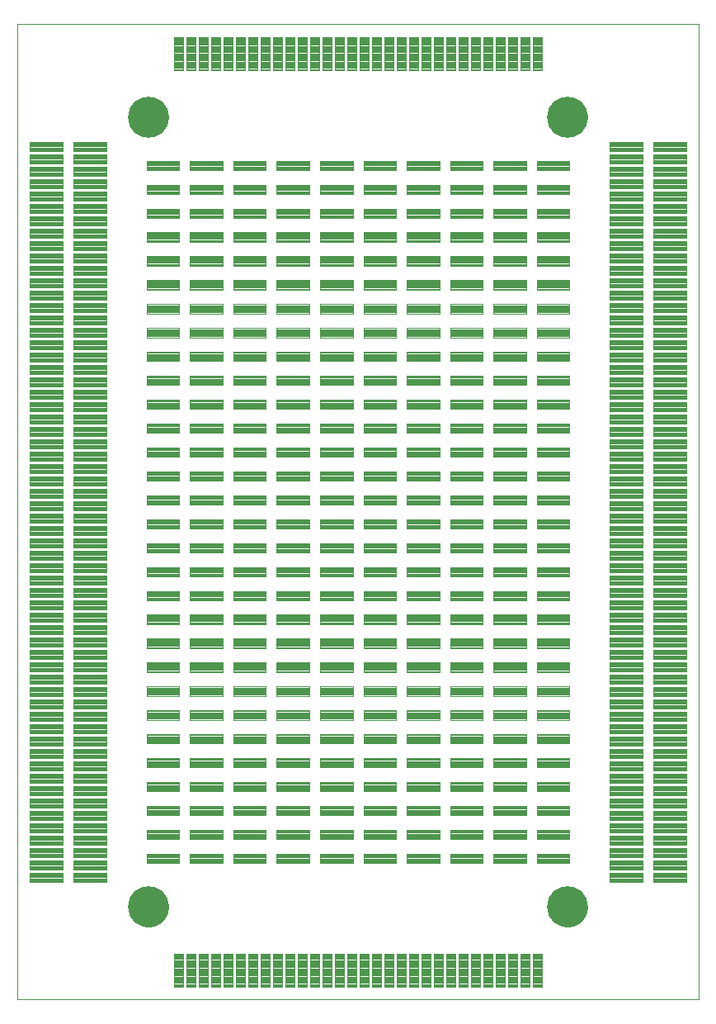
<source format=gts>
G75*
%MOIN*%
%OFA0B0*%
%FSLAX25Y25*%
%IPPOS*%
%LPD*%
%AMOC8*
5,1,8,0,0,1.08239X$1,22.5*
%
%ADD10C,0.00000*%
%ADD11C,0.16548*%
%ADD12C,0.00373*%
D10*
X0001850Y0001850D02*
X0001850Y0395551D01*
X0277441Y0395551D01*
X0277441Y0001850D01*
X0001850Y0001850D01*
X0047126Y0039252D02*
X0047128Y0039445D01*
X0047135Y0039638D01*
X0047147Y0039831D01*
X0047164Y0040024D01*
X0047185Y0040216D01*
X0047211Y0040407D01*
X0047242Y0040598D01*
X0047277Y0040788D01*
X0047317Y0040977D01*
X0047362Y0041165D01*
X0047411Y0041352D01*
X0047465Y0041538D01*
X0047523Y0041722D01*
X0047586Y0041905D01*
X0047654Y0042086D01*
X0047725Y0042265D01*
X0047802Y0042443D01*
X0047882Y0042619D01*
X0047967Y0042792D01*
X0048056Y0042964D01*
X0048149Y0043133D01*
X0048246Y0043300D01*
X0048348Y0043465D01*
X0048453Y0043627D01*
X0048562Y0043786D01*
X0048676Y0043943D01*
X0048793Y0044096D01*
X0048913Y0044247D01*
X0049038Y0044395D01*
X0049166Y0044540D01*
X0049297Y0044681D01*
X0049432Y0044820D01*
X0049571Y0044955D01*
X0049712Y0045086D01*
X0049857Y0045214D01*
X0050005Y0045339D01*
X0050156Y0045459D01*
X0050309Y0045576D01*
X0050466Y0045690D01*
X0050625Y0045799D01*
X0050787Y0045904D01*
X0050952Y0046006D01*
X0051119Y0046103D01*
X0051288Y0046196D01*
X0051460Y0046285D01*
X0051633Y0046370D01*
X0051809Y0046450D01*
X0051987Y0046527D01*
X0052166Y0046598D01*
X0052347Y0046666D01*
X0052530Y0046729D01*
X0052714Y0046787D01*
X0052900Y0046841D01*
X0053087Y0046890D01*
X0053275Y0046935D01*
X0053464Y0046975D01*
X0053654Y0047010D01*
X0053845Y0047041D01*
X0054036Y0047067D01*
X0054228Y0047088D01*
X0054421Y0047105D01*
X0054614Y0047117D01*
X0054807Y0047124D01*
X0055000Y0047126D01*
X0055193Y0047124D01*
X0055386Y0047117D01*
X0055579Y0047105D01*
X0055772Y0047088D01*
X0055964Y0047067D01*
X0056155Y0047041D01*
X0056346Y0047010D01*
X0056536Y0046975D01*
X0056725Y0046935D01*
X0056913Y0046890D01*
X0057100Y0046841D01*
X0057286Y0046787D01*
X0057470Y0046729D01*
X0057653Y0046666D01*
X0057834Y0046598D01*
X0058013Y0046527D01*
X0058191Y0046450D01*
X0058367Y0046370D01*
X0058540Y0046285D01*
X0058712Y0046196D01*
X0058881Y0046103D01*
X0059048Y0046006D01*
X0059213Y0045904D01*
X0059375Y0045799D01*
X0059534Y0045690D01*
X0059691Y0045576D01*
X0059844Y0045459D01*
X0059995Y0045339D01*
X0060143Y0045214D01*
X0060288Y0045086D01*
X0060429Y0044955D01*
X0060568Y0044820D01*
X0060703Y0044681D01*
X0060834Y0044540D01*
X0060962Y0044395D01*
X0061087Y0044247D01*
X0061207Y0044096D01*
X0061324Y0043943D01*
X0061438Y0043786D01*
X0061547Y0043627D01*
X0061652Y0043465D01*
X0061754Y0043300D01*
X0061851Y0043133D01*
X0061944Y0042964D01*
X0062033Y0042792D01*
X0062118Y0042619D01*
X0062198Y0042443D01*
X0062275Y0042265D01*
X0062346Y0042086D01*
X0062414Y0041905D01*
X0062477Y0041722D01*
X0062535Y0041538D01*
X0062589Y0041352D01*
X0062638Y0041165D01*
X0062683Y0040977D01*
X0062723Y0040788D01*
X0062758Y0040598D01*
X0062789Y0040407D01*
X0062815Y0040216D01*
X0062836Y0040024D01*
X0062853Y0039831D01*
X0062865Y0039638D01*
X0062872Y0039445D01*
X0062874Y0039252D01*
X0062872Y0039059D01*
X0062865Y0038866D01*
X0062853Y0038673D01*
X0062836Y0038480D01*
X0062815Y0038288D01*
X0062789Y0038097D01*
X0062758Y0037906D01*
X0062723Y0037716D01*
X0062683Y0037527D01*
X0062638Y0037339D01*
X0062589Y0037152D01*
X0062535Y0036966D01*
X0062477Y0036782D01*
X0062414Y0036599D01*
X0062346Y0036418D01*
X0062275Y0036239D01*
X0062198Y0036061D01*
X0062118Y0035885D01*
X0062033Y0035712D01*
X0061944Y0035540D01*
X0061851Y0035371D01*
X0061754Y0035204D01*
X0061652Y0035039D01*
X0061547Y0034877D01*
X0061438Y0034718D01*
X0061324Y0034561D01*
X0061207Y0034408D01*
X0061087Y0034257D01*
X0060962Y0034109D01*
X0060834Y0033964D01*
X0060703Y0033823D01*
X0060568Y0033684D01*
X0060429Y0033549D01*
X0060288Y0033418D01*
X0060143Y0033290D01*
X0059995Y0033165D01*
X0059844Y0033045D01*
X0059691Y0032928D01*
X0059534Y0032814D01*
X0059375Y0032705D01*
X0059213Y0032600D01*
X0059048Y0032498D01*
X0058881Y0032401D01*
X0058712Y0032308D01*
X0058540Y0032219D01*
X0058367Y0032134D01*
X0058191Y0032054D01*
X0058013Y0031977D01*
X0057834Y0031906D01*
X0057653Y0031838D01*
X0057470Y0031775D01*
X0057286Y0031717D01*
X0057100Y0031663D01*
X0056913Y0031614D01*
X0056725Y0031569D01*
X0056536Y0031529D01*
X0056346Y0031494D01*
X0056155Y0031463D01*
X0055964Y0031437D01*
X0055772Y0031416D01*
X0055579Y0031399D01*
X0055386Y0031387D01*
X0055193Y0031380D01*
X0055000Y0031378D01*
X0054807Y0031380D01*
X0054614Y0031387D01*
X0054421Y0031399D01*
X0054228Y0031416D01*
X0054036Y0031437D01*
X0053845Y0031463D01*
X0053654Y0031494D01*
X0053464Y0031529D01*
X0053275Y0031569D01*
X0053087Y0031614D01*
X0052900Y0031663D01*
X0052714Y0031717D01*
X0052530Y0031775D01*
X0052347Y0031838D01*
X0052166Y0031906D01*
X0051987Y0031977D01*
X0051809Y0032054D01*
X0051633Y0032134D01*
X0051460Y0032219D01*
X0051288Y0032308D01*
X0051119Y0032401D01*
X0050952Y0032498D01*
X0050787Y0032600D01*
X0050625Y0032705D01*
X0050466Y0032814D01*
X0050309Y0032928D01*
X0050156Y0033045D01*
X0050005Y0033165D01*
X0049857Y0033290D01*
X0049712Y0033418D01*
X0049571Y0033549D01*
X0049432Y0033684D01*
X0049297Y0033823D01*
X0049166Y0033964D01*
X0049038Y0034109D01*
X0048913Y0034257D01*
X0048793Y0034408D01*
X0048676Y0034561D01*
X0048562Y0034718D01*
X0048453Y0034877D01*
X0048348Y0035039D01*
X0048246Y0035204D01*
X0048149Y0035371D01*
X0048056Y0035540D01*
X0047967Y0035712D01*
X0047882Y0035885D01*
X0047802Y0036061D01*
X0047725Y0036239D01*
X0047654Y0036418D01*
X0047586Y0036599D01*
X0047523Y0036782D01*
X0047465Y0036966D01*
X0047411Y0037152D01*
X0047362Y0037339D01*
X0047317Y0037527D01*
X0047277Y0037716D01*
X0047242Y0037906D01*
X0047211Y0038097D01*
X0047185Y0038288D01*
X0047164Y0038480D01*
X0047147Y0038673D01*
X0047135Y0038866D01*
X0047128Y0039059D01*
X0047126Y0039252D01*
X0216417Y0039252D02*
X0216419Y0039445D01*
X0216426Y0039638D01*
X0216438Y0039831D01*
X0216455Y0040024D01*
X0216476Y0040216D01*
X0216502Y0040407D01*
X0216533Y0040598D01*
X0216568Y0040788D01*
X0216608Y0040977D01*
X0216653Y0041165D01*
X0216702Y0041352D01*
X0216756Y0041538D01*
X0216814Y0041722D01*
X0216877Y0041905D01*
X0216945Y0042086D01*
X0217016Y0042265D01*
X0217093Y0042443D01*
X0217173Y0042619D01*
X0217258Y0042792D01*
X0217347Y0042964D01*
X0217440Y0043133D01*
X0217537Y0043300D01*
X0217639Y0043465D01*
X0217744Y0043627D01*
X0217853Y0043786D01*
X0217967Y0043943D01*
X0218084Y0044096D01*
X0218204Y0044247D01*
X0218329Y0044395D01*
X0218457Y0044540D01*
X0218588Y0044681D01*
X0218723Y0044820D01*
X0218862Y0044955D01*
X0219003Y0045086D01*
X0219148Y0045214D01*
X0219296Y0045339D01*
X0219447Y0045459D01*
X0219600Y0045576D01*
X0219757Y0045690D01*
X0219916Y0045799D01*
X0220078Y0045904D01*
X0220243Y0046006D01*
X0220410Y0046103D01*
X0220579Y0046196D01*
X0220751Y0046285D01*
X0220924Y0046370D01*
X0221100Y0046450D01*
X0221278Y0046527D01*
X0221457Y0046598D01*
X0221638Y0046666D01*
X0221821Y0046729D01*
X0222005Y0046787D01*
X0222191Y0046841D01*
X0222378Y0046890D01*
X0222566Y0046935D01*
X0222755Y0046975D01*
X0222945Y0047010D01*
X0223136Y0047041D01*
X0223327Y0047067D01*
X0223519Y0047088D01*
X0223712Y0047105D01*
X0223905Y0047117D01*
X0224098Y0047124D01*
X0224291Y0047126D01*
X0224484Y0047124D01*
X0224677Y0047117D01*
X0224870Y0047105D01*
X0225063Y0047088D01*
X0225255Y0047067D01*
X0225446Y0047041D01*
X0225637Y0047010D01*
X0225827Y0046975D01*
X0226016Y0046935D01*
X0226204Y0046890D01*
X0226391Y0046841D01*
X0226577Y0046787D01*
X0226761Y0046729D01*
X0226944Y0046666D01*
X0227125Y0046598D01*
X0227304Y0046527D01*
X0227482Y0046450D01*
X0227658Y0046370D01*
X0227831Y0046285D01*
X0228003Y0046196D01*
X0228172Y0046103D01*
X0228339Y0046006D01*
X0228504Y0045904D01*
X0228666Y0045799D01*
X0228825Y0045690D01*
X0228982Y0045576D01*
X0229135Y0045459D01*
X0229286Y0045339D01*
X0229434Y0045214D01*
X0229579Y0045086D01*
X0229720Y0044955D01*
X0229859Y0044820D01*
X0229994Y0044681D01*
X0230125Y0044540D01*
X0230253Y0044395D01*
X0230378Y0044247D01*
X0230498Y0044096D01*
X0230615Y0043943D01*
X0230729Y0043786D01*
X0230838Y0043627D01*
X0230943Y0043465D01*
X0231045Y0043300D01*
X0231142Y0043133D01*
X0231235Y0042964D01*
X0231324Y0042792D01*
X0231409Y0042619D01*
X0231489Y0042443D01*
X0231566Y0042265D01*
X0231637Y0042086D01*
X0231705Y0041905D01*
X0231768Y0041722D01*
X0231826Y0041538D01*
X0231880Y0041352D01*
X0231929Y0041165D01*
X0231974Y0040977D01*
X0232014Y0040788D01*
X0232049Y0040598D01*
X0232080Y0040407D01*
X0232106Y0040216D01*
X0232127Y0040024D01*
X0232144Y0039831D01*
X0232156Y0039638D01*
X0232163Y0039445D01*
X0232165Y0039252D01*
X0232163Y0039059D01*
X0232156Y0038866D01*
X0232144Y0038673D01*
X0232127Y0038480D01*
X0232106Y0038288D01*
X0232080Y0038097D01*
X0232049Y0037906D01*
X0232014Y0037716D01*
X0231974Y0037527D01*
X0231929Y0037339D01*
X0231880Y0037152D01*
X0231826Y0036966D01*
X0231768Y0036782D01*
X0231705Y0036599D01*
X0231637Y0036418D01*
X0231566Y0036239D01*
X0231489Y0036061D01*
X0231409Y0035885D01*
X0231324Y0035712D01*
X0231235Y0035540D01*
X0231142Y0035371D01*
X0231045Y0035204D01*
X0230943Y0035039D01*
X0230838Y0034877D01*
X0230729Y0034718D01*
X0230615Y0034561D01*
X0230498Y0034408D01*
X0230378Y0034257D01*
X0230253Y0034109D01*
X0230125Y0033964D01*
X0229994Y0033823D01*
X0229859Y0033684D01*
X0229720Y0033549D01*
X0229579Y0033418D01*
X0229434Y0033290D01*
X0229286Y0033165D01*
X0229135Y0033045D01*
X0228982Y0032928D01*
X0228825Y0032814D01*
X0228666Y0032705D01*
X0228504Y0032600D01*
X0228339Y0032498D01*
X0228172Y0032401D01*
X0228003Y0032308D01*
X0227831Y0032219D01*
X0227658Y0032134D01*
X0227482Y0032054D01*
X0227304Y0031977D01*
X0227125Y0031906D01*
X0226944Y0031838D01*
X0226761Y0031775D01*
X0226577Y0031717D01*
X0226391Y0031663D01*
X0226204Y0031614D01*
X0226016Y0031569D01*
X0225827Y0031529D01*
X0225637Y0031494D01*
X0225446Y0031463D01*
X0225255Y0031437D01*
X0225063Y0031416D01*
X0224870Y0031399D01*
X0224677Y0031387D01*
X0224484Y0031380D01*
X0224291Y0031378D01*
X0224098Y0031380D01*
X0223905Y0031387D01*
X0223712Y0031399D01*
X0223519Y0031416D01*
X0223327Y0031437D01*
X0223136Y0031463D01*
X0222945Y0031494D01*
X0222755Y0031529D01*
X0222566Y0031569D01*
X0222378Y0031614D01*
X0222191Y0031663D01*
X0222005Y0031717D01*
X0221821Y0031775D01*
X0221638Y0031838D01*
X0221457Y0031906D01*
X0221278Y0031977D01*
X0221100Y0032054D01*
X0220924Y0032134D01*
X0220751Y0032219D01*
X0220579Y0032308D01*
X0220410Y0032401D01*
X0220243Y0032498D01*
X0220078Y0032600D01*
X0219916Y0032705D01*
X0219757Y0032814D01*
X0219600Y0032928D01*
X0219447Y0033045D01*
X0219296Y0033165D01*
X0219148Y0033290D01*
X0219003Y0033418D01*
X0218862Y0033549D01*
X0218723Y0033684D01*
X0218588Y0033823D01*
X0218457Y0033964D01*
X0218329Y0034109D01*
X0218204Y0034257D01*
X0218084Y0034408D01*
X0217967Y0034561D01*
X0217853Y0034718D01*
X0217744Y0034877D01*
X0217639Y0035039D01*
X0217537Y0035204D01*
X0217440Y0035371D01*
X0217347Y0035540D01*
X0217258Y0035712D01*
X0217173Y0035885D01*
X0217093Y0036061D01*
X0217016Y0036239D01*
X0216945Y0036418D01*
X0216877Y0036599D01*
X0216814Y0036782D01*
X0216756Y0036966D01*
X0216702Y0037152D01*
X0216653Y0037339D01*
X0216608Y0037527D01*
X0216568Y0037716D01*
X0216533Y0037906D01*
X0216502Y0038097D01*
X0216476Y0038288D01*
X0216455Y0038480D01*
X0216438Y0038673D01*
X0216426Y0038866D01*
X0216419Y0039059D01*
X0216417Y0039252D01*
X0216417Y0358149D02*
X0216419Y0358342D01*
X0216426Y0358535D01*
X0216438Y0358728D01*
X0216455Y0358921D01*
X0216476Y0359113D01*
X0216502Y0359304D01*
X0216533Y0359495D01*
X0216568Y0359685D01*
X0216608Y0359874D01*
X0216653Y0360062D01*
X0216702Y0360249D01*
X0216756Y0360435D01*
X0216814Y0360619D01*
X0216877Y0360802D01*
X0216945Y0360983D01*
X0217016Y0361162D01*
X0217093Y0361340D01*
X0217173Y0361516D01*
X0217258Y0361689D01*
X0217347Y0361861D01*
X0217440Y0362030D01*
X0217537Y0362197D01*
X0217639Y0362362D01*
X0217744Y0362524D01*
X0217853Y0362683D01*
X0217967Y0362840D01*
X0218084Y0362993D01*
X0218204Y0363144D01*
X0218329Y0363292D01*
X0218457Y0363437D01*
X0218588Y0363578D01*
X0218723Y0363717D01*
X0218862Y0363852D01*
X0219003Y0363983D01*
X0219148Y0364111D01*
X0219296Y0364236D01*
X0219447Y0364356D01*
X0219600Y0364473D01*
X0219757Y0364587D01*
X0219916Y0364696D01*
X0220078Y0364801D01*
X0220243Y0364903D01*
X0220410Y0365000D01*
X0220579Y0365093D01*
X0220751Y0365182D01*
X0220924Y0365267D01*
X0221100Y0365347D01*
X0221278Y0365424D01*
X0221457Y0365495D01*
X0221638Y0365563D01*
X0221821Y0365626D01*
X0222005Y0365684D01*
X0222191Y0365738D01*
X0222378Y0365787D01*
X0222566Y0365832D01*
X0222755Y0365872D01*
X0222945Y0365907D01*
X0223136Y0365938D01*
X0223327Y0365964D01*
X0223519Y0365985D01*
X0223712Y0366002D01*
X0223905Y0366014D01*
X0224098Y0366021D01*
X0224291Y0366023D01*
X0224484Y0366021D01*
X0224677Y0366014D01*
X0224870Y0366002D01*
X0225063Y0365985D01*
X0225255Y0365964D01*
X0225446Y0365938D01*
X0225637Y0365907D01*
X0225827Y0365872D01*
X0226016Y0365832D01*
X0226204Y0365787D01*
X0226391Y0365738D01*
X0226577Y0365684D01*
X0226761Y0365626D01*
X0226944Y0365563D01*
X0227125Y0365495D01*
X0227304Y0365424D01*
X0227482Y0365347D01*
X0227658Y0365267D01*
X0227831Y0365182D01*
X0228003Y0365093D01*
X0228172Y0365000D01*
X0228339Y0364903D01*
X0228504Y0364801D01*
X0228666Y0364696D01*
X0228825Y0364587D01*
X0228982Y0364473D01*
X0229135Y0364356D01*
X0229286Y0364236D01*
X0229434Y0364111D01*
X0229579Y0363983D01*
X0229720Y0363852D01*
X0229859Y0363717D01*
X0229994Y0363578D01*
X0230125Y0363437D01*
X0230253Y0363292D01*
X0230378Y0363144D01*
X0230498Y0362993D01*
X0230615Y0362840D01*
X0230729Y0362683D01*
X0230838Y0362524D01*
X0230943Y0362362D01*
X0231045Y0362197D01*
X0231142Y0362030D01*
X0231235Y0361861D01*
X0231324Y0361689D01*
X0231409Y0361516D01*
X0231489Y0361340D01*
X0231566Y0361162D01*
X0231637Y0360983D01*
X0231705Y0360802D01*
X0231768Y0360619D01*
X0231826Y0360435D01*
X0231880Y0360249D01*
X0231929Y0360062D01*
X0231974Y0359874D01*
X0232014Y0359685D01*
X0232049Y0359495D01*
X0232080Y0359304D01*
X0232106Y0359113D01*
X0232127Y0358921D01*
X0232144Y0358728D01*
X0232156Y0358535D01*
X0232163Y0358342D01*
X0232165Y0358149D01*
X0232163Y0357956D01*
X0232156Y0357763D01*
X0232144Y0357570D01*
X0232127Y0357377D01*
X0232106Y0357185D01*
X0232080Y0356994D01*
X0232049Y0356803D01*
X0232014Y0356613D01*
X0231974Y0356424D01*
X0231929Y0356236D01*
X0231880Y0356049D01*
X0231826Y0355863D01*
X0231768Y0355679D01*
X0231705Y0355496D01*
X0231637Y0355315D01*
X0231566Y0355136D01*
X0231489Y0354958D01*
X0231409Y0354782D01*
X0231324Y0354609D01*
X0231235Y0354437D01*
X0231142Y0354268D01*
X0231045Y0354101D01*
X0230943Y0353936D01*
X0230838Y0353774D01*
X0230729Y0353615D01*
X0230615Y0353458D01*
X0230498Y0353305D01*
X0230378Y0353154D01*
X0230253Y0353006D01*
X0230125Y0352861D01*
X0229994Y0352720D01*
X0229859Y0352581D01*
X0229720Y0352446D01*
X0229579Y0352315D01*
X0229434Y0352187D01*
X0229286Y0352062D01*
X0229135Y0351942D01*
X0228982Y0351825D01*
X0228825Y0351711D01*
X0228666Y0351602D01*
X0228504Y0351497D01*
X0228339Y0351395D01*
X0228172Y0351298D01*
X0228003Y0351205D01*
X0227831Y0351116D01*
X0227658Y0351031D01*
X0227482Y0350951D01*
X0227304Y0350874D01*
X0227125Y0350803D01*
X0226944Y0350735D01*
X0226761Y0350672D01*
X0226577Y0350614D01*
X0226391Y0350560D01*
X0226204Y0350511D01*
X0226016Y0350466D01*
X0225827Y0350426D01*
X0225637Y0350391D01*
X0225446Y0350360D01*
X0225255Y0350334D01*
X0225063Y0350313D01*
X0224870Y0350296D01*
X0224677Y0350284D01*
X0224484Y0350277D01*
X0224291Y0350275D01*
X0224098Y0350277D01*
X0223905Y0350284D01*
X0223712Y0350296D01*
X0223519Y0350313D01*
X0223327Y0350334D01*
X0223136Y0350360D01*
X0222945Y0350391D01*
X0222755Y0350426D01*
X0222566Y0350466D01*
X0222378Y0350511D01*
X0222191Y0350560D01*
X0222005Y0350614D01*
X0221821Y0350672D01*
X0221638Y0350735D01*
X0221457Y0350803D01*
X0221278Y0350874D01*
X0221100Y0350951D01*
X0220924Y0351031D01*
X0220751Y0351116D01*
X0220579Y0351205D01*
X0220410Y0351298D01*
X0220243Y0351395D01*
X0220078Y0351497D01*
X0219916Y0351602D01*
X0219757Y0351711D01*
X0219600Y0351825D01*
X0219447Y0351942D01*
X0219296Y0352062D01*
X0219148Y0352187D01*
X0219003Y0352315D01*
X0218862Y0352446D01*
X0218723Y0352581D01*
X0218588Y0352720D01*
X0218457Y0352861D01*
X0218329Y0353006D01*
X0218204Y0353154D01*
X0218084Y0353305D01*
X0217967Y0353458D01*
X0217853Y0353615D01*
X0217744Y0353774D01*
X0217639Y0353936D01*
X0217537Y0354101D01*
X0217440Y0354268D01*
X0217347Y0354437D01*
X0217258Y0354609D01*
X0217173Y0354782D01*
X0217093Y0354958D01*
X0217016Y0355136D01*
X0216945Y0355315D01*
X0216877Y0355496D01*
X0216814Y0355679D01*
X0216756Y0355863D01*
X0216702Y0356049D01*
X0216653Y0356236D01*
X0216608Y0356424D01*
X0216568Y0356613D01*
X0216533Y0356803D01*
X0216502Y0356994D01*
X0216476Y0357185D01*
X0216455Y0357377D01*
X0216438Y0357570D01*
X0216426Y0357763D01*
X0216419Y0357956D01*
X0216417Y0358149D01*
X0047126Y0358149D02*
X0047128Y0358342D01*
X0047135Y0358535D01*
X0047147Y0358728D01*
X0047164Y0358921D01*
X0047185Y0359113D01*
X0047211Y0359304D01*
X0047242Y0359495D01*
X0047277Y0359685D01*
X0047317Y0359874D01*
X0047362Y0360062D01*
X0047411Y0360249D01*
X0047465Y0360435D01*
X0047523Y0360619D01*
X0047586Y0360802D01*
X0047654Y0360983D01*
X0047725Y0361162D01*
X0047802Y0361340D01*
X0047882Y0361516D01*
X0047967Y0361689D01*
X0048056Y0361861D01*
X0048149Y0362030D01*
X0048246Y0362197D01*
X0048348Y0362362D01*
X0048453Y0362524D01*
X0048562Y0362683D01*
X0048676Y0362840D01*
X0048793Y0362993D01*
X0048913Y0363144D01*
X0049038Y0363292D01*
X0049166Y0363437D01*
X0049297Y0363578D01*
X0049432Y0363717D01*
X0049571Y0363852D01*
X0049712Y0363983D01*
X0049857Y0364111D01*
X0050005Y0364236D01*
X0050156Y0364356D01*
X0050309Y0364473D01*
X0050466Y0364587D01*
X0050625Y0364696D01*
X0050787Y0364801D01*
X0050952Y0364903D01*
X0051119Y0365000D01*
X0051288Y0365093D01*
X0051460Y0365182D01*
X0051633Y0365267D01*
X0051809Y0365347D01*
X0051987Y0365424D01*
X0052166Y0365495D01*
X0052347Y0365563D01*
X0052530Y0365626D01*
X0052714Y0365684D01*
X0052900Y0365738D01*
X0053087Y0365787D01*
X0053275Y0365832D01*
X0053464Y0365872D01*
X0053654Y0365907D01*
X0053845Y0365938D01*
X0054036Y0365964D01*
X0054228Y0365985D01*
X0054421Y0366002D01*
X0054614Y0366014D01*
X0054807Y0366021D01*
X0055000Y0366023D01*
X0055193Y0366021D01*
X0055386Y0366014D01*
X0055579Y0366002D01*
X0055772Y0365985D01*
X0055964Y0365964D01*
X0056155Y0365938D01*
X0056346Y0365907D01*
X0056536Y0365872D01*
X0056725Y0365832D01*
X0056913Y0365787D01*
X0057100Y0365738D01*
X0057286Y0365684D01*
X0057470Y0365626D01*
X0057653Y0365563D01*
X0057834Y0365495D01*
X0058013Y0365424D01*
X0058191Y0365347D01*
X0058367Y0365267D01*
X0058540Y0365182D01*
X0058712Y0365093D01*
X0058881Y0365000D01*
X0059048Y0364903D01*
X0059213Y0364801D01*
X0059375Y0364696D01*
X0059534Y0364587D01*
X0059691Y0364473D01*
X0059844Y0364356D01*
X0059995Y0364236D01*
X0060143Y0364111D01*
X0060288Y0363983D01*
X0060429Y0363852D01*
X0060568Y0363717D01*
X0060703Y0363578D01*
X0060834Y0363437D01*
X0060962Y0363292D01*
X0061087Y0363144D01*
X0061207Y0362993D01*
X0061324Y0362840D01*
X0061438Y0362683D01*
X0061547Y0362524D01*
X0061652Y0362362D01*
X0061754Y0362197D01*
X0061851Y0362030D01*
X0061944Y0361861D01*
X0062033Y0361689D01*
X0062118Y0361516D01*
X0062198Y0361340D01*
X0062275Y0361162D01*
X0062346Y0360983D01*
X0062414Y0360802D01*
X0062477Y0360619D01*
X0062535Y0360435D01*
X0062589Y0360249D01*
X0062638Y0360062D01*
X0062683Y0359874D01*
X0062723Y0359685D01*
X0062758Y0359495D01*
X0062789Y0359304D01*
X0062815Y0359113D01*
X0062836Y0358921D01*
X0062853Y0358728D01*
X0062865Y0358535D01*
X0062872Y0358342D01*
X0062874Y0358149D01*
X0062872Y0357956D01*
X0062865Y0357763D01*
X0062853Y0357570D01*
X0062836Y0357377D01*
X0062815Y0357185D01*
X0062789Y0356994D01*
X0062758Y0356803D01*
X0062723Y0356613D01*
X0062683Y0356424D01*
X0062638Y0356236D01*
X0062589Y0356049D01*
X0062535Y0355863D01*
X0062477Y0355679D01*
X0062414Y0355496D01*
X0062346Y0355315D01*
X0062275Y0355136D01*
X0062198Y0354958D01*
X0062118Y0354782D01*
X0062033Y0354609D01*
X0061944Y0354437D01*
X0061851Y0354268D01*
X0061754Y0354101D01*
X0061652Y0353936D01*
X0061547Y0353774D01*
X0061438Y0353615D01*
X0061324Y0353458D01*
X0061207Y0353305D01*
X0061087Y0353154D01*
X0060962Y0353006D01*
X0060834Y0352861D01*
X0060703Y0352720D01*
X0060568Y0352581D01*
X0060429Y0352446D01*
X0060288Y0352315D01*
X0060143Y0352187D01*
X0059995Y0352062D01*
X0059844Y0351942D01*
X0059691Y0351825D01*
X0059534Y0351711D01*
X0059375Y0351602D01*
X0059213Y0351497D01*
X0059048Y0351395D01*
X0058881Y0351298D01*
X0058712Y0351205D01*
X0058540Y0351116D01*
X0058367Y0351031D01*
X0058191Y0350951D01*
X0058013Y0350874D01*
X0057834Y0350803D01*
X0057653Y0350735D01*
X0057470Y0350672D01*
X0057286Y0350614D01*
X0057100Y0350560D01*
X0056913Y0350511D01*
X0056725Y0350466D01*
X0056536Y0350426D01*
X0056346Y0350391D01*
X0056155Y0350360D01*
X0055964Y0350334D01*
X0055772Y0350313D01*
X0055579Y0350296D01*
X0055386Y0350284D01*
X0055193Y0350277D01*
X0055000Y0350275D01*
X0054807Y0350277D01*
X0054614Y0350284D01*
X0054421Y0350296D01*
X0054228Y0350313D01*
X0054036Y0350334D01*
X0053845Y0350360D01*
X0053654Y0350391D01*
X0053464Y0350426D01*
X0053275Y0350466D01*
X0053087Y0350511D01*
X0052900Y0350560D01*
X0052714Y0350614D01*
X0052530Y0350672D01*
X0052347Y0350735D01*
X0052166Y0350803D01*
X0051987Y0350874D01*
X0051809Y0350951D01*
X0051633Y0351031D01*
X0051460Y0351116D01*
X0051288Y0351205D01*
X0051119Y0351298D01*
X0050952Y0351395D01*
X0050787Y0351497D01*
X0050625Y0351602D01*
X0050466Y0351711D01*
X0050309Y0351825D01*
X0050156Y0351942D01*
X0050005Y0352062D01*
X0049857Y0352187D01*
X0049712Y0352315D01*
X0049571Y0352446D01*
X0049432Y0352581D01*
X0049297Y0352720D01*
X0049166Y0352861D01*
X0049038Y0353006D01*
X0048913Y0353154D01*
X0048793Y0353305D01*
X0048676Y0353458D01*
X0048562Y0353615D01*
X0048453Y0353774D01*
X0048348Y0353936D01*
X0048246Y0354101D01*
X0048149Y0354268D01*
X0048056Y0354437D01*
X0047967Y0354609D01*
X0047882Y0354782D01*
X0047802Y0354958D01*
X0047725Y0355136D01*
X0047654Y0355315D01*
X0047586Y0355496D01*
X0047523Y0355679D01*
X0047465Y0355863D01*
X0047411Y0356049D01*
X0047362Y0356236D01*
X0047317Y0356424D01*
X0047277Y0356613D01*
X0047242Y0356803D01*
X0047211Y0356994D01*
X0047185Y0357185D01*
X0047164Y0357377D01*
X0047147Y0357570D01*
X0047135Y0357763D01*
X0047128Y0357956D01*
X0047126Y0358149D01*
D11*
X0055000Y0358149D03*
X0224291Y0358149D03*
X0224291Y0039252D03*
X0055000Y0039252D03*
D12*
X0054196Y0056951D02*
X0067418Y0056951D01*
X0054196Y0056951D02*
X0054196Y0060725D01*
X0067418Y0060725D01*
X0067418Y0056951D01*
X0067418Y0057323D02*
X0054196Y0057323D01*
X0054196Y0057695D02*
X0067418Y0057695D01*
X0067418Y0058067D02*
X0054196Y0058067D01*
X0054196Y0058439D02*
X0067418Y0058439D01*
X0067418Y0058811D02*
X0054196Y0058811D01*
X0054196Y0059183D02*
X0067418Y0059183D01*
X0067418Y0059555D02*
X0054196Y0059555D01*
X0054196Y0059927D02*
X0067418Y0059927D01*
X0067418Y0060299D02*
X0054196Y0060299D01*
X0054196Y0060671D02*
X0067418Y0060671D01*
X0067418Y0066597D02*
X0054196Y0066597D01*
X0054196Y0070371D01*
X0067418Y0070371D01*
X0067418Y0066597D01*
X0067418Y0066969D02*
X0054196Y0066969D01*
X0054196Y0067341D02*
X0067418Y0067341D01*
X0067418Y0067713D02*
X0054196Y0067713D01*
X0054196Y0068085D02*
X0067418Y0068085D01*
X0067418Y0068457D02*
X0054196Y0068457D01*
X0054196Y0068829D02*
X0067418Y0068829D01*
X0067418Y0069201D02*
X0054196Y0069201D01*
X0054196Y0069573D02*
X0067418Y0069573D01*
X0067418Y0069945D02*
X0054196Y0069945D01*
X0054196Y0070317D02*
X0067418Y0070317D01*
X0067418Y0076243D02*
X0054196Y0076243D01*
X0054196Y0080017D01*
X0067418Y0080017D01*
X0067418Y0076243D01*
X0067418Y0076615D02*
X0054196Y0076615D01*
X0054196Y0076987D02*
X0067418Y0076987D01*
X0067418Y0077359D02*
X0054196Y0077359D01*
X0054196Y0077731D02*
X0067418Y0077731D01*
X0067418Y0078103D02*
X0054196Y0078103D01*
X0054196Y0078475D02*
X0067418Y0078475D01*
X0067418Y0078847D02*
X0054196Y0078847D01*
X0054196Y0079219D02*
X0067418Y0079219D01*
X0067418Y0079591D02*
X0054196Y0079591D01*
X0054196Y0079963D02*
X0067418Y0079963D01*
X0067418Y0085888D02*
X0054196Y0085888D01*
X0054196Y0089662D01*
X0067418Y0089662D01*
X0067418Y0085888D01*
X0067418Y0086260D02*
X0054196Y0086260D01*
X0054196Y0086632D02*
X0067418Y0086632D01*
X0067418Y0087004D02*
X0054196Y0087004D01*
X0054196Y0087376D02*
X0067418Y0087376D01*
X0067418Y0087748D02*
X0054196Y0087748D01*
X0054196Y0088120D02*
X0067418Y0088120D01*
X0067418Y0088492D02*
X0054196Y0088492D01*
X0054196Y0088864D02*
X0067418Y0088864D01*
X0067418Y0089236D02*
X0054196Y0089236D01*
X0054196Y0089608D02*
X0067418Y0089608D01*
X0067418Y0095534D02*
X0054196Y0095534D01*
X0054196Y0099308D01*
X0067418Y0099308D01*
X0067418Y0095534D01*
X0067418Y0095906D02*
X0054196Y0095906D01*
X0054196Y0096278D02*
X0067418Y0096278D01*
X0067418Y0096650D02*
X0054196Y0096650D01*
X0054196Y0097022D02*
X0067418Y0097022D01*
X0067418Y0097394D02*
X0054196Y0097394D01*
X0054196Y0097766D02*
X0067418Y0097766D01*
X0067418Y0098138D02*
X0054196Y0098138D01*
X0054196Y0098510D02*
X0067418Y0098510D01*
X0067418Y0098882D02*
X0054196Y0098882D01*
X0054196Y0099254D02*
X0067418Y0099254D01*
X0067418Y0105180D02*
X0054196Y0105180D01*
X0054196Y0108954D01*
X0067418Y0108954D01*
X0067418Y0105180D01*
X0067418Y0105552D02*
X0054196Y0105552D01*
X0054196Y0105924D02*
X0067418Y0105924D01*
X0067418Y0106296D02*
X0054196Y0106296D01*
X0054196Y0106668D02*
X0067418Y0106668D01*
X0067418Y0107040D02*
X0054196Y0107040D01*
X0054196Y0107412D02*
X0067418Y0107412D01*
X0067418Y0107784D02*
X0054196Y0107784D01*
X0054196Y0108156D02*
X0067418Y0108156D01*
X0067418Y0108528D02*
X0054196Y0108528D01*
X0054196Y0108900D02*
X0067418Y0108900D01*
X0067418Y0114825D02*
X0054196Y0114825D01*
X0054196Y0118599D01*
X0067418Y0118599D01*
X0067418Y0114825D01*
X0067418Y0115197D02*
X0054196Y0115197D01*
X0054196Y0115569D02*
X0067418Y0115569D01*
X0067418Y0115941D02*
X0054196Y0115941D01*
X0054196Y0116313D02*
X0067418Y0116313D01*
X0067418Y0116685D02*
X0054196Y0116685D01*
X0054196Y0117057D02*
X0067418Y0117057D01*
X0067418Y0117429D02*
X0054196Y0117429D01*
X0054196Y0117801D02*
X0067418Y0117801D01*
X0067418Y0118173D02*
X0054196Y0118173D01*
X0054196Y0118545D02*
X0067418Y0118545D01*
X0067418Y0124471D02*
X0054196Y0124471D01*
X0054196Y0128245D01*
X0067418Y0128245D01*
X0067418Y0124471D01*
X0067418Y0124843D02*
X0054196Y0124843D01*
X0054196Y0125215D02*
X0067418Y0125215D01*
X0067418Y0125587D02*
X0054196Y0125587D01*
X0054196Y0125959D02*
X0067418Y0125959D01*
X0067418Y0126331D02*
X0054196Y0126331D01*
X0054196Y0126703D02*
X0067418Y0126703D01*
X0067418Y0127075D02*
X0054196Y0127075D01*
X0054196Y0127447D02*
X0067418Y0127447D01*
X0067418Y0127819D02*
X0054196Y0127819D01*
X0054196Y0128191D02*
X0067418Y0128191D01*
X0067418Y0134117D02*
X0054196Y0134117D01*
X0054196Y0137891D01*
X0067418Y0137891D01*
X0067418Y0134117D01*
X0067418Y0134489D02*
X0054196Y0134489D01*
X0054196Y0134861D02*
X0067418Y0134861D01*
X0067418Y0135233D02*
X0054196Y0135233D01*
X0054196Y0135605D02*
X0067418Y0135605D01*
X0067418Y0135977D02*
X0054196Y0135977D01*
X0054196Y0136349D02*
X0067418Y0136349D01*
X0067418Y0136721D02*
X0054196Y0136721D01*
X0054196Y0137093D02*
X0067418Y0137093D01*
X0067418Y0137465D02*
X0054196Y0137465D01*
X0054196Y0137837D02*
X0067418Y0137837D01*
X0067418Y0143762D02*
X0054196Y0143762D01*
X0054196Y0147536D01*
X0067418Y0147536D01*
X0067418Y0143762D01*
X0067418Y0144134D02*
X0054196Y0144134D01*
X0054196Y0144506D02*
X0067418Y0144506D01*
X0067418Y0144878D02*
X0054196Y0144878D01*
X0054196Y0145250D02*
X0067418Y0145250D01*
X0067418Y0145622D02*
X0054196Y0145622D01*
X0054196Y0145994D02*
X0067418Y0145994D01*
X0067418Y0146366D02*
X0054196Y0146366D01*
X0054196Y0146738D02*
X0067418Y0146738D01*
X0067418Y0147110D02*
X0054196Y0147110D01*
X0054196Y0147482D02*
X0067418Y0147482D01*
X0067418Y0153408D02*
X0054196Y0153408D01*
X0054196Y0157182D01*
X0067418Y0157182D01*
X0067418Y0153408D01*
X0067418Y0153780D02*
X0054196Y0153780D01*
X0054196Y0154152D02*
X0067418Y0154152D01*
X0067418Y0154524D02*
X0054196Y0154524D01*
X0054196Y0154896D02*
X0067418Y0154896D01*
X0067418Y0155268D02*
X0054196Y0155268D01*
X0054196Y0155640D02*
X0067418Y0155640D01*
X0067418Y0156012D02*
X0054196Y0156012D01*
X0054196Y0156384D02*
X0067418Y0156384D01*
X0067418Y0156756D02*
X0054196Y0156756D01*
X0054196Y0157128D02*
X0067418Y0157128D01*
X0067418Y0163054D02*
X0054196Y0163054D01*
X0054196Y0166828D01*
X0067418Y0166828D01*
X0067418Y0163054D01*
X0067418Y0163426D02*
X0054196Y0163426D01*
X0054196Y0163798D02*
X0067418Y0163798D01*
X0067418Y0164170D02*
X0054196Y0164170D01*
X0054196Y0164542D02*
X0067418Y0164542D01*
X0067418Y0164914D02*
X0054196Y0164914D01*
X0054196Y0165286D02*
X0067418Y0165286D01*
X0067418Y0165658D02*
X0054196Y0165658D01*
X0054196Y0166030D02*
X0067418Y0166030D01*
X0067418Y0166402D02*
X0054196Y0166402D01*
X0054196Y0166774D02*
X0067418Y0166774D01*
X0067418Y0172699D02*
X0054196Y0172699D01*
X0054196Y0176473D01*
X0067418Y0176473D01*
X0067418Y0172699D01*
X0067418Y0173071D02*
X0054196Y0173071D01*
X0054196Y0173443D02*
X0067418Y0173443D01*
X0067418Y0173815D02*
X0054196Y0173815D01*
X0054196Y0174187D02*
X0067418Y0174187D01*
X0067418Y0174559D02*
X0054196Y0174559D01*
X0054196Y0174931D02*
X0067418Y0174931D01*
X0067418Y0175303D02*
X0054196Y0175303D01*
X0054196Y0175675D02*
X0067418Y0175675D01*
X0067418Y0176047D02*
X0054196Y0176047D01*
X0054196Y0176419D02*
X0067418Y0176419D01*
X0067418Y0182345D02*
X0054196Y0182345D01*
X0054196Y0186119D01*
X0067418Y0186119D01*
X0067418Y0182345D01*
X0067418Y0182717D02*
X0054196Y0182717D01*
X0054196Y0183089D02*
X0067418Y0183089D01*
X0067418Y0183461D02*
X0054196Y0183461D01*
X0054196Y0183833D02*
X0067418Y0183833D01*
X0067418Y0184205D02*
X0054196Y0184205D01*
X0054196Y0184577D02*
X0067418Y0184577D01*
X0067418Y0184949D02*
X0054196Y0184949D01*
X0054196Y0185321D02*
X0067418Y0185321D01*
X0067418Y0185693D02*
X0054196Y0185693D01*
X0054196Y0186065D02*
X0067418Y0186065D01*
X0067418Y0191991D02*
X0054196Y0191991D01*
X0054196Y0195765D01*
X0067418Y0195765D01*
X0067418Y0191991D01*
X0067418Y0192363D02*
X0054196Y0192363D01*
X0054196Y0192735D02*
X0067418Y0192735D01*
X0067418Y0193107D02*
X0054196Y0193107D01*
X0054196Y0193479D02*
X0067418Y0193479D01*
X0067418Y0193851D02*
X0054196Y0193851D01*
X0054196Y0194223D02*
X0067418Y0194223D01*
X0067418Y0194595D02*
X0054196Y0194595D01*
X0054196Y0194967D02*
X0067418Y0194967D01*
X0067418Y0195339D02*
X0054196Y0195339D01*
X0054196Y0195711D02*
X0067418Y0195711D01*
X0067418Y0201636D02*
X0054196Y0201636D01*
X0054196Y0205410D01*
X0067418Y0205410D01*
X0067418Y0201636D01*
X0067418Y0202008D02*
X0054196Y0202008D01*
X0054196Y0202380D02*
X0067418Y0202380D01*
X0067418Y0202752D02*
X0054196Y0202752D01*
X0054196Y0203124D02*
X0067418Y0203124D01*
X0067418Y0203496D02*
X0054196Y0203496D01*
X0054196Y0203868D02*
X0067418Y0203868D01*
X0067418Y0204240D02*
X0054196Y0204240D01*
X0054196Y0204612D02*
X0067418Y0204612D01*
X0067418Y0204984D02*
X0054196Y0204984D01*
X0054196Y0205356D02*
X0067418Y0205356D01*
X0067418Y0211282D02*
X0054196Y0211282D01*
X0054196Y0215056D01*
X0067418Y0215056D01*
X0067418Y0211282D01*
X0067418Y0211654D02*
X0054196Y0211654D01*
X0054196Y0212026D02*
X0067418Y0212026D01*
X0067418Y0212398D02*
X0054196Y0212398D01*
X0054196Y0212770D02*
X0067418Y0212770D01*
X0067418Y0213142D02*
X0054196Y0213142D01*
X0054196Y0213514D02*
X0067418Y0213514D01*
X0067418Y0213886D02*
X0054196Y0213886D01*
X0054196Y0214258D02*
X0067418Y0214258D01*
X0067418Y0214630D02*
X0054196Y0214630D01*
X0054196Y0215002D02*
X0067418Y0215002D01*
X0067418Y0220928D02*
X0054196Y0220928D01*
X0054196Y0224702D01*
X0067418Y0224702D01*
X0067418Y0220928D01*
X0067418Y0221300D02*
X0054196Y0221300D01*
X0054196Y0221672D02*
X0067418Y0221672D01*
X0067418Y0222044D02*
X0054196Y0222044D01*
X0054196Y0222416D02*
X0067418Y0222416D01*
X0067418Y0222788D02*
X0054196Y0222788D01*
X0054196Y0223160D02*
X0067418Y0223160D01*
X0067418Y0223532D02*
X0054196Y0223532D01*
X0054196Y0223904D02*
X0067418Y0223904D01*
X0067418Y0224276D02*
X0054196Y0224276D01*
X0054196Y0224648D02*
X0067418Y0224648D01*
X0067418Y0230573D02*
X0054196Y0230573D01*
X0054196Y0234347D01*
X0067418Y0234347D01*
X0067418Y0230573D01*
X0067418Y0230945D02*
X0054196Y0230945D01*
X0054196Y0231317D02*
X0067418Y0231317D01*
X0067418Y0231689D02*
X0054196Y0231689D01*
X0054196Y0232061D02*
X0067418Y0232061D01*
X0067418Y0232433D02*
X0054196Y0232433D01*
X0054196Y0232805D02*
X0067418Y0232805D01*
X0067418Y0233177D02*
X0054196Y0233177D01*
X0054196Y0233549D02*
X0067418Y0233549D01*
X0067418Y0233921D02*
X0054196Y0233921D01*
X0054196Y0234293D02*
X0067418Y0234293D01*
X0067418Y0240219D02*
X0054196Y0240219D01*
X0054196Y0243993D01*
X0067418Y0243993D01*
X0067418Y0240219D01*
X0067418Y0240591D02*
X0054196Y0240591D01*
X0054196Y0240963D02*
X0067418Y0240963D01*
X0067418Y0241335D02*
X0054196Y0241335D01*
X0054196Y0241707D02*
X0067418Y0241707D01*
X0067418Y0242079D02*
X0054196Y0242079D01*
X0054196Y0242451D02*
X0067418Y0242451D01*
X0067418Y0242823D02*
X0054196Y0242823D01*
X0054196Y0243195D02*
X0067418Y0243195D01*
X0067418Y0243567D02*
X0054196Y0243567D01*
X0054196Y0243939D02*
X0067418Y0243939D01*
X0067418Y0249865D02*
X0054196Y0249865D01*
X0054196Y0253639D01*
X0067418Y0253639D01*
X0067418Y0249865D01*
X0067418Y0250237D02*
X0054196Y0250237D01*
X0054196Y0250609D02*
X0067418Y0250609D01*
X0067418Y0250981D02*
X0054196Y0250981D01*
X0054196Y0251353D02*
X0067418Y0251353D01*
X0067418Y0251725D02*
X0054196Y0251725D01*
X0054196Y0252097D02*
X0067418Y0252097D01*
X0067418Y0252469D02*
X0054196Y0252469D01*
X0054196Y0252841D02*
X0067418Y0252841D01*
X0067418Y0253213D02*
X0054196Y0253213D01*
X0054196Y0253585D02*
X0067418Y0253585D01*
X0067418Y0259510D02*
X0054196Y0259510D01*
X0054196Y0263284D01*
X0067418Y0263284D01*
X0067418Y0259510D01*
X0067418Y0259882D02*
X0054196Y0259882D01*
X0054196Y0260254D02*
X0067418Y0260254D01*
X0067418Y0260626D02*
X0054196Y0260626D01*
X0054196Y0260998D02*
X0067418Y0260998D01*
X0067418Y0261370D02*
X0054196Y0261370D01*
X0054196Y0261742D02*
X0067418Y0261742D01*
X0067418Y0262114D02*
X0054196Y0262114D01*
X0054196Y0262486D02*
X0067418Y0262486D01*
X0067418Y0262858D02*
X0054196Y0262858D01*
X0054196Y0263230D02*
X0067418Y0263230D01*
X0067418Y0269156D02*
X0054196Y0269156D01*
X0054196Y0272930D01*
X0067418Y0272930D01*
X0067418Y0269156D01*
X0067418Y0269528D02*
X0054196Y0269528D01*
X0054196Y0269900D02*
X0067418Y0269900D01*
X0067418Y0270272D02*
X0054196Y0270272D01*
X0054196Y0270644D02*
X0067418Y0270644D01*
X0067418Y0271016D02*
X0054196Y0271016D01*
X0054196Y0271388D02*
X0067418Y0271388D01*
X0067418Y0271760D02*
X0054196Y0271760D01*
X0054196Y0272132D02*
X0067418Y0272132D01*
X0067418Y0272504D02*
X0054196Y0272504D01*
X0054196Y0272876D02*
X0067418Y0272876D01*
X0067418Y0278802D02*
X0054196Y0278802D01*
X0054196Y0282576D01*
X0067418Y0282576D01*
X0067418Y0278802D01*
X0067418Y0279174D02*
X0054196Y0279174D01*
X0054196Y0279546D02*
X0067418Y0279546D01*
X0067418Y0279918D02*
X0054196Y0279918D01*
X0054196Y0280290D02*
X0067418Y0280290D01*
X0067418Y0280662D02*
X0054196Y0280662D01*
X0054196Y0281034D02*
X0067418Y0281034D01*
X0067418Y0281406D02*
X0054196Y0281406D01*
X0054196Y0281778D02*
X0067418Y0281778D01*
X0067418Y0282150D02*
X0054196Y0282150D01*
X0054196Y0282522D02*
X0067418Y0282522D01*
X0067418Y0288447D02*
X0054196Y0288447D01*
X0054196Y0292221D01*
X0067418Y0292221D01*
X0067418Y0288447D01*
X0067418Y0288819D02*
X0054196Y0288819D01*
X0054196Y0289191D02*
X0067418Y0289191D01*
X0067418Y0289563D02*
X0054196Y0289563D01*
X0054196Y0289935D02*
X0067418Y0289935D01*
X0067418Y0290307D02*
X0054196Y0290307D01*
X0054196Y0290679D02*
X0067418Y0290679D01*
X0067418Y0291051D02*
X0054196Y0291051D01*
X0054196Y0291423D02*
X0067418Y0291423D01*
X0067418Y0291795D02*
X0054196Y0291795D01*
X0054196Y0292167D02*
X0067418Y0292167D01*
X0067418Y0298093D02*
X0054196Y0298093D01*
X0054196Y0301867D01*
X0067418Y0301867D01*
X0067418Y0298093D01*
X0067418Y0298465D02*
X0054196Y0298465D01*
X0054196Y0298837D02*
X0067418Y0298837D01*
X0067418Y0299209D02*
X0054196Y0299209D01*
X0054196Y0299581D02*
X0067418Y0299581D01*
X0067418Y0299953D02*
X0054196Y0299953D01*
X0054196Y0300325D02*
X0067418Y0300325D01*
X0067418Y0300697D02*
X0054196Y0300697D01*
X0054196Y0301069D02*
X0067418Y0301069D01*
X0067418Y0301441D02*
X0054196Y0301441D01*
X0054196Y0301813D02*
X0067418Y0301813D01*
X0067418Y0307739D02*
X0054196Y0307739D01*
X0054196Y0311513D01*
X0067418Y0311513D01*
X0067418Y0307739D01*
X0067418Y0308111D02*
X0054196Y0308111D01*
X0054196Y0308483D02*
X0067418Y0308483D01*
X0067418Y0308855D02*
X0054196Y0308855D01*
X0054196Y0309227D02*
X0067418Y0309227D01*
X0067418Y0309599D02*
X0054196Y0309599D01*
X0054196Y0309971D02*
X0067418Y0309971D01*
X0067418Y0310343D02*
X0054196Y0310343D01*
X0054196Y0310715D02*
X0067418Y0310715D01*
X0067418Y0311087D02*
X0054196Y0311087D01*
X0054196Y0311459D02*
X0067418Y0311459D01*
X0067418Y0317384D02*
X0054196Y0317384D01*
X0054196Y0321158D01*
X0067418Y0321158D01*
X0067418Y0317384D01*
X0067418Y0317756D02*
X0054196Y0317756D01*
X0054196Y0318128D02*
X0067418Y0318128D01*
X0067418Y0318500D02*
X0054196Y0318500D01*
X0054196Y0318872D02*
X0067418Y0318872D01*
X0067418Y0319244D02*
X0054196Y0319244D01*
X0054196Y0319616D02*
X0067418Y0319616D01*
X0067418Y0319988D02*
X0054196Y0319988D01*
X0054196Y0320360D02*
X0067418Y0320360D01*
X0067418Y0320732D02*
X0054196Y0320732D01*
X0054196Y0321104D02*
X0067418Y0321104D01*
X0067418Y0327030D02*
X0054196Y0327030D01*
X0054196Y0330804D01*
X0067418Y0330804D01*
X0067418Y0327030D01*
X0067418Y0327402D02*
X0054196Y0327402D01*
X0054196Y0327774D02*
X0067418Y0327774D01*
X0067418Y0328146D02*
X0054196Y0328146D01*
X0054196Y0328518D02*
X0067418Y0328518D01*
X0067418Y0328890D02*
X0054196Y0328890D01*
X0054196Y0329262D02*
X0067418Y0329262D01*
X0067418Y0329634D02*
X0054196Y0329634D01*
X0054196Y0330006D02*
X0067418Y0330006D01*
X0067418Y0330378D02*
X0054196Y0330378D01*
X0054196Y0330750D02*
X0067418Y0330750D01*
X0067418Y0336676D02*
X0054196Y0336676D01*
X0054196Y0340450D01*
X0067418Y0340450D01*
X0067418Y0336676D01*
X0067418Y0337048D02*
X0054196Y0337048D01*
X0054196Y0337420D02*
X0067418Y0337420D01*
X0067418Y0337792D02*
X0054196Y0337792D01*
X0054196Y0338164D02*
X0067418Y0338164D01*
X0067418Y0338536D02*
X0054196Y0338536D01*
X0054196Y0338908D02*
X0067418Y0338908D01*
X0067418Y0339280D02*
X0054196Y0339280D01*
X0054196Y0339652D02*
X0067418Y0339652D01*
X0067418Y0340024D02*
X0054196Y0340024D01*
X0054196Y0340396D02*
X0067418Y0340396D01*
X0071715Y0336676D02*
X0084937Y0336676D01*
X0071715Y0336676D02*
X0071715Y0340450D01*
X0084937Y0340450D01*
X0084937Y0336676D01*
X0084937Y0337048D02*
X0071715Y0337048D01*
X0071715Y0337420D02*
X0084937Y0337420D01*
X0084937Y0337792D02*
X0071715Y0337792D01*
X0071715Y0338164D02*
X0084937Y0338164D01*
X0084937Y0338536D02*
X0071715Y0338536D01*
X0071715Y0338908D02*
X0084937Y0338908D01*
X0084937Y0339280D02*
X0071715Y0339280D01*
X0071715Y0339652D02*
X0084937Y0339652D01*
X0084937Y0340024D02*
X0071715Y0340024D01*
X0071715Y0340396D02*
X0084937Y0340396D01*
X0084937Y0327030D02*
X0071715Y0327030D01*
X0071715Y0330804D01*
X0084937Y0330804D01*
X0084937Y0327030D01*
X0084937Y0327402D02*
X0071715Y0327402D01*
X0071715Y0327774D02*
X0084937Y0327774D01*
X0084937Y0328146D02*
X0071715Y0328146D01*
X0071715Y0328518D02*
X0084937Y0328518D01*
X0084937Y0328890D02*
X0071715Y0328890D01*
X0071715Y0329262D02*
X0084937Y0329262D01*
X0084937Y0329634D02*
X0071715Y0329634D01*
X0071715Y0330006D02*
X0084937Y0330006D01*
X0084937Y0330378D02*
X0071715Y0330378D01*
X0071715Y0330750D02*
X0084937Y0330750D01*
X0084937Y0317384D02*
X0071715Y0317384D01*
X0071715Y0321158D01*
X0084937Y0321158D01*
X0084937Y0317384D01*
X0084937Y0317756D02*
X0071715Y0317756D01*
X0071715Y0318128D02*
X0084937Y0318128D01*
X0084937Y0318500D02*
X0071715Y0318500D01*
X0071715Y0318872D02*
X0084937Y0318872D01*
X0084937Y0319244D02*
X0071715Y0319244D01*
X0071715Y0319616D02*
X0084937Y0319616D01*
X0084937Y0319988D02*
X0071715Y0319988D01*
X0071715Y0320360D02*
X0084937Y0320360D01*
X0084937Y0320732D02*
X0071715Y0320732D01*
X0071715Y0321104D02*
X0084937Y0321104D01*
X0084937Y0307739D02*
X0071715Y0307739D01*
X0071715Y0311513D01*
X0084937Y0311513D01*
X0084937Y0307739D01*
X0084937Y0308111D02*
X0071715Y0308111D01*
X0071715Y0308483D02*
X0084937Y0308483D01*
X0084937Y0308855D02*
X0071715Y0308855D01*
X0071715Y0309227D02*
X0084937Y0309227D01*
X0084937Y0309599D02*
X0071715Y0309599D01*
X0071715Y0309971D02*
X0084937Y0309971D01*
X0084937Y0310343D02*
X0071715Y0310343D01*
X0071715Y0310715D02*
X0084937Y0310715D01*
X0084937Y0311087D02*
X0071715Y0311087D01*
X0071715Y0311459D02*
X0084937Y0311459D01*
X0084937Y0298093D02*
X0071715Y0298093D01*
X0071715Y0301867D01*
X0084937Y0301867D01*
X0084937Y0298093D01*
X0084937Y0298465D02*
X0071715Y0298465D01*
X0071715Y0298837D02*
X0084937Y0298837D01*
X0084937Y0299209D02*
X0071715Y0299209D01*
X0071715Y0299581D02*
X0084937Y0299581D01*
X0084937Y0299953D02*
X0071715Y0299953D01*
X0071715Y0300325D02*
X0084937Y0300325D01*
X0084937Y0300697D02*
X0071715Y0300697D01*
X0071715Y0301069D02*
X0084937Y0301069D01*
X0084937Y0301441D02*
X0071715Y0301441D01*
X0071715Y0301813D02*
X0084937Y0301813D01*
X0084937Y0288447D02*
X0071715Y0288447D01*
X0071715Y0292221D01*
X0084937Y0292221D01*
X0084937Y0288447D01*
X0084937Y0288819D02*
X0071715Y0288819D01*
X0071715Y0289191D02*
X0084937Y0289191D01*
X0084937Y0289563D02*
X0071715Y0289563D01*
X0071715Y0289935D02*
X0084937Y0289935D01*
X0084937Y0290307D02*
X0071715Y0290307D01*
X0071715Y0290679D02*
X0084937Y0290679D01*
X0084937Y0291051D02*
X0071715Y0291051D01*
X0071715Y0291423D02*
X0084937Y0291423D01*
X0084937Y0291795D02*
X0071715Y0291795D01*
X0071715Y0292167D02*
X0084937Y0292167D01*
X0084937Y0278802D02*
X0071715Y0278802D01*
X0071715Y0282576D01*
X0084937Y0282576D01*
X0084937Y0278802D01*
X0084937Y0279174D02*
X0071715Y0279174D01*
X0071715Y0279546D02*
X0084937Y0279546D01*
X0084937Y0279918D02*
X0071715Y0279918D01*
X0071715Y0280290D02*
X0084937Y0280290D01*
X0084937Y0280662D02*
X0071715Y0280662D01*
X0071715Y0281034D02*
X0084937Y0281034D01*
X0084937Y0281406D02*
X0071715Y0281406D01*
X0071715Y0281778D02*
X0084937Y0281778D01*
X0084937Y0282150D02*
X0071715Y0282150D01*
X0071715Y0282522D02*
X0084937Y0282522D01*
X0084937Y0269156D02*
X0071715Y0269156D01*
X0071715Y0272930D01*
X0084937Y0272930D01*
X0084937Y0269156D01*
X0084937Y0269528D02*
X0071715Y0269528D01*
X0071715Y0269900D02*
X0084937Y0269900D01*
X0084937Y0270272D02*
X0071715Y0270272D01*
X0071715Y0270644D02*
X0084937Y0270644D01*
X0084937Y0271016D02*
X0071715Y0271016D01*
X0071715Y0271388D02*
X0084937Y0271388D01*
X0084937Y0271760D02*
X0071715Y0271760D01*
X0071715Y0272132D02*
X0084937Y0272132D01*
X0084937Y0272504D02*
X0071715Y0272504D01*
X0071715Y0272876D02*
X0084937Y0272876D01*
X0084937Y0259510D02*
X0071715Y0259510D01*
X0071715Y0263284D01*
X0084937Y0263284D01*
X0084937Y0259510D01*
X0084937Y0259882D02*
X0071715Y0259882D01*
X0071715Y0260254D02*
X0084937Y0260254D01*
X0084937Y0260626D02*
X0071715Y0260626D01*
X0071715Y0260998D02*
X0084937Y0260998D01*
X0084937Y0261370D02*
X0071715Y0261370D01*
X0071715Y0261742D02*
X0084937Y0261742D01*
X0084937Y0262114D02*
X0071715Y0262114D01*
X0071715Y0262486D02*
X0084937Y0262486D01*
X0084937Y0262858D02*
X0071715Y0262858D01*
X0071715Y0263230D02*
X0084937Y0263230D01*
X0084937Y0249865D02*
X0071715Y0249865D01*
X0071715Y0253639D01*
X0084937Y0253639D01*
X0084937Y0249865D01*
X0084937Y0250237D02*
X0071715Y0250237D01*
X0071715Y0250609D02*
X0084937Y0250609D01*
X0084937Y0250981D02*
X0071715Y0250981D01*
X0071715Y0251353D02*
X0084937Y0251353D01*
X0084937Y0251725D02*
X0071715Y0251725D01*
X0071715Y0252097D02*
X0084937Y0252097D01*
X0084937Y0252469D02*
X0071715Y0252469D01*
X0071715Y0252841D02*
X0084937Y0252841D01*
X0084937Y0253213D02*
X0071715Y0253213D01*
X0071715Y0253585D02*
X0084937Y0253585D01*
X0084937Y0240219D02*
X0071715Y0240219D01*
X0071715Y0243993D01*
X0084937Y0243993D01*
X0084937Y0240219D01*
X0084937Y0240591D02*
X0071715Y0240591D01*
X0071715Y0240963D02*
X0084937Y0240963D01*
X0084937Y0241335D02*
X0071715Y0241335D01*
X0071715Y0241707D02*
X0084937Y0241707D01*
X0084937Y0242079D02*
X0071715Y0242079D01*
X0071715Y0242451D02*
X0084937Y0242451D01*
X0084937Y0242823D02*
X0071715Y0242823D01*
X0071715Y0243195D02*
X0084937Y0243195D01*
X0084937Y0243567D02*
X0071715Y0243567D01*
X0071715Y0243939D02*
X0084937Y0243939D01*
X0084937Y0230573D02*
X0071715Y0230573D01*
X0071715Y0234347D01*
X0084937Y0234347D01*
X0084937Y0230573D01*
X0084937Y0230945D02*
X0071715Y0230945D01*
X0071715Y0231317D02*
X0084937Y0231317D01*
X0084937Y0231689D02*
X0071715Y0231689D01*
X0071715Y0232061D02*
X0084937Y0232061D01*
X0084937Y0232433D02*
X0071715Y0232433D01*
X0071715Y0232805D02*
X0084937Y0232805D01*
X0084937Y0233177D02*
X0071715Y0233177D01*
X0071715Y0233549D02*
X0084937Y0233549D01*
X0084937Y0233921D02*
X0071715Y0233921D01*
X0071715Y0234293D02*
X0084937Y0234293D01*
X0084937Y0220928D02*
X0071715Y0220928D01*
X0071715Y0224702D01*
X0084937Y0224702D01*
X0084937Y0220928D01*
X0084937Y0221300D02*
X0071715Y0221300D01*
X0071715Y0221672D02*
X0084937Y0221672D01*
X0084937Y0222044D02*
X0071715Y0222044D01*
X0071715Y0222416D02*
X0084937Y0222416D01*
X0084937Y0222788D02*
X0071715Y0222788D01*
X0071715Y0223160D02*
X0084937Y0223160D01*
X0084937Y0223532D02*
X0071715Y0223532D01*
X0071715Y0223904D02*
X0084937Y0223904D01*
X0084937Y0224276D02*
X0071715Y0224276D01*
X0071715Y0224648D02*
X0084937Y0224648D01*
X0084937Y0211282D02*
X0071715Y0211282D01*
X0071715Y0215056D01*
X0084937Y0215056D01*
X0084937Y0211282D01*
X0084937Y0211654D02*
X0071715Y0211654D01*
X0071715Y0212026D02*
X0084937Y0212026D01*
X0084937Y0212398D02*
X0071715Y0212398D01*
X0071715Y0212770D02*
X0084937Y0212770D01*
X0084937Y0213142D02*
X0071715Y0213142D01*
X0071715Y0213514D02*
X0084937Y0213514D01*
X0084937Y0213886D02*
X0071715Y0213886D01*
X0071715Y0214258D02*
X0084937Y0214258D01*
X0084937Y0214630D02*
X0071715Y0214630D01*
X0071715Y0215002D02*
X0084937Y0215002D01*
X0084937Y0201636D02*
X0071715Y0201636D01*
X0071715Y0205410D01*
X0084937Y0205410D01*
X0084937Y0201636D01*
X0084937Y0202008D02*
X0071715Y0202008D01*
X0071715Y0202380D02*
X0084937Y0202380D01*
X0084937Y0202752D02*
X0071715Y0202752D01*
X0071715Y0203124D02*
X0084937Y0203124D01*
X0084937Y0203496D02*
X0071715Y0203496D01*
X0071715Y0203868D02*
X0084937Y0203868D01*
X0084937Y0204240D02*
X0071715Y0204240D01*
X0071715Y0204612D02*
X0084937Y0204612D01*
X0084937Y0204984D02*
X0071715Y0204984D01*
X0071715Y0205356D02*
X0084937Y0205356D01*
X0084937Y0191991D02*
X0071715Y0191991D01*
X0071715Y0195765D01*
X0084937Y0195765D01*
X0084937Y0191991D01*
X0084937Y0192363D02*
X0071715Y0192363D01*
X0071715Y0192735D02*
X0084937Y0192735D01*
X0084937Y0193107D02*
X0071715Y0193107D01*
X0071715Y0193479D02*
X0084937Y0193479D01*
X0084937Y0193851D02*
X0071715Y0193851D01*
X0071715Y0194223D02*
X0084937Y0194223D01*
X0084937Y0194595D02*
X0071715Y0194595D01*
X0071715Y0194967D02*
X0084937Y0194967D01*
X0084937Y0195339D02*
X0071715Y0195339D01*
X0071715Y0195711D02*
X0084937Y0195711D01*
X0084937Y0182345D02*
X0071715Y0182345D01*
X0071715Y0186119D01*
X0084937Y0186119D01*
X0084937Y0182345D01*
X0084937Y0182717D02*
X0071715Y0182717D01*
X0071715Y0183089D02*
X0084937Y0183089D01*
X0084937Y0183461D02*
X0071715Y0183461D01*
X0071715Y0183833D02*
X0084937Y0183833D01*
X0084937Y0184205D02*
X0071715Y0184205D01*
X0071715Y0184577D02*
X0084937Y0184577D01*
X0084937Y0184949D02*
X0071715Y0184949D01*
X0071715Y0185321D02*
X0084937Y0185321D01*
X0084937Y0185693D02*
X0071715Y0185693D01*
X0071715Y0186065D02*
X0084937Y0186065D01*
X0084937Y0172699D02*
X0071715Y0172699D01*
X0071715Y0176473D01*
X0084937Y0176473D01*
X0084937Y0172699D01*
X0084937Y0173071D02*
X0071715Y0173071D01*
X0071715Y0173443D02*
X0084937Y0173443D01*
X0084937Y0173815D02*
X0071715Y0173815D01*
X0071715Y0174187D02*
X0084937Y0174187D01*
X0084937Y0174559D02*
X0071715Y0174559D01*
X0071715Y0174931D02*
X0084937Y0174931D01*
X0084937Y0175303D02*
X0071715Y0175303D01*
X0071715Y0175675D02*
X0084937Y0175675D01*
X0084937Y0176047D02*
X0071715Y0176047D01*
X0071715Y0176419D02*
X0084937Y0176419D01*
X0084937Y0163054D02*
X0071715Y0163054D01*
X0071715Y0166828D01*
X0084937Y0166828D01*
X0084937Y0163054D01*
X0084937Y0163426D02*
X0071715Y0163426D01*
X0071715Y0163798D02*
X0084937Y0163798D01*
X0084937Y0164170D02*
X0071715Y0164170D01*
X0071715Y0164542D02*
X0084937Y0164542D01*
X0084937Y0164914D02*
X0071715Y0164914D01*
X0071715Y0165286D02*
X0084937Y0165286D01*
X0084937Y0165658D02*
X0071715Y0165658D01*
X0071715Y0166030D02*
X0084937Y0166030D01*
X0084937Y0166402D02*
X0071715Y0166402D01*
X0071715Y0166774D02*
X0084937Y0166774D01*
X0084937Y0153408D02*
X0071715Y0153408D01*
X0071715Y0157182D01*
X0084937Y0157182D01*
X0084937Y0153408D01*
X0084937Y0153780D02*
X0071715Y0153780D01*
X0071715Y0154152D02*
X0084937Y0154152D01*
X0084937Y0154524D02*
X0071715Y0154524D01*
X0071715Y0154896D02*
X0084937Y0154896D01*
X0084937Y0155268D02*
X0071715Y0155268D01*
X0071715Y0155640D02*
X0084937Y0155640D01*
X0084937Y0156012D02*
X0071715Y0156012D01*
X0071715Y0156384D02*
X0084937Y0156384D01*
X0084937Y0156756D02*
X0071715Y0156756D01*
X0071715Y0157128D02*
X0084937Y0157128D01*
X0084937Y0143762D02*
X0071715Y0143762D01*
X0071715Y0147536D01*
X0084937Y0147536D01*
X0084937Y0143762D01*
X0084937Y0144134D02*
X0071715Y0144134D01*
X0071715Y0144506D02*
X0084937Y0144506D01*
X0084937Y0144878D02*
X0071715Y0144878D01*
X0071715Y0145250D02*
X0084937Y0145250D01*
X0084937Y0145622D02*
X0071715Y0145622D01*
X0071715Y0145994D02*
X0084937Y0145994D01*
X0084937Y0146366D02*
X0071715Y0146366D01*
X0071715Y0146738D02*
X0084937Y0146738D01*
X0084937Y0147110D02*
X0071715Y0147110D01*
X0071715Y0147482D02*
X0084937Y0147482D01*
X0084937Y0134117D02*
X0071715Y0134117D01*
X0071715Y0137891D01*
X0084937Y0137891D01*
X0084937Y0134117D01*
X0084937Y0134489D02*
X0071715Y0134489D01*
X0071715Y0134861D02*
X0084937Y0134861D01*
X0084937Y0135233D02*
X0071715Y0135233D01*
X0071715Y0135605D02*
X0084937Y0135605D01*
X0084937Y0135977D02*
X0071715Y0135977D01*
X0071715Y0136349D02*
X0084937Y0136349D01*
X0084937Y0136721D02*
X0071715Y0136721D01*
X0071715Y0137093D02*
X0084937Y0137093D01*
X0084937Y0137465D02*
X0071715Y0137465D01*
X0071715Y0137837D02*
X0084937Y0137837D01*
X0084937Y0124471D02*
X0071715Y0124471D01*
X0071715Y0128245D01*
X0084937Y0128245D01*
X0084937Y0124471D01*
X0084937Y0124843D02*
X0071715Y0124843D01*
X0071715Y0125215D02*
X0084937Y0125215D01*
X0084937Y0125587D02*
X0071715Y0125587D01*
X0071715Y0125959D02*
X0084937Y0125959D01*
X0084937Y0126331D02*
X0071715Y0126331D01*
X0071715Y0126703D02*
X0084937Y0126703D01*
X0084937Y0127075D02*
X0071715Y0127075D01*
X0071715Y0127447D02*
X0084937Y0127447D01*
X0084937Y0127819D02*
X0071715Y0127819D01*
X0071715Y0128191D02*
X0084937Y0128191D01*
X0084937Y0114825D02*
X0071715Y0114825D01*
X0071715Y0118599D01*
X0084937Y0118599D01*
X0084937Y0114825D01*
X0084937Y0115197D02*
X0071715Y0115197D01*
X0071715Y0115569D02*
X0084937Y0115569D01*
X0084937Y0115941D02*
X0071715Y0115941D01*
X0071715Y0116313D02*
X0084937Y0116313D01*
X0084937Y0116685D02*
X0071715Y0116685D01*
X0071715Y0117057D02*
X0084937Y0117057D01*
X0084937Y0117429D02*
X0071715Y0117429D01*
X0071715Y0117801D02*
X0084937Y0117801D01*
X0084937Y0118173D02*
X0071715Y0118173D01*
X0071715Y0118545D02*
X0084937Y0118545D01*
X0084937Y0105180D02*
X0071715Y0105180D01*
X0071715Y0108954D01*
X0084937Y0108954D01*
X0084937Y0105180D01*
X0084937Y0105552D02*
X0071715Y0105552D01*
X0071715Y0105924D02*
X0084937Y0105924D01*
X0084937Y0106296D02*
X0071715Y0106296D01*
X0071715Y0106668D02*
X0084937Y0106668D01*
X0084937Y0107040D02*
X0071715Y0107040D01*
X0071715Y0107412D02*
X0084937Y0107412D01*
X0084937Y0107784D02*
X0071715Y0107784D01*
X0071715Y0108156D02*
X0084937Y0108156D01*
X0084937Y0108528D02*
X0071715Y0108528D01*
X0071715Y0108900D02*
X0084937Y0108900D01*
X0084937Y0095534D02*
X0071715Y0095534D01*
X0071715Y0099308D01*
X0084937Y0099308D01*
X0084937Y0095534D01*
X0084937Y0095906D02*
X0071715Y0095906D01*
X0071715Y0096278D02*
X0084937Y0096278D01*
X0084937Y0096650D02*
X0071715Y0096650D01*
X0071715Y0097022D02*
X0084937Y0097022D01*
X0084937Y0097394D02*
X0071715Y0097394D01*
X0071715Y0097766D02*
X0084937Y0097766D01*
X0084937Y0098138D02*
X0071715Y0098138D01*
X0071715Y0098510D02*
X0084937Y0098510D01*
X0084937Y0098882D02*
X0071715Y0098882D01*
X0071715Y0099254D02*
X0084937Y0099254D01*
X0084937Y0085888D02*
X0071715Y0085888D01*
X0071715Y0089662D01*
X0084937Y0089662D01*
X0084937Y0085888D01*
X0084937Y0086260D02*
X0071715Y0086260D01*
X0071715Y0086632D02*
X0084937Y0086632D01*
X0084937Y0087004D02*
X0071715Y0087004D01*
X0071715Y0087376D02*
X0084937Y0087376D01*
X0084937Y0087748D02*
X0071715Y0087748D01*
X0071715Y0088120D02*
X0084937Y0088120D01*
X0084937Y0088492D02*
X0071715Y0088492D01*
X0071715Y0088864D02*
X0084937Y0088864D01*
X0084937Y0089236D02*
X0071715Y0089236D01*
X0071715Y0089608D02*
X0084937Y0089608D01*
X0084937Y0076243D02*
X0071715Y0076243D01*
X0071715Y0080017D01*
X0084937Y0080017D01*
X0084937Y0076243D01*
X0084937Y0076615D02*
X0071715Y0076615D01*
X0071715Y0076987D02*
X0084937Y0076987D01*
X0084937Y0077359D02*
X0071715Y0077359D01*
X0071715Y0077731D02*
X0084937Y0077731D01*
X0084937Y0078103D02*
X0071715Y0078103D01*
X0071715Y0078475D02*
X0084937Y0078475D01*
X0084937Y0078847D02*
X0071715Y0078847D01*
X0071715Y0079219D02*
X0084937Y0079219D01*
X0084937Y0079591D02*
X0071715Y0079591D01*
X0071715Y0079963D02*
X0084937Y0079963D01*
X0084937Y0066597D02*
X0071715Y0066597D01*
X0071715Y0070371D01*
X0084937Y0070371D01*
X0084937Y0066597D01*
X0084937Y0066969D02*
X0071715Y0066969D01*
X0071715Y0067341D02*
X0084937Y0067341D01*
X0084937Y0067713D02*
X0071715Y0067713D01*
X0071715Y0068085D02*
X0084937Y0068085D01*
X0084937Y0068457D02*
X0071715Y0068457D01*
X0071715Y0068829D02*
X0084937Y0068829D01*
X0084937Y0069201D02*
X0071715Y0069201D01*
X0071715Y0069573D02*
X0084937Y0069573D01*
X0084937Y0069945D02*
X0071715Y0069945D01*
X0071715Y0070317D02*
X0084937Y0070317D01*
X0084937Y0056951D02*
X0071715Y0056951D01*
X0071715Y0060725D01*
X0084937Y0060725D01*
X0084937Y0056951D01*
X0084937Y0057323D02*
X0071715Y0057323D01*
X0071715Y0057695D02*
X0084937Y0057695D01*
X0084937Y0058067D02*
X0071715Y0058067D01*
X0071715Y0058439D02*
X0084937Y0058439D01*
X0084937Y0058811D02*
X0071715Y0058811D01*
X0071715Y0059183D02*
X0084937Y0059183D01*
X0084937Y0059555D02*
X0071715Y0059555D01*
X0071715Y0059927D02*
X0084937Y0059927D01*
X0084937Y0060299D02*
X0071715Y0060299D01*
X0071715Y0060671D02*
X0084937Y0060671D01*
X0089235Y0056951D02*
X0102457Y0056951D01*
X0089235Y0056951D02*
X0089235Y0060725D01*
X0102457Y0060725D01*
X0102457Y0056951D01*
X0102457Y0057323D02*
X0089235Y0057323D01*
X0089235Y0057695D02*
X0102457Y0057695D01*
X0102457Y0058067D02*
X0089235Y0058067D01*
X0089235Y0058439D02*
X0102457Y0058439D01*
X0102457Y0058811D02*
X0089235Y0058811D01*
X0089235Y0059183D02*
X0102457Y0059183D01*
X0102457Y0059555D02*
X0089235Y0059555D01*
X0089235Y0059927D02*
X0102457Y0059927D01*
X0102457Y0060299D02*
X0089235Y0060299D01*
X0089235Y0060671D02*
X0102457Y0060671D01*
X0102457Y0066597D02*
X0089235Y0066597D01*
X0089235Y0070371D01*
X0102457Y0070371D01*
X0102457Y0066597D01*
X0102457Y0066969D02*
X0089235Y0066969D01*
X0089235Y0067341D02*
X0102457Y0067341D01*
X0102457Y0067713D02*
X0089235Y0067713D01*
X0089235Y0068085D02*
X0102457Y0068085D01*
X0102457Y0068457D02*
X0089235Y0068457D01*
X0089235Y0068829D02*
X0102457Y0068829D01*
X0102457Y0069201D02*
X0089235Y0069201D01*
X0089235Y0069573D02*
X0102457Y0069573D01*
X0102457Y0069945D02*
X0089235Y0069945D01*
X0089235Y0070317D02*
X0102457Y0070317D01*
X0102457Y0076243D02*
X0089235Y0076243D01*
X0089235Y0080017D01*
X0102457Y0080017D01*
X0102457Y0076243D01*
X0102457Y0076615D02*
X0089235Y0076615D01*
X0089235Y0076987D02*
X0102457Y0076987D01*
X0102457Y0077359D02*
X0089235Y0077359D01*
X0089235Y0077731D02*
X0102457Y0077731D01*
X0102457Y0078103D02*
X0089235Y0078103D01*
X0089235Y0078475D02*
X0102457Y0078475D01*
X0102457Y0078847D02*
X0089235Y0078847D01*
X0089235Y0079219D02*
X0102457Y0079219D01*
X0102457Y0079591D02*
X0089235Y0079591D01*
X0089235Y0079963D02*
X0102457Y0079963D01*
X0102457Y0085888D02*
X0089235Y0085888D01*
X0089235Y0089662D01*
X0102457Y0089662D01*
X0102457Y0085888D01*
X0102457Y0086260D02*
X0089235Y0086260D01*
X0089235Y0086632D02*
X0102457Y0086632D01*
X0102457Y0087004D02*
X0089235Y0087004D01*
X0089235Y0087376D02*
X0102457Y0087376D01*
X0102457Y0087748D02*
X0089235Y0087748D01*
X0089235Y0088120D02*
X0102457Y0088120D01*
X0102457Y0088492D02*
X0089235Y0088492D01*
X0089235Y0088864D02*
X0102457Y0088864D01*
X0102457Y0089236D02*
X0089235Y0089236D01*
X0089235Y0089608D02*
X0102457Y0089608D01*
X0102457Y0095534D02*
X0089235Y0095534D01*
X0089235Y0099308D01*
X0102457Y0099308D01*
X0102457Y0095534D01*
X0102457Y0095906D02*
X0089235Y0095906D01*
X0089235Y0096278D02*
X0102457Y0096278D01*
X0102457Y0096650D02*
X0089235Y0096650D01*
X0089235Y0097022D02*
X0102457Y0097022D01*
X0102457Y0097394D02*
X0089235Y0097394D01*
X0089235Y0097766D02*
X0102457Y0097766D01*
X0102457Y0098138D02*
X0089235Y0098138D01*
X0089235Y0098510D02*
X0102457Y0098510D01*
X0102457Y0098882D02*
X0089235Y0098882D01*
X0089235Y0099254D02*
X0102457Y0099254D01*
X0102457Y0105180D02*
X0089235Y0105180D01*
X0089235Y0108954D01*
X0102457Y0108954D01*
X0102457Y0105180D01*
X0102457Y0105552D02*
X0089235Y0105552D01*
X0089235Y0105924D02*
X0102457Y0105924D01*
X0102457Y0106296D02*
X0089235Y0106296D01*
X0089235Y0106668D02*
X0102457Y0106668D01*
X0102457Y0107040D02*
X0089235Y0107040D01*
X0089235Y0107412D02*
X0102457Y0107412D01*
X0102457Y0107784D02*
X0089235Y0107784D01*
X0089235Y0108156D02*
X0102457Y0108156D01*
X0102457Y0108528D02*
X0089235Y0108528D01*
X0089235Y0108900D02*
X0102457Y0108900D01*
X0102457Y0114825D02*
X0089235Y0114825D01*
X0089235Y0118599D01*
X0102457Y0118599D01*
X0102457Y0114825D01*
X0102457Y0115197D02*
X0089235Y0115197D01*
X0089235Y0115569D02*
X0102457Y0115569D01*
X0102457Y0115941D02*
X0089235Y0115941D01*
X0089235Y0116313D02*
X0102457Y0116313D01*
X0102457Y0116685D02*
X0089235Y0116685D01*
X0089235Y0117057D02*
X0102457Y0117057D01*
X0102457Y0117429D02*
X0089235Y0117429D01*
X0089235Y0117801D02*
X0102457Y0117801D01*
X0102457Y0118173D02*
X0089235Y0118173D01*
X0089235Y0118545D02*
X0102457Y0118545D01*
X0102457Y0124471D02*
X0089235Y0124471D01*
X0089235Y0128245D01*
X0102457Y0128245D01*
X0102457Y0124471D01*
X0102457Y0124843D02*
X0089235Y0124843D01*
X0089235Y0125215D02*
X0102457Y0125215D01*
X0102457Y0125587D02*
X0089235Y0125587D01*
X0089235Y0125959D02*
X0102457Y0125959D01*
X0102457Y0126331D02*
X0089235Y0126331D01*
X0089235Y0126703D02*
X0102457Y0126703D01*
X0102457Y0127075D02*
X0089235Y0127075D01*
X0089235Y0127447D02*
X0102457Y0127447D01*
X0102457Y0127819D02*
X0089235Y0127819D01*
X0089235Y0128191D02*
X0102457Y0128191D01*
X0102457Y0134117D02*
X0089235Y0134117D01*
X0089235Y0137891D01*
X0102457Y0137891D01*
X0102457Y0134117D01*
X0102457Y0134489D02*
X0089235Y0134489D01*
X0089235Y0134861D02*
X0102457Y0134861D01*
X0102457Y0135233D02*
X0089235Y0135233D01*
X0089235Y0135605D02*
X0102457Y0135605D01*
X0102457Y0135977D02*
X0089235Y0135977D01*
X0089235Y0136349D02*
X0102457Y0136349D01*
X0102457Y0136721D02*
X0089235Y0136721D01*
X0089235Y0137093D02*
X0102457Y0137093D01*
X0102457Y0137465D02*
X0089235Y0137465D01*
X0089235Y0137837D02*
X0102457Y0137837D01*
X0102457Y0143762D02*
X0089235Y0143762D01*
X0089235Y0147536D01*
X0102457Y0147536D01*
X0102457Y0143762D01*
X0102457Y0144134D02*
X0089235Y0144134D01*
X0089235Y0144506D02*
X0102457Y0144506D01*
X0102457Y0144878D02*
X0089235Y0144878D01*
X0089235Y0145250D02*
X0102457Y0145250D01*
X0102457Y0145622D02*
X0089235Y0145622D01*
X0089235Y0145994D02*
X0102457Y0145994D01*
X0102457Y0146366D02*
X0089235Y0146366D01*
X0089235Y0146738D02*
X0102457Y0146738D01*
X0102457Y0147110D02*
X0089235Y0147110D01*
X0089235Y0147482D02*
X0102457Y0147482D01*
X0102457Y0153408D02*
X0089235Y0153408D01*
X0089235Y0157182D01*
X0102457Y0157182D01*
X0102457Y0153408D01*
X0102457Y0153780D02*
X0089235Y0153780D01*
X0089235Y0154152D02*
X0102457Y0154152D01*
X0102457Y0154524D02*
X0089235Y0154524D01*
X0089235Y0154896D02*
X0102457Y0154896D01*
X0102457Y0155268D02*
X0089235Y0155268D01*
X0089235Y0155640D02*
X0102457Y0155640D01*
X0102457Y0156012D02*
X0089235Y0156012D01*
X0089235Y0156384D02*
X0102457Y0156384D01*
X0102457Y0156756D02*
X0089235Y0156756D01*
X0089235Y0157128D02*
X0102457Y0157128D01*
X0102457Y0163054D02*
X0089235Y0163054D01*
X0089235Y0166828D01*
X0102457Y0166828D01*
X0102457Y0163054D01*
X0102457Y0163426D02*
X0089235Y0163426D01*
X0089235Y0163798D02*
X0102457Y0163798D01*
X0102457Y0164170D02*
X0089235Y0164170D01*
X0089235Y0164542D02*
X0102457Y0164542D01*
X0102457Y0164914D02*
X0089235Y0164914D01*
X0089235Y0165286D02*
X0102457Y0165286D01*
X0102457Y0165658D02*
X0089235Y0165658D01*
X0089235Y0166030D02*
X0102457Y0166030D01*
X0102457Y0166402D02*
X0089235Y0166402D01*
X0089235Y0166774D02*
X0102457Y0166774D01*
X0102457Y0172699D02*
X0089235Y0172699D01*
X0089235Y0176473D01*
X0102457Y0176473D01*
X0102457Y0172699D01*
X0102457Y0173071D02*
X0089235Y0173071D01*
X0089235Y0173443D02*
X0102457Y0173443D01*
X0102457Y0173815D02*
X0089235Y0173815D01*
X0089235Y0174187D02*
X0102457Y0174187D01*
X0102457Y0174559D02*
X0089235Y0174559D01*
X0089235Y0174931D02*
X0102457Y0174931D01*
X0102457Y0175303D02*
X0089235Y0175303D01*
X0089235Y0175675D02*
X0102457Y0175675D01*
X0102457Y0176047D02*
X0089235Y0176047D01*
X0089235Y0176419D02*
X0102457Y0176419D01*
X0102457Y0182345D02*
X0089235Y0182345D01*
X0089235Y0186119D01*
X0102457Y0186119D01*
X0102457Y0182345D01*
X0102457Y0182717D02*
X0089235Y0182717D01*
X0089235Y0183089D02*
X0102457Y0183089D01*
X0102457Y0183461D02*
X0089235Y0183461D01*
X0089235Y0183833D02*
X0102457Y0183833D01*
X0102457Y0184205D02*
X0089235Y0184205D01*
X0089235Y0184577D02*
X0102457Y0184577D01*
X0102457Y0184949D02*
X0089235Y0184949D01*
X0089235Y0185321D02*
X0102457Y0185321D01*
X0102457Y0185693D02*
X0089235Y0185693D01*
X0089235Y0186065D02*
X0102457Y0186065D01*
X0102457Y0191991D02*
X0089235Y0191991D01*
X0089235Y0195765D01*
X0102457Y0195765D01*
X0102457Y0191991D01*
X0102457Y0192363D02*
X0089235Y0192363D01*
X0089235Y0192735D02*
X0102457Y0192735D01*
X0102457Y0193107D02*
X0089235Y0193107D01*
X0089235Y0193479D02*
X0102457Y0193479D01*
X0102457Y0193851D02*
X0089235Y0193851D01*
X0089235Y0194223D02*
X0102457Y0194223D01*
X0102457Y0194595D02*
X0089235Y0194595D01*
X0089235Y0194967D02*
X0102457Y0194967D01*
X0102457Y0195339D02*
X0089235Y0195339D01*
X0089235Y0195711D02*
X0102457Y0195711D01*
X0102457Y0201636D02*
X0089235Y0201636D01*
X0089235Y0205410D01*
X0102457Y0205410D01*
X0102457Y0201636D01*
X0102457Y0202008D02*
X0089235Y0202008D01*
X0089235Y0202380D02*
X0102457Y0202380D01*
X0102457Y0202752D02*
X0089235Y0202752D01*
X0089235Y0203124D02*
X0102457Y0203124D01*
X0102457Y0203496D02*
X0089235Y0203496D01*
X0089235Y0203868D02*
X0102457Y0203868D01*
X0102457Y0204240D02*
X0089235Y0204240D01*
X0089235Y0204612D02*
X0102457Y0204612D01*
X0102457Y0204984D02*
X0089235Y0204984D01*
X0089235Y0205356D02*
X0102457Y0205356D01*
X0102457Y0211282D02*
X0089235Y0211282D01*
X0089235Y0215056D01*
X0102457Y0215056D01*
X0102457Y0211282D01*
X0102457Y0211654D02*
X0089235Y0211654D01*
X0089235Y0212026D02*
X0102457Y0212026D01*
X0102457Y0212398D02*
X0089235Y0212398D01*
X0089235Y0212770D02*
X0102457Y0212770D01*
X0102457Y0213142D02*
X0089235Y0213142D01*
X0089235Y0213514D02*
X0102457Y0213514D01*
X0102457Y0213886D02*
X0089235Y0213886D01*
X0089235Y0214258D02*
X0102457Y0214258D01*
X0102457Y0214630D02*
X0089235Y0214630D01*
X0089235Y0215002D02*
X0102457Y0215002D01*
X0102457Y0220928D02*
X0089235Y0220928D01*
X0089235Y0224702D01*
X0102457Y0224702D01*
X0102457Y0220928D01*
X0102457Y0221300D02*
X0089235Y0221300D01*
X0089235Y0221672D02*
X0102457Y0221672D01*
X0102457Y0222044D02*
X0089235Y0222044D01*
X0089235Y0222416D02*
X0102457Y0222416D01*
X0102457Y0222788D02*
X0089235Y0222788D01*
X0089235Y0223160D02*
X0102457Y0223160D01*
X0102457Y0223532D02*
X0089235Y0223532D01*
X0089235Y0223904D02*
X0102457Y0223904D01*
X0102457Y0224276D02*
X0089235Y0224276D01*
X0089235Y0224648D02*
X0102457Y0224648D01*
X0102457Y0230573D02*
X0089235Y0230573D01*
X0089235Y0234347D01*
X0102457Y0234347D01*
X0102457Y0230573D01*
X0102457Y0230945D02*
X0089235Y0230945D01*
X0089235Y0231317D02*
X0102457Y0231317D01*
X0102457Y0231689D02*
X0089235Y0231689D01*
X0089235Y0232061D02*
X0102457Y0232061D01*
X0102457Y0232433D02*
X0089235Y0232433D01*
X0089235Y0232805D02*
X0102457Y0232805D01*
X0102457Y0233177D02*
X0089235Y0233177D01*
X0089235Y0233549D02*
X0102457Y0233549D01*
X0102457Y0233921D02*
X0089235Y0233921D01*
X0089235Y0234293D02*
X0102457Y0234293D01*
X0102457Y0240219D02*
X0089235Y0240219D01*
X0089235Y0243993D01*
X0102457Y0243993D01*
X0102457Y0240219D01*
X0102457Y0240591D02*
X0089235Y0240591D01*
X0089235Y0240963D02*
X0102457Y0240963D01*
X0102457Y0241335D02*
X0089235Y0241335D01*
X0089235Y0241707D02*
X0102457Y0241707D01*
X0102457Y0242079D02*
X0089235Y0242079D01*
X0089235Y0242451D02*
X0102457Y0242451D01*
X0102457Y0242823D02*
X0089235Y0242823D01*
X0089235Y0243195D02*
X0102457Y0243195D01*
X0102457Y0243567D02*
X0089235Y0243567D01*
X0089235Y0243939D02*
X0102457Y0243939D01*
X0102457Y0249865D02*
X0089235Y0249865D01*
X0089235Y0253639D01*
X0102457Y0253639D01*
X0102457Y0249865D01*
X0102457Y0250237D02*
X0089235Y0250237D01*
X0089235Y0250609D02*
X0102457Y0250609D01*
X0102457Y0250981D02*
X0089235Y0250981D01*
X0089235Y0251353D02*
X0102457Y0251353D01*
X0102457Y0251725D02*
X0089235Y0251725D01*
X0089235Y0252097D02*
X0102457Y0252097D01*
X0102457Y0252469D02*
X0089235Y0252469D01*
X0089235Y0252841D02*
X0102457Y0252841D01*
X0102457Y0253213D02*
X0089235Y0253213D01*
X0089235Y0253585D02*
X0102457Y0253585D01*
X0102457Y0259510D02*
X0089235Y0259510D01*
X0089235Y0263284D01*
X0102457Y0263284D01*
X0102457Y0259510D01*
X0102457Y0259882D02*
X0089235Y0259882D01*
X0089235Y0260254D02*
X0102457Y0260254D01*
X0102457Y0260626D02*
X0089235Y0260626D01*
X0089235Y0260998D02*
X0102457Y0260998D01*
X0102457Y0261370D02*
X0089235Y0261370D01*
X0089235Y0261742D02*
X0102457Y0261742D01*
X0102457Y0262114D02*
X0089235Y0262114D01*
X0089235Y0262486D02*
X0102457Y0262486D01*
X0102457Y0262858D02*
X0089235Y0262858D01*
X0089235Y0263230D02*
X0102457Y0263230D01*
X0102457Y0269156D02*
X0089235Y0269156D01*
X0089235Y0272930D01*
X0102457Y0272930D01*
X0102457Y0269156D01*
X0102457Y0269528D02*
X0089235Y0269528D01*
X0089235Y0269900D02*
X0102457Y0269900D01*
X0102457Y0270272D02*
X0089235Y0270272D01*
X0089235Y0270644D02*
X0102457Y0270644D01*
X0102457Y0271016D02*
X0089235Y0271016D01*
X0089235Y0271388D02*
X0102457Y0271388D01*
X0102457Y0271760D02*
X0089235Y0271760D01*
X0089235Y0272132D02*
X0102457Y0272132D01*
X0102457Y0272504D02*
X0089235Y0272504D01*
X0089235Y0272876D02*
X0102457Y0272876D01*
X0102457Y0278802D02*
X0089235Y0278802D01*
X0089235Y0282576D01*
X0102457Y0282576D01*
X0102457Y0278802D01*
X0102457Y0279174D02*
X0089235Y0279174D01*
X0089235Y0279546D02*
X0102457Y0279546D01*
X0102457Y0279918D02*
X0089235Y0279918D01*
X0089235Y0280290D02*
X0102457Y0280290D01*
X0102457Y0280662D02*
X0089235Y0280662D01*
X0089235Y0281034D02*
X0102457Y0281034D01*
X0102457Y0281406D02*
X0089235Y0281406D01*
X0089235Y0281778D02*
X0102457Y0281778D01*
X0102457Y0282150D02*
X0089235Y0282150D01*
X0089235Y0282522D02*
X0102457Y0282522D01*
X0102457Y0288447D02*
X0089235Y0288447D01*
X0089235Y0292221D01*
X0102457Y0292221D01*
X0102457Y0288447D01*
X0102457Y0288819D02*
X0089235Y0288819D01*
X0089235Y0289191D02*
X0102457Y0289191D01*
X0102457Y0289563D02*
X0089235Y0289563D01*
X0089235Y0289935D02*
X0102457Y0289935D01*
X0102457Y0290307D02*
X0089235Y0290307D01*
X0089235Y0290679D02*
X0102457Y0290679D01*
X0102457Y0291051D02*
X0089235Y0291051D01*
X0089235Y0291423D02*
X0102457Y0291423D01*
X0102457Y0291795D02*
X0089235Y0291795D01*
X0089235Y0292167D02*
X0102457Y0292167D01*
X0102457Y0298093D02*
X0089235Y0298093D01*
X0089235Y0301867D01*
X0102457Y0301867D01*
X0102457Y0298093D01*
X0102457Y0298465D02*
X0089235Y0298465D01*
X0089235Y0298837D02*
X0102457Y0298837D01*
X0102457Y0299209D02*
X0089235Y0299209D01*
X0089235Y0299581D02*
X0102457Y0299581D01*
X0102457Y0299953D02*
X0089235Y0299953D01*
X0089235Y0300325D02*
X0102457Y0300325D01*
X0102457Y0300697D02*
X0089235Y0300697D01*
X0089235Y0301069D02*
X0102457Y0301069D01*
X0102457Y0301441D02*
X0089235Y0301441D01*
X0089235Y0301813D02*
X0102457Y0301813D01*
X0102457Y0307739D02*
X0089235Y0307739D01*
X0089235Y0311513D01*
X0102457Y0311513D01*
X0102457Y0307739D01*
X0102457Y0308111D02*
X0089235Y0308111D01*
X0089235Y0308483D02*
X0102457Y0308483D01*
X0102457Y0308855D02*
X0089235Y0308855D01*
X0089235Y0309227D02*
X0102457Y0309227D01*
X0102457Y0309599D02*
X0089235Y0309599D01*
X0089235Y0309971D02*
X0102457Y0309971D01*
X0102457Y0310343D02*
X0089235Y0310343D01*
X0089235Y0310715D02*
X0102457Y0310715D01*
X0102457Y0311087D02*
X0089235Y0311087D01*
X0089235Y0311459D02*
X0102457Y0311459D01*
X0102457Y0317384D02*
X0089235Y0317384D01*
X0089235Y0321158D01*
X0102457Y0321158D01*
X0102457Y0317384D01*
X0102457Y0317756D02*
X0089235Y0317756D01*
X0089235Y0318128D02*
X0102457Y0318128D01*
X0102457Y0318500D02*
X0089235Y0318500D01*
X0089235Y0318872D02*
X0102457Y0318872D01*
X0102457Y0319244D02*
X0089235Y0319244D01*
X0089235Y0319616D02*
X0102457Y0319616D01*
X0102457Y0319988D02*
X0089235Y0319988D01*
X0089235Y0320360D02*
X0102457Y0320360D01*
X0102457Y0320732D02*
X0089235Y0320732D01*
X0089235Y0321104D02*
X0102457Y0321104D01*
X0102457Y0327030D02*
X0089235Y0327030D01*
X0089235Y0330804D01*
X0102457Y0330804D01*
X0102457Y0327030D01*
X0102457Y0327402D02*
X0089235Y0327402D01*
X0089235Y0327774D02*
X0102457Y0327774D01*
X0102457Y0328146D02*
X0089235Y0328146D01*
X0089235Y0328518D02*
X0102457Y0328518D01*
X0102457Y0328890D02*
X0089235Y0328890D01*
X0089235Y0329262D02*
X0102457Y0329262D01*
X0102457Y0329634D02*
X0089235Y0329634D01*
X0089235Y0330006D02*
X0102457Y0330006D01*
X0102457Y0330378D02*
X0089235Y0330378D01*
X0089235Y0330750D02*
X0102457Y0330750D01*
X0102457Y0336676D02*
X0089235Y0336676D01*
X0089235Y0340450D01*
X0102457Y0340450D01*
X0102457Y0336676D01*
X0102457Y0337048D02*
X0089235Y0337048D01*
X0089235Y0337420D02*
X0102457Y0337420D01*
X0102457Y0337792D02*
X0089235Y0337792D01*
X0089235Y0338164D02*
X0102457Y0338164D01*
X0102457Y0338536D02*
X0089235Y0338536D01*
X0089235Y0338908D02*
X0102457Y0338908D01*
X0102457Y0339280D02*
X0089235Y0339280D01*
X0089235Y0339652D02*
X0102457Y0339652D01*
X0102457Y0340024D02*
X0089235Y0340024D01*
X0089235Y0340396D02*
X0102457Y0340396D01*
X0106755Y0336676D02*
X0119977Y0336676D01*
X0106755Y0336676D02*
X0106755Y0340450D01*
X0119977Y0340450D01*
X0119977Y0336676D01*
X0119977Y0337048D02*
X0106755Y0337048D01*
X0106755Y0337420D02*
X0119977Y0337420D01*
X0119977Y0337792D02*
X0106755Y0337792D01*
X0106755Y0338164D02*
X0119977Y0338164D01*
X0119977Y0338536D02*
X0106755Y0338536D01*
X0106755Y0338908D02*
X0119977Y0338908D01*
X0119977Y0339280D02*
X0106755Y0339280D01*
X0106755Y0339652D02*
X0119977Y0339652D01*
X0119977Y0340024D02*
X0106755Y0340024D01*
X0106755Y0340396D02*
X0119977Y0340396D01*
X0124274Y0336676D02*
X0137496Y0336676D01*
X0124274Y0336676D02*
X0124274Y0340450D01*
X0137496Y0340450D01*
X0137496Y0336676D01*
X0137496Y0337048D02*
X0124274Y0337048D01*
X0124274Y0337420D02*
X0137496Y0337420D01*
X0137496Y0337792D02*
X0124274Y0337792D01*
X0124274Y0338164D02*
X0137496Y0338164D01*
X0137496Y0338536D02*
X0124274Y0338536D01*
X0124274Y0338908D02*
X0137496Y0338908D01*
X0137496Y0339280D02*
X0124274Y0339280D01*
X0124274Y0339652D02*
X0137496Y0339652D01*
X0137496Y0340024D02*
X0124274Y0340024D01*
X0124274Y0340396D02*
X0137496Y0340396D01*
X0137496Y0327030D02*
X0124274Y0327030D01*
X0124274Y0330804D01*
X0137496Y0330804D01*
X0137496Y0327030D01*
X0137496Y0327402D02*
X0124274Y0327402D01*
X0124274Y0327774D02*
X0137496Y0327774D01*
X0137496Y0328146D02*
X0124274Y0328146D01*
X0124274Y0328518D02*
X0137496Y0328518D01*
X0137496Y0328890D02*
X0124274Y0328890D01*
X0124274Y0329262D02*
X0137496Y0329262D01*
X0137496Y0329634D02*
X0124274Y0329634D01*
X0124274Y0330006D02*
X0137496Y0330006D01*
X0137496Y0330378D02*
X0124274Y0330378D01*
X0124274Y0330750D02*
X0137496Y0330750D01*
X0137496Y0317384D02*
X0124274Y0317384D01*
X0124274Y0321158D01*
X0137496Y0321158D01*
X0137496Y0317384D01*
X0137496Y0317756D02*
X0124274Y0317756D01*
X0124274Y0318128D02*
X0137496Y0318128D01*
X0137496Y0318500D02*
X0124274Y0318500D01*
X0124274Y0318872D02*
X0137496Y0318872D01*
X0137496Y0319244D02*
X0124274Y0319244D01*
X0124274Y0319616D02*
X0137496Y0319616D01*
X0137496Y0319988D02*
X0124274Y0319988D01*
X0124274Y0320360D02*
X0137496Y0320360D01*
X0137496Y0320732D02*
X0124274Y0320732D01*
X0124274Y0321104D02*
X0137496Y0321104D01*
X0137496Y0307739D02*
X0124274Y0307739D01*
X0124274Y0311513D01*
X0137496Y0311513D01*
X0137496Y0307739D01*
X0137496Y0308111D02*
X0124274Y0308111D01*
X0124274Y0308483D02*
X0137496Y0308483D01*
X0137496Y0308855D02*
X0124274Y0308855D01*
X0124274Y0309227D02*
X0137496Y0309227D01*
X0137496Y0309599D02*
X0124274Y0309599D01*
X0124274Y0309971D02*
X0137496Y0309971D01*
X0137496Y0310343D02*
X0124274Y0310343D01*
X0124274Y0310715D02*
X0137496Y0310715D01*
X0137496Y0311087D02*
X0124274Y0311087D01*
X0124274Y0311459D02*
X0137496Y0311459D01*
X0137496Y0298093D02*
X0124274Y0298093D01*
X0124274Y0301867D01*
X0137496Y0301867D01*
X0137496Y0298093D01*
X0137496Y0298465D02*
X0124274Y0298465D01*
X0124274Y0298837D02*
X0137496Y0298837D01*
X0137496Y0299209D02*
X0124274Y0299209D01*
X0124274Y0299581D02*
X0137496Y0299581D01*
X0137496Y0299953D02*
X0124274Y0299953D01*
X0124274Y0300325D02*
X0137496Y0300325D01*
X0137496Y0300697D02*
X0124274Y0300697D01*
X0124274Y0301069D02*
X0137496Y0301069D01*
X0137496Y0301441D02*
X0124274Y0301441D01*
X0124274Y0301813D02*
X0137496Y0301813D01*
X0137496Y0288447D02*
X0124274Y0288447D01*
X0124274Y0292221D01*
X0137496Y0292221D01*
X0137496Y0288447D01*
X0137496Y0288819D02*
X0124274Y0288819D01*
X0124274Y0289191D02*
X0137496Y0289191D01*
X0137496Y0289563D02*
X0124274Y0289563D01*
X0124274Y0289935D02*
X0137496Y0289935D01*
X0137496Y0290307D02*
X0124274Y0290307D01*
X0124274Y0290679D02*
X0137496Y0290679D01*
X0137496Y0291051D02*
X0124274Y0291051D01*
X0124274Y0291423D02*
X0137496Y0291423D01*
X0137496Y0291795D02*
X0124274Y0291795D01*
X0124274Y0292167D02*
X0137496Y0292167D01*
X0137496Y0278802D02*
X0124274Y0278802D01*
X0124274Y0282576D01*
X0137496Y0282576D01*
X0137496Y0278802D01*
X0137496Y0279174D02*
X0124274Y0279174D01*
X0124274Y0279546D02*
X0137496Y0279546D01*
X0137496Y0279918D02*
X0124274Y0279918D01*
X0124274Y0280290D02*
X0137496Y0280290D01*
X0137496Y0280662D02*
X0124274Y0280662D01*
X0124274Y0281034D02*
X0137496Y0281034D01*
X0137496Y0281406D02*
X0124274Y0281406D01*
X0124274Y0281778D02*
X0137496Y0281778D01*
X0137496Y0282150D02*
X0124274Y0282150D01*
X0124274Y0282522D02*
X0137496Y0282522D01*
X0137496Y0269156D02*
X0124274Y0269156D01*
X0124274Y0272930D01*
X0137496Y0272930D01*
X0137496Y0269156D01*
X0137496Y0269528D02*
X0124274Y0269528D01*
X0124274Y0269900D02*
X0137496Y0269900D01*
X0137496Y0270272D02*
X0124274Y0270272D01*
X0124274Y0270644D02*
X0137496Y0270644D01*
X0137496Y0271016D02*
X0124274Y0271016D01*
X0124274Y0271388D02*
X0137496Y0271388D01*
X0137496Y0271760D02*
X0124274Y0271760D01*
X0124274Y0272132D02*
X0137496Y0272132D01*
X0137496Y0272504D02*
X0124274Y0272504D01*
X0124274Y0272876D02*
X0137496Y0272876D01*
X0137496Y0259510D02*
X0124274Y0259510D01*
X0124274Y0263284D01*
X0137496Y0263284D01*
X0137496Y0259510D01*
X0137496Y0259882D02*
X0124274Y0259882D01*
X0124274Y0260254D02*
X0137496Y0260254D01*
X0137496Y0260626D02*
X0124274Y0260626D01*
X0124274Y0260998D02*
X0137496Y0260998D01*
X0137496Y0261370D02*
X0124274Y0261370D01*
X0124274Y0261742D02*
X0137496Y0261742D01*
X0137496Y0262114D02*
X0124274Y0262114D01*
X0124274Y0262486D02*
X0137496Y0262486D01*
X0137496Y0262858D02*
X0124274Y0262858D01*
X0124274Y0263230D02*
X0137496Y0263230D01*
X0137496Y0249865D02*
X0124274Y0249865D01*
X0124274Y0253639D01*
X0137496Y0253639D01*
X0137496Y0249865D01*
X0137496Y0250237D02*
X0124274Y0250237D01*
X0124274Y0250609D02*
X0137496Y0250609D01*
X0137496Y0250981D02*
X0124274Y0250981D01*
X0124274Y0251353D02*
X0137496Y0251353D01*
X0137496Y0251725D02*
X0124274Y0251725D01*
X0124274Y0252097D02*
X0137496Y0252097D01*
X0137496Y0252469D02*
X0124274Y0252469D01*
X0124274Y0252841D02*
X0137496Y0252841D01*
X0137496Y0253213D02*
X0124274Y0253213D01*
X0124274Y0253585D02*
X0137496Y0253585D01*
X0137496Y0240219D02*
X0124274Y0240219D01*
X0124274Y0243993D01*
X0137496Y0243993D01*
X0137496Y0240219D01*
X0137496Y0240591D02*
X0124274Y0240591D01*
X0124274Y0240963D02*
X0137496Y0240963D01*
X0137496Y0241335D02*
X0124274Y0241335D01*
X0124274Y0241707D02*
X0137496Y0241707D01*
X0137496Y0242079D02*
X0124274Y0242079D01*
X0124274Y0242451D02*
X0137496Y0242451D01*
X0137496Y0242823D02*
X0124274Y0242823D01*
X0124274Y0243195D02*
X0137496Y0243195D01*
X0137496Y0243567D02*
X0124274Y0243567D01*
X0124274Y0243939D02*
X0137496Y0243939D01*
X0137496Y0230573D02*
X0124274Y0230573D01*
X0124274Y0234347D01*
X0137496Y0234347D01*
X0137496Y0230573D01*
X0137496Y0230945D02*
X0124274Y0230945D01*
X0124274Y0231317D02*
X0137496Y0231317D01*
X0137496Y0231689D02*
X0124274Y0231689D01*
X0124274Y0232061D02*
X0137496Y0232061D01*
X0137496Y0232433D02*
X0124274Y0232433D01*
X0124274Y0232805D02*
X0137496Y0232805D01*
X0137496Y0233177D02*
X0124274Y0233177D01*
X0124274Y0233549D02*
X0137496Y0233549D01*
X0137496Y0233921D02*
X0124274Y0233921D01*
X0124274Y0234293D02*
X0137496Y0234293D01*
X0137496Y0220928D02*
X0124274Y0220928D01*
X0124274Y0224702D01*
X0137496Y0224702D01*
X0137496Y0220928D01*
X0137496Y0221300D02*
X0124274Y0221300D01*
X0124274Y0221672D02*
X0137496Y0221672D01*
X0137496Y0222044D02*
X0124274Y0222044D01*
X0124274Y0222416D02*
X0137496Y0222416D01*
X0137496Y0222788D02*
X0124274Y0222788D01*
X0124274Y0223160D02*
X0137496Y0223160D01*
X0137496Y0223532D02*
X0124274Y0223532D01*
X0124274Y0223904D02*
X0137496Y0223904D01*
X0137496Y0224276D02*
X0124274Y0224276D01*
X0124274Y0224648D02*
X0137496Y0224648D01*
X0137496Y0211282D02*
X0124274Y0211282D01*
X0124274Y0215056D01*
X0137496Y0215056D01*
X0137496Y0211282D01*
X0137496Y0211654D02*
X0124274Y0211654D01*
X0124274Y0212026D02*
X0137496Y0212026D01*
X0137496Y0212398D02*
X0124274Y0212398D01*
X0124274Y0212770D02*
X0137496Y0212770D01*
X0137496Y0213142D02*
X0124274Y0213142D01*
X0124274Y0213514D02*
X0137496Y0213514D01*
X0137496Y0213886D02*
X0124274Y0213886D01*
X0124274Y0214258D02*
X0137496Y0214258D01*
X0137496Y0214630D02*
X0124274Y0214630D01*
X0124274Y0215002D02*
X0137496Y0215002D01*
X0137496Y0201636D02*
X0124274Y0201636D01*
X0124274Y0205410D01*
X0137496Y0205410D01*
X0137496Y0201636D01*
X0137496Y0202008D02*
X0124274Y0202008D01*
X0124274Y0202380D02*
X0137496Y0202380D01*
X0137496Y0202752D02*
X0124274Y0202752D01*
X0124274Y0203124D02*
X0137496Y0203124D01*
X0137496Y0203496D02*
X0124274Y0203496D01*
X0124274Y0203868D02*
X0137496Y0203868D01*
X0137496Y0204240D02*
X0124274Y0204240D01*
X0124274Y0204612D02*
X0137496Y0204612D01*
X0137496Y0204984D02*
X0124274Y0204984D01*
X0124274Y0205356D02*
X0137496Y0205356D01*
X0137496Y0191991D02*
X0124274Y0191991D01*
X0124274Y0195765D01*
X0137496Y0195765D01*
X0137496Y0191991D01*
X0137496Y0192363D02*
X0124274Y0192363D01*
X0124274Y0192735D02*
X0137496Y0192735D01*
X0137496Y0193107D02*
X0124274Y0193107D01*
X0124274Y0193479D02*
X0137496Y0193479D01*
X0137496Y0193851D02*
X0124274Y0193851D01*
X0124274Y0194223D02*
X0137496Y0194223D01*
X0137496Y0194595D02*
X0124274Y0194595D01*
X0124274Y0194967D02*
X0137496Y0194967D01*
X0137496Y0195339D02*
X0124274Y0195339D01*
X0124274Y0195711D02*
X0137496Y0195711D01*
X0137496Y0182345D02*
X0124274Y0182345D01*
X0124274Y0186119D01*
X0137496Y0186119D01*
X0137496Y0182345D01*
X0137496Y0182717D02*
X0124274Y0182717D01*
X0124274Y0183089D02*
X0137496Y0183089D01*
X0137496Y0183461D02*
X0124274Y0183461D01*
X0124274Y0183833D02*
X0137496Y0183833D01*
X0137496Y0184205D02*
X0124274Y0184205D01*
X0124274Y0184577D02*
X0137496Y0184577D01*
X0137496Y0184949D02*
X0124274Y0184949D01*
X0124274Y0185321D02*
X0137496Y0185321D01*
X0137496Y0185693D02*
X0124274Y0185693D01*
X0124274Y0186065D02*
X0137496Y0186065D01*
X0137496Y0172699D02*
X0124274Y0172699D01*
X0124274Y0176473D01*
X0137496Y0176473D01*
X0137496Y0172699D01*
X0137496Y0173071D02*
X0124274Y0173071D01*
X0124274Y0173443D02*
X0137496Y0173443D01*
X0137496Y0173815D02*
X0124274Y0173815D01*
X0124274Y0174187D02*
X0137496Y0174187D01*
X0137496Y0174559D02*
X0124274Y0174559D01*
X0124274Y0174931D02*
X0137496Y0174931D01*
X0137496Y0175303D02*
X0124274Y0175303D01*
X0124274Y0175675D02*
X0137496Y0175675D01*
X0137496Y0176047D02*
X0124274Y0176047D01*
X0124274Y0176419D02*
X0137496Y0176419D01*
X0137496Y0163054D02*
X0124274Y0163054D01*
X0124274Y0166828D01*
X0137496Y0166828D01*
X0137496Y0163054D01*
X0137496Y0163426D02*
X0124274Y0163426D01*
X0124274Y0163798D02*
X0137496Y0163798D01*
X0137496Y0164170D02*
X0124274Y0164170D01*
X0124274Y0164542D02*
X0137496Y0164542D01*
X0137496Y0164914D02*
X0124274Y0164914D01*
X0124274Y0165286D02*
X0137496Y0165286D01*
X0137496Y0165658D02*
X0124274Y0165658D01*
X0124274Y0166030D02*
X0137496Y0166030D01*
X0137496Y0166402D02*
X0124274Y0166402D01*
X0124274Y0166774D02*
X0137496Y0166774D01*
X0137496Y0153408D02*
X0124274Y0153408D01*
X0124274Y0157182D01*
X0137496Y0157182D01*
X0137496Y0153408D01*
X0137496Y0153780D02*
X0124274Y0153780D01*
X0124274Y0154152D02*
X0137496Y0154152D01*
X0137496Y0154524D02*
X0124274Y0154524D01*
X0124274Y0154896D02*
X0137496Y0154896D01*
X0137496Y0155268D02*
X0124274Y0155268D01*
X0124274Y0155640D02*
X0137496Y0155640D01*
X0137496Y0156012D02*
X0124274Y0156012D01*
X0124274Y0156384D02*
X0137496Y0156384D01*
X0137496Y0156756D02*
X0124274Y0156756D01*
X0124274Y0157128D02*
X0137496Y0157128D01*
X0137496Y0143762D02*
X0124274Y0143762D01*
X0124274Y0147536D01*
X0137496Y0147536D01*
X0137496Y0143762D01*
X0137496Y0144134D02*
X0124274Y0144134D01*
X0124274Y0144506D02*
X0137496Y0144506D01*
X0137496Y0144878D02*
X0124274Y0144878D01*
X0124274Y0145250D02*
X0137496Y0145250D01*
X0137496Y0145622D02*
X0124274Y0145622D01*
X0124274Y0145994D02*
X0137496Y0145994D01*
X0137496Y0146366D02*
X0124274Y0146366D01*
X0124274Y0146738D02*
X0137496Y0146738D01*
X0137496Y0147110D02*
X0124274Y0147110D01*
X0124274Y0147482D02*
X0137496Y0147482D01*
X0137496Y0134117D02*
X0124274Y0134117D01*
X0124274Y0137891D01*
X0137496Y0137891D01*
X0137496Y0134117D01*
X0137496Y0134489D02*
X0124274Y0134489D01*
X0124274Y0134861D02*
X0137496Y0134861D01*
X0137496Y0135233D02*
X0124274Y0135233D01*
X0124274Y0135605D02*
X0137496Y0135605D01*
X0137496Y0135977D02*
X0124274Y0135977D01*
X0124274Y0136349D02*
X0137496Y0136349D01*
X0137496Y0136721D02*
X0124274Y0136721D01*
X0124274Y0137093D02*
X0137496Y0137093D01*
X0137496Y0137465D02*
X0124274Y0137465D01*
X0124274Y0137837D02*
X0137496Y0137837D01*
X0137496Y0124471D02*
X0124274Y0124471D01*
X0124274Y0128245D01*
X0137496Y0128245D01*
X0137496Y0124471D01*
X0137496Y0124843D02*
X0124274Y0124843D01*
X0124274Y0125215D02*
X0137496Y0125215D01*
X0137496Y0125587D02*
X0124274Y0125587D01*
X0124274Y0125959D02*
X0137496Y0125959D01*
X0137496Y0126331D02*
X0124274Y0126331D01*
X0124274Y0126703D02*
X0137496Y0126703D01*
X0137496Y0127075D02*
X0124274Y0127075D01*
X0124274Y0127447D02*
X0137496Y0127447D01*
X0137496Y0127819D02*
X0124274Y0127819D01*
X0124274Y0128191D02*
X0137496Y0128191D01*
X0137496Y0114825D02*
X0124274Y0114825D01*
X0124274Y0118599D01*
X0137496Y0118599D01*
X0137496Y0114825D01*
X0137496Y0115197D02*
X0124274Y0115197D01*
X0124274Y0115569D02*
X0137496Y0115569D01*
X0137496Y0115941D02*
X0124274Y0115941D01*
X0124274Y0116313D02*
X0137496Y0116313D01*
X0137496Y0116685D02*
X0124274Y0116685D01*
X0124274Y0117057D02*
X0137496Y0117057D01*
X0137496Y0117429D02*
X0124274Y0117429D01*
X0124274Y0117801D02*
X0137496Y0117801D01*
X0137496Y0118173D02*
X0124274Y0118173D01*
X0124274Y0118545D02*
X0137496Y0118545D01*
X0137496Y0105180D02*
X0124274Y0105180D01*
X0124274Y0108954D01*
X0137496Y0108954D01*
X0137496Y0105180D01*
X0137496Y0105552D02*
X0124274Y0105552D01*
X0124274Y0105924D02*
X0137496Y0105924D01*
X0137496Y0106296D02*
X0124274Y0106296D01*
X0124274Y0106668D02*
X0137496Y0106668D01*
X0137496Y0107040D02*
X0124274Y0107040D01*
X0124274Y0107412D02*
X0137496Y0107412D01*
X0137496Y0107784D02*
X0124274Y0107784D01*
X0124274Y0108156D02*
X0137496Y0108156D01*
X0137496Y0108528D02*
X0124274Y0108528D01*
X0124274Y0108900D02*
X0137496Y0108900D01*
X0137496Y0095534D02*
X0124274Y0095534D01*
X0124274Y0099308D01*
X0137496Y0099308D01*
X0137496Y0095534D01*
X0137496Y0095906D02*
X0124274Y0095906D01*
X0124274Y0096278D02*
X0137496Y0096278D01*
X0137496Y0096650D02*
X0124274Y0096650D01*
X0124274Y0097022D02*
X0137496Y0097022D01*
X0137496Y0097394D02*
X0124274Y0097394D01*
X0124274Y0097766D02*
X0137496Y0097766D01*
X0137496Y0098138D02*
X0124274Y0098138D01*
X0124274Y0098510D02*
X0137496Y0098510D01*
X0137496Y0098882D02*
X0124274Y0098882D01*
X0124274Y0099254D02*
X0137496Y0099254D01*
X0137496Y0085888D02*
X0124274Y0085888D01*
X0124274Y0089662D01*
X0137496Y0089662D01*
X0137496Y0085888D01*
X0137496Y0086260D02*
X0124274Y0086260D01*
X0124274Y0086632D02*
X0137496Y0086632D01*
X0137496Y0087004D02*
X0124274Y0087004D01*
X0124274Y0087376D02*
X0137496Y0087376D01*
X0137496Y0087748D02*
X0124274Y0087748D01*
X0124274Y0088120D02*
X0137496Y0088120D01*
X0137496Y0088492D02*
X0124274Y0088492D01*
X0124274Y0088864D02*
X0137496Y0088864D01*
X0137496Y0089236D02*
X0124274Y0089236D01*
X0124274Y0089608D02*
X0137496Y0089608D01*
X0137496Y0076243D02*
X0124274Y0076243D01*
X0124274Y0080017D01*
X0137496Y0080017D01*
X0137496Y0076243D01*
X0137496Y0076615D02*
X0124274Y0076615D01*
X0124274Y0076987D02*
X0137496Y0076987D01*
X0137496Y0077359D02*
X0124274Y0077359D01*
X0124274Y0077731D02*
X0137496Y0077731D01*
X0137496Y0078103D02*
X0124274Y0078103D01*
X0124274Y0078475D02*
X0137496Y0078475D01*
X0137496Y0078847D02*
X0124274Y0078847D01*
X0124274Y0079219D02*
X0137496Y0079219D01*
X0137496Y0079591D02*
X0124274Y0079591D01*
X0124274Y0079963D02*
X0137496Y0079963D01*
X0137496Y0066597D02*
X0124274Y0066597D01*
X0124274Y0070371D01*
X0137496Y0070371D01*
X0137496Y0066597D01*
X0137496Y0066969D02*
X0124274Y0066969D01*
X0124274Y0067341D02*
X0137496Y0067341D01*
X0137496Y0067713D02*
X0124274Y0067713D01*
X0124274Y0068085D02*
X0137496Y0068085D01*
X0137496Y0068457D02*
X0124274Y0068457D01*
X0124274Y0068829D02*
X0137496Y0068829D01*
X0137496Y0069201D02*
X0124274Y0069201D01*
X0124274Y0069573D02*
X0137496Y0069573D01*
X0137496Y0069945D02*
X0124274Y0069945D01*
X0124274Y0070317D02*
X0137496Y0070317D01*
X0137496Y0056951D02*
X0124274Y0056951D01*
X0124274Y0060725D01*
X0137496Y0060725D01*
X0137496Y0056951D01*
X0137496Y0057323D02*
X0124274Y0057323D01*
X0124274Y0057695D02*
X0137496Y0057695D01*
X0137496Y0058067D02*
X0124274Y0058067D01*
X0124274Y0058439D02*
X0137496Y0058439D01*
X0137496Y0058811D02*
X0124274Y0058811D01*
X0124274Y0059183D02*
X0137496Y0059183D01*
X0137496Y0059555D02*
X0124274Y0059555D01*
X0124274Y0059927D02*
X0137496Y0059927D01*
X0137496Y0060299D02*
X0124274Y0060299D01*
X0124274Y0060671D02*
X0137496Y0060671D01*
X0141794Y0056951D02*
X0155016Y0056951D01*
X0141794Y0056951D02*
X0141794Y0060725D01*
X0155016Y0060725D01*
X0155016Y0056951D01*
X0155016Y0057323D02*
X0141794Y0057323D01*
X0141794Y0057695D02*
X0155016Y0057695D01*
X0155016Y0058067D02*
X0141794Y0058067D01*
X0141794Y0058439D02*
X0155016Y0058439D01*
X0155016Y0058811D02*
X0141794Y0058811D01*
X0141794Y0059183D02*
X0155016Y0059183D01*
X0155016Y0059555D02*
X0141794Y0059555D01*
X0141794Y0059927D02*
X0155016Y0059927D01*
X0155016Y0060299D02*
X0141794Y0060299D01*
X0141794Y0060671D02*
X0155016Y0060671D01*
X0155016Y0066597D02*
X0141794Y0066597D01*
X0141794Y0070371D01*
X0155016Y0070371D01*
X0155016Y0066597D01*
X0155016Y0066969D02*
X0141794Y0066969D01*
X0141794Y0067341D02*
X0155016Y0067341D01*
X0155016Y0067713D02*
X0141794Y0067713D01*
X0141794Y0068085D02*
X0155016Y0068085D01*
X0155016Y0068457D02*
X0141794Y0068457D01*
X0141794Y0068829D02*
X0155016Y0068829D01*
X0155016Y0069201D02*
X0141794Y0069201D01*
X0141794Y0069573D02*
X0155016Y0069573D01*
X0155016Y0069945D02*
X0141794Y0069945D01*
X0141794Y0070317D02*
X0155016Y0070317D01*
X0155016Y0076243D02*
X0141794Y0076243D01*
X0141794Y0080017D01*
X0155016Y0080017D01*
X0155016Y0076243D01*
X0155016Y0076615D02*
X0141794Y0076615D01*
X0141794Y0076987D02*
X0155016Y0076987D01*
X0155016Y0077359D02*
X0141794Y0077359D01*
X0141794Y0077731D02*
X0155016Y0077731D01*
X0155016Y0078103D02*
X0141794Y0078103D01*
X0141794Y0078475D02*
X0155016Y0078475D01*
X0155016Y0078847D02*
X0141794Y0078847D01*
X0141794Y0079219D02*
X0155016Y0079219D01*
X0155016Y0079591D02*
X0141794Y0079591D01*
X0141794Y0079963D02*
X0155016Y0079963D01*
X0155016Y0085888D02*
X0141794Y0085888D01*
X0141794Y0089662D01*
X0155016Y0089662D01*
X0155016Y0085888D01*
X0155016Y0086260D02*
X0141794Y0086260D01*
X0141794Y0086632D02*
X0155016Y0086632D01*
X0155016Y0087004D02*
X0141794Y0087004D01*
X0141794Y0087376D02*
X0155016Y0087376D01*
X0155016Y0087748D02*
X0141794Y0087748D01*
X0141794Y0088120D02*
X0155016Y0088120D01*
X0155016Y0088492D02*
X0141794Y0088492D01*
X0141794Y0088864D02*
X0155016Y0088864D01*
X0155016Y0089236D02*
X0141794Y0089236D01*
X0141794Y0089608D02*
X0155016Y0089608D01*
X0155016Y0095534D02*
X0141794Y0095534D01*
X0141794Y0099308D01*
X0155016Y0099308D01*
X0155016Y0095534D01*
X0155016Y0095906D02*
X0141794Y0095906D01*
X0141794Y0096278D02*
X0155016Y0096278D01*
X0155016Y0096650D02*
X0141794Y0096650D01*
X0141794Y0097022D02*
X0155016Y0097022D01*
X0155016Y0097394D02*
X0141794Y0097394D01*
X0141794Y0097766D02*
X0155016Y0097766D01*
X0155016Y0098138D02*
X0141794Y0098138D01*
X0141794Y0098510D02*
X0155016Y0098510D01*
X0155016Y0098882D02*
X0141794Y0098882D01*
X0141794Y0099254D02*
X0155016Y0099254D01*
X0155016Y0105180D02*
X0141794Y0105180D01*
X0141794Y0108954D01*
X0155016Y0108954D01*
X0155016Y0105180D01*
X0155016Y0105552D02*
X0141794Y0105552D01*
X0141794Y0105924D02*
X0155016Y0105924D01*
X0155016Y0106296D02*
X0141794Y0106296D01*
X0141794Y0106668D02*
X0155016Y0106668D01*
X0155016Y0107040D02*
X0141794Y0107040D01*
X0141794Y0107412D02*
X0155016Y0107412D01*
X0155016Y0107784D02*
X0141794Y0107784D01*
X0141794Y0108156D02*
X0155016Y0108156D01*
X0155016Y0108528D02*
X0141794Y0108528D01*
X0141794Y0108900D02*
X0155016Y0108900D01*
X0155016Y0114825D02*
X0141794Y0114825D01*
X0141794Y0118599D01*
X0155016Y0118599D01*
X0155016Y0114825D01*
X0155016Y0115197D02*
X0141794Y0115197D01*
X0141794Y0115569D02*
X0155016Y0115569D01*
X0155016Y0115941D02*
X0141794Y0115941D01*
X0141794Y0116313D02*
X0155016Y0116313D01*
X0155016Y0116685D02*
X0141794Y0116685D01*
X0141794Y0117057D02*
X0155016Y0117057D01*
X0155016Y0117429D02*
X0141794Y0117429D01*
X0141794Y0117801D02*
X0155016Y0117801D01*
X0155016Y0118173D02*
X0141794Y0118173D01*
X0141794Y0118545D02*
X0155016Y0118545D01*
X0155016Y0124471D02*
X0141794Y0124471D01*
X0141794Y0128245D01*
X0155016Y0128245D01*
X0155016Y0124471D01*
X0155016Y0124843D02*
X0141794Y0124843D01*
X0141794Y0125215D02*
X0155016Y0125215D01*
X0155016Y0125587D02*
X0141794Y0125587D01*
X0141794Y0125959D02*
X0155016Y0125959D01*
X0155016Y0126331D02*
X0141794Y0126331D01*
X0141794Y0126703D02*
X0155016Y0126703D01*
X0155016Y0127075D02*
X0141794Y0127075D01*
X0141794Y0127447D02*
X0155016Y0127447D01*
X0155016Y0127819D02*
X0141794Y0127819D01*
X0141794Y0128191D02*
X0155016Y0128191D01*
X0155016Y0134117D02*
X0141794Y0134117D01*
X0141794Y0137891D01*
X0155016Y0137891D01*
X0155016Y0134117D01*
X0155016Y0134489D02*
X0141794Y0134489D01*
X0141794Y0134861D02*
X0155016Y0134861D01*
X0155016Y0135233D02*
X0141794Y0135233D01*
X0141794Y0135605D02*
X0155016Y0135605D01*
X0155016Y0135977D02*
X0141794Y0135977D01*
X0141794Y0136349D02*
X0155016Y0136349D01*
X0155016Y0136721D02*
X0141794Y0136721D01*
X0141794Y0137093D02*
X0155016Y0137093D01*
X0155016Y0137465D02*
X0141794Y0137465D01*
X0141794Y0137837D02*
X0155016Y0137837D01*
X0155016Y0143762D02*
X0141794Y0143762D01*
X0141794Y0147536D01*
X0155016Y0147536D01*
X0155016Y0143762D01*
X0155016Y0144134D02*
X0141794Y0144134D01*
X0141794Y0144506D02*
X0155016Y0144506D01*
X0155016Y0144878D02*
X0141794Y0144878D01*
X0141794Y0145250D02*
X0155016Y0145250D01*
X0155016Y0145622D02*
X0141794Y0145622D01*
X0141794Y0145994D02*
X0155016Y0145994D01*
X0155016Y0146366D02*
X0141794Y0146366D01*
X0141794Y0146738D02*
X0155016Y0146738D01*
X0155016Y0147110D02*
X0141794Y0147110D01*
X0141794Y0147482D02*
X0155016Y0147482D01*
X0155016Y0153408D02*
X0141794Y0153408D01*
X0141794Y0157182D01*
X0155016Y0157182D01*
X0155016Y0153408D01*
X0155016Y0153780D02*
X0141794Y0153780D01*
X0141794Y0154152D02*
X0155016Y0154152D01*
X0155016Y0154524D02*
X0141794Y0154524D01*
X0141794Y0154896D02*
X0155016Y0154896D01*
X0155016Y0155268D02*
X0141794Y0155268D01*
X0141794Y0155640D02*
X0155016Y0155640D01*
X0155016Y0156012D02*
X0141794Y0156012D01*
X0141794Y0156384D02*
X0155016Y0156384D01*
X0155016Y0156756D02*
X0141794Y0156756D01*
X0141794Y0157128D02*
X0155016Y0157128D01*
X0155016Y0163054D02*
X0141794Y0163054D01*
X0141794Y0166828D01*
X0155016Y0166828D01*
X0155016Y0163054D01*
X0155016Y0163426D02*
X0141794Y0163426D01*
X0141794Y0163798D02*
X0155016Y0163798D01*
X0155016Y0164170D02*
X0141794Y0164170D01*
X0141794Y0164542D02*
X0155016Y0164542D01*
X0155016Y0164914D02*
X0141794Y0164914D01*
X0141794Y0165286D02*
X0155016Y0165286D01*
X0155016Y0165658D02*
X0141794Y0165658D01*
X0141794Y0166030D02*
X0155016Y0166030D01*
X0155016Y0166402D02*
X0141794Y0166402D01*
X0141794Y0166774D02*
X0155016Y0166774D01*
X0155016Y0172699D02*
X0141794Y0172699D01*
X0141794Y0176473D01*
X0155016Y0176473D01*
X0155016Y0172699D01*
X0155016Y0173071D02*
X0141794Y0173071D01*
X0141794Y0173443D02*
X0155016Y0173443D01*
X0155016Y0173815D02*
X0141794Y0173815D01*
X0141794Y0174187D02*
X0155016Y0174187D01*
X0155016Y0174559D02*
X0141794Y0174559D01*
X0141794Y0174931D02*
X0155016Y0174931D01*
X0155016Y0175303D02*
X0141794Y0175303D01*
X0141794Y0175675D02*
X0155016Y0175675D01*
X0155016Y0176047D02*
X0141794Y0176047D01*
X0141794Y0176419D02*
X0155016Y0176419D01*
X0155016Y0182345D02*
X0141794Y0182345D01*
X0141794Y0186119D01*
X0155016Y0186119D01*
X0155016Y0182345D01*
X0155016Y0182717D02*
X0141794Y0182717D01*
X0141794Y0183089D02*
X0155016Y0183089D01*
X0155016Y0183461D02*
X0141794Y0183461D01*
X0141794Y0183833D02*
X0155016Y0183833D01*
X0155016Y0184205D02*
X0141794Y0184205D01*
X0141794Y0184577D02*
X0155016Y0184577D01*
X0155016Y0184949D02*
X0141794Y0184949D01*
X0141794Y0185321D02*
X0155016Y0185321D01*
X0155016Y0185693D02*
X0141794Y0185693D01*
X0141794Y0186065D02*
X0155016Y0186065D01*
X0155016Y0191991D02*
X0141794Y0191991D01*
X0141794Y0195765D01*
X0155016Y0195765D01*
X0155016Y0191991D01*
X0155016Y0192363D02*
X0141794Y0192363D01*
X0141794Y0192735D02*
X0155016Y0192735D01*
X0155016Y0193107D02*
X0141794Y0193107D01*
X0141794Y0193479D02*
X0155016Y0193479D01*
X0155016Y0193851D02*
X0141794Y0193851D01*
X0141794Y0194223D02*
X0155016Y0194223D01*
X0155016Y0194595D02*
X0141794Y0194595D01*
X0141794Y0194967D02*
X0155016Y0194967D01*
X0155016Y0195339D02*
X0141794Y0195339D01*
X0141794Y0195711D02*
X0155016Y0195711D01*
X0155016Y0201636D02*
X0141794Y0201636D01*
X0141794Y0205410D01*
X0155016Y0205410D01*
X0155016Y0201636D01*
X0155016Y0202008D02*
X0141794Y0202008D01*
X0141794Y0202380D02*
X0155016Y0202380D01*
X0155016Y0202752D02*
X0141794Y0202752D01*
X0141794Y0203124D02*
X0155016Y0203124D01*
X0155016Y0203496D02*
X0141794Y0203496D01*
X0141794Y0203868D02*
X0155016Y0203868D01*
X0155016Y0204240D02*
X0141794Y0204240D01*
X0141794Y0204612D02*
X0155016Y0204612D01*
X0155016Y0204984D02*
X0141794Y0204984D01*
X0141794Y0205356D02*
X0155016Y0205356D01*
X0155016Y0211282D02*
X0141794Y0211282D01*
X0141794Y0215056D01*
X0155016Y0215056D01*
X0155016Y0211282D01*
X0155016Y0211654D02*
X0141794Y0211654D01*
X0141794Y0212026D02*
X0155016Y0212026D01*
X0155016Y0212398D02*
X0141794Y0212398D01*
X0141794Y0212770D02*
X0155016Y0212770D01*
X0155016Y0213142D02*
X0141794Y0213142D01*
X0141794Y0213514D02*
X0155016Y0213514D01*
X0155016Y0213886D02*
X0141794Y0213886D01*
X0141794Y0214258D02*
X0155016Y0214258D01*
X0155016Y0214630D02*
X0141794Y0214630D01*
X0141794Y0215002D02*
X0155016Y0215002D01*
X0155016Y0220928D02*
X0141794Y0220928D01*
X0141794Y0224702D01*
X0155016Y0224702D01*
X0155016Y0220928D01*
X0155016Y0221300D02*
X0141794Y0221300D01*
X0141794Y0221672D02*
X0155016Y0221672D01*
X0155016Y0222044D02*
X0141794Y0222044D01*
X0141794Y0222416D02*
X0155016Y0222416D01*
X0155016Y0222788D02*
X0141794Y0222788D01*
X0141794Y0223160D02*
X0155016Y0223160D01*
X0155016Y0223532D02*
X0141794Y0223532D01*
X0141794Y0223904D02*
X0155016Y0223904D01*
X0155016Y0224276D02*
X0141794Y0224276D01*
X0141794Y0224648D02*
X0155016Y0224648D01*
X0155016Y0230573D02*
X0141794Y0230573D01*
X0141794Y0234347D01*
X0155016Y0234347D01*
X0155016Y0230573D01*
X0155016Y0230945D02*
X0141794Y0230945D01*
X0141794Y0231317D02*
X0155016Y0231317D01*
X0155016Y0231689D02*
X0141794Y0231689D01*
X0141794Y0232061D02*
X0155016Y0232061D01*
X0155016Y0232433D02*
X0141794Y0232433D01*
X0141794Y0232805D02*
X0155016Y0232805D01*
X0155016Y0233177D02*
X0141794Y0233177D01*
X0141794Y0233549D02*
X0155016Y0233549D01*
X0155016Y0233921D02*
X0141794Y0233921D01*
X0141794Y0234293D02*
X0155016Y0234293D01*
X0155016Y0240219D02*
X0141794Y0240219D01*
X0141794Y0243993D01*
X0155016Y0243993D01*
X0155016Y0240219D01*
X0155016Y0240591D02*
X0141794Y0240591D01*
X0141794Y0240963D02*
X0155016Y0240963D01*
X0155016Y0241335D02*
X0141794Y0241335D01*
X0141794Y0241707D02*
X0155016Y0241707D01*
X0155016Y0242079D02*
X0141794Y0242079D01*
X0141794Y0242451D02*
X0155016Y0242451D01*
X0155016Y0242823D02*
X0141794Y0242823D01*
X0141794Y0243195D02*
X0155016Y0243195D01*
X0155016Y0243567D02*
X0141794Y0243567D01*
X0141794Y0243939D02*
X0155016Y0243939D01*
X0155016Y0249865D02*
X0141794Y0249865D01*
X0141794Y0253639D01*
X0155016Y0253639D01*
X0155016Y0249865D01*
X0155016Y0250237D02*
X0141794Y0250237D01*
X0141794Y0250609D02*
X0155016Y0250609D01*
X0155016Y0250981D02*
X0141794Y0250981D01*
X0141794Y0251353D02*
X0155016Y0251353D01*
X0155016Y0251725D02*
X0141794Y0251725D01*
X0141794Y0252097D02*
X0155016Y0252097D01*
X0155016Y0252469D02*
X0141794Y0252469D01*
X0141794Y0252841D02*
X0155016Y0252841D01*
X0155016Y0253213D02*
X0141794Y0253213D01*
X0141794Y0253585D02*
X0155016Y0253585D01*
X0155016Y0259510D02*
X0141794Y0259510D01*
X0141794Y0263284D01*
X0155016Y0263284D01*
X0155016Y0259510D01*
X0155016Y0259882D02*
X0141794Y0259882D01*
X0141794Y0260254D02*
X0155016Y0260254D01*
X0155016Y0260626D02*
X0141794Y0260626D01*
X0141794Y0260998D02*
X0155016Y0260998D01*
X0155016Y0261370D02*
X0141794Y0261370D01*
X0141794Y0261742D02*
X0155016Y0261742D01*
X0155016Y0262114D02*
X0141794Y0262114D01*
X0141794Y0262486D02*
X0155016Y0262486D01*
X0155016Y0262858D02*
X0141794Y0262858D01*
X0141794Y0263230D02*
X0155016Y0263230D01*
X0155016Y0269156D02*
X0141794Y0269156D01*
X0141794Y0272930D01*
X0155016Y0272930D01*
X0155016Y0269156D01*
X0155016Y0269528D02*
X0141794Y0269528D01*
X0141794Y0269900D02*
X0155016Y0269900D01*
X0155016Y0270272D02*
X0141794Y0270272D01*
X0141794Y0270644D02*
X0155016Y0270644D01*
X0155016Y0271016D02*
X0141794Y0271016D01*
X0141794Y0271388D02*
X0155016Y0271388D01*
X0155016Y0271760D02*
X0141794Y0271760D01*
X0141794Y0272132D02*
X0155016Y0272132D01*
X0155016Y0272504D02*
X0141794Y0272504D01*
X0141794Y0272876D02*
X0155016Y0272876D01*
X0155016Y0278802D02*
X0141794Y0278802D01*
X0141794Y0282576D01*
X0155016Y0282576D01*
X0155016Y0278802D01*
X0155016Y0279174D02*
X0141794Y0279174D01*
X0141794Y0279546D02*
X0155016Y0279546D01*
X0155016Y0279918D02*
X0141794Y0279918D01*
X0141794Y0280290D02*
X0155016Y0280290D01*
X0155016Y0280662D02*
X0141794Y0280662D01*
X0141794Y0281034D02*
X0155016Y0281034D01*
X0155016Y0281406D02*
X0141794Y0281406D01*
X0141794Y0281778D02*
X0155016Y0281778D01*
X0155016Y0282150D02*
X0141794Y0282150D01*
X0141794Y0282522D02*
X0155016Y0282522D01*
X0155016Y0288447D02*
X0141794Y0288447D01*
X0141794Y0292221D01*
X0155016Y0292221D01*
X0155016Y0288447D01*
X0155016Y0288819D02*
X0141794Y0288819D01*
X0141794Y0289191D02*
X0155016Y0289191D01*
X0155016Y0289563D02*
X0141794Y0289563D01*
X0141794Y0289935D02*
X0155016Y0289935D01*
X0155016Y0290307D02*
X0141794Y0290307D01*
X0141794Y0290679D02*
X0155016Y0290679D01*
X0155016Y0291051D02*
X0141794Y0291051D01*
X0141794Y0291423D02*
X0155016Y0291423D01*
X0155016Y0291795D02*
X0141794Y0291795D01*
X0141794Y0292167D02*
X0155016Y0292167D01*
X0155016Y0298093D02*
X0141794Y0298093D01*
X0141794Y0301867D01*
X0155016Y0301867D01*
X0155016Y0298093D01*
X0155016Y0298465D02*
X0141794Y0298465D01*
X0141794Y0298837D02*
X0155016Y0298837D01*
X0155016Y0299209D02*
X0141794Y0299209D01*
X0141794Y0299581D02*
X0155016Y0299581D01*
X0155016Y0299953D02*
X0141794Y0299953D01*
X0141794Y0300325D02*
X0155016Y0300325D01*
X0155016Y0300697D02*
X0141794Y0300697D01*
X0141794Y0301069D02*
X0155016Y0301069D01*
X0155016Y0301441D02*
X0141794Y0301441D01*
X0141794Y0301813D02*
X0155016Y0301813D01*
X0155016Y0307739D02*
X0141794Y0307739D01*
X0141794Y0311513D01*
X0155016Y0311513D01*
X0155016Y0307739D01*
X0155016Y0308111D02*
X0141794Y0308111D01*
X0141794Y0308483D02*
X0155016Y0308483D01*
X0155016Y0308855D02*
X0141794Y0308855D01*
X0141794Y0309227D02*
X0155016Y0309227D01*
X0155016Y0309599D02*
X0141794Y0309599D01*
X0141794Y0309971D02*
X0155016Y0309971D01*
X0155016Y0310343D02*
X0141794Y0310343D01*
X0141794Y0310715D02*
X0155016Y0310715D01*
X0155016Y0311087D02*
X0141794Y0311087D01*
X0141794Y0311459D02*
X0155016Y0311459D01*
X0155016Y0317384D02*
X0141794Y0317384D01*
X0141794Y0321158D01*
X0155016Y0321158D01*
X0155016Y0317384D01*
X0155016Y0317756D02*
X0141794Y0317756D01*
X0141794Y0318128D02*
X0155016Y0318128D01*
X0155016Y0318500D02*
X0141794Y0318500D01*
X0141794Y0318872D02*
X0155016Y0318872D01*
X0155016Y0319244D02*
X0141794Y0319244D01*
X0141794Y0319616D02*
X0155016Y0319616D01*
X0155016Y0319988D02*
X0141794Y0319988D01*
X0141794Y0320360D02*
X0155016Y0320360D01*
X0155016Y0320732D02*
X0141794Y0320732D01*
X0141794Y0321104D02*
X0155016Y0321104D01*
X0155016Y0327030D02*
X0141794Y0327030D01*
X0141794Y0330804D01*
X0155016Y0330804D01*
X0155016Y0327030D01*
X0155016Y0327402D02*
X0141794Y0327402D01*
X0141794Y0327774D02*
X0155016Y0327774D01*
X0155016Y0328146D02*
X0141794Y0328146D01*
X0141794Y0328518D02*
X0155016Y0328518D01*
X0155016Y0328890D02*
X0141794Y0328890D01*
X0141794Y0329262D02*
X0155016Y0329262D01*
X0155016Y0329634D02*
X0141794Y0329634D01*
X0141794Y0330006D02*
X0155016Y0330006D01*
X0155016Y0330378D02*
X0141794Y0330378D01*
X0141794Y0330750D02*
X0155016Y0330750D01*
X0155016Y0336676D02*
X0141794Y0336676D01*
X0141794Y0340450D01*
X0155016Y0340450D01*
X0155016Y0336676D01*
X0155016Y0337048D02*
X0141794Y0337048D01*
X0141794Y0337420D02*
X0155016Y0337420D01*
X0155016Y0337792D02*
X0141794Y0337792D01*
X0141794Y0338164D02*
X0155016Y0338164D01*
X0155016Y0338536D02*
X0141794Y0338536D01*
X0141794Y0338908D02*
X0155016Y0338908D01*
X0155016Y0339280D02*
X0141794Y0339280D01*
X0141794Y0339652D02*
X0155016Y0339652D01*
X0155016Y0340024D02*
X0141794Y0340024D01*
X0141794Y0340396D02*
X0155016Y0340396D01*
X0159314Y0336676D02*
X0172536Y0336676D01*
X0159314Y0336676D02*
X0159314Y0340450D01*
X0172536Y0340450D01*
X0172536Y0336676D01*
X0172536Y0337048D02*
X0159314Y0337048D01*
X0159314Y0337420D02*
X0172536Y0337420D01*
X0172536Y0337792D02*
X0159314Y0337792D01*
X0159314Y0338164D02*
X0172536Y0338164D01*
X0172536Y0338536D02*
X0159314Y0338536D01*
X0159314Y0338908D02*
X0172536Y0338908D01*
X0172536Y0339280D02*
X0159314Y0339280D01*
X0159314Y0339652D02*
X0172536Y0339652D01*
X0172536Y0340024D02*
X0159314Y0340024D01*
X0159314Y0340396D02*
X0172536Y0340396D01*
X0172536Y0327030D02*
X0159314Y0327030D01*
X0159314Y0330804D01*
X0172536Y0330804D01*
X0172536Y0327030D01*
X0172536Y0327402D02*
X0159314Y0327402D01*
X0159314Y0327774D02*
X0172536Y0327774D01*
X0172536Y0328146D02*
X0159314Y0328146D01*
X0159314Y0328518D02*
X0172536Y0328518D01*
X0172536Y0328890D02*
X0159314Y0328890D01*
X0159314Y0329262D02*
X0172536Y0329262D01*
X0172536Y0329634D02*
X0159314Y0329634D01*
X0159314Y0330006D02*
X0172536Y0330006D01*
X0172536Y0330378D02*
X0159314Y0330378D01*
X0159314Y0330750D02*
X0172536Y0330750D01*
X0172536Y0317384D02*
X0159314Y0317384D01*
X0159314Y0321158D01*
X0172536Y0321158D01*
X0172536Y0317384D01*
X0172536Y0317756D02*
X0159314Y0317756D01*
X0159314Y0318128D02*
X0172536Y0318128D01*
X0172536Y0318500D02*
X0159314Y0318500D01*
X0159314Y0318872D02*
X0172536Y0318872D01*
X0172536Y0319244D02*
X0159314Y0319244D01*
X0159314Y0319616D02*
X0172536Y0319616D01*
X0172536Y0319988D02*
X0159314Y0319988D01*
X0159314Y0320360D02*
X0172536Y0320360D01*
X0172536Y0320732D02*
X0159314Y0320732D01*
X0159314Y0321104D02*
X0172536Y0321104D01*
X0172536Y0307739D02*
X0159314Y0307739D01*
X0159314Y0311513D01*
X0172536Y0311513D01*
X0172536Y0307739D01*
X0172536Y0308111D02*
X0159314Y0308111D01*
X0159314Y0308483D02*
X0172536Y0308483D01*
X0172536Y0308855D02*
X0159314Y0308855D01*
X0159314Y0309227D02*
X0172536Y0309227D01*
X0172536Y0309599D02*
X0159314Y0309599D01*
X0159314Y0309971D02*
X0172536Y0309971D01*
X0172536Y0310343D02*
X0159314Y0310343D01*
X0159314Y0310715D02*
X0172536Y0310715D01*
X0172536Y0311087D02*
X0159314Y0311087D01*
X0159314Y0311459D02*
X0172536Y0311459D01*
X0172536Y0298093D02*
X0159314Y0298093D01*
X0159314Y0301867D01*
X0172536Y0301867D01*
X0172536Y0298093D01*
X0172536Y0298465D02*
X0159314Y0298465D01*
X0159314Y0298837D02*
X0172536Y0298837D01*
X0172536Y0299209D02*
X0159314Y0299209D01*
X0159314Y0299581D02*
X0172536Y0299581D01*
X0172536Y0299953D02*
X0159314Y0299953D01*
X0159314Y0300325D02*
X0172536Y0300325D01*
X0172536Y0300697D02*
X0159314Y0300697D01*
X0159314Y0301069D02*
X0172536Y0301069D01*
X0172536Y0301441D02*
X0159314Y0301441D01*
X0159314Y0301813D02*
X0172536Y0301813D01*
X0172536Y0288447D02*
X0159314Y0288447D01*
X0159314Y0292221D01*
X0172536Y0292221D01*
X0172536Y0288447D01*
X0172536Y0288819D02*
X0159314Y0288819D01*
X0159314Y0289191D02*
X0172536Y0289191D01*
X0172536Y0289563D02*
X0159314Y0289563D01*
X0159314Y0289935D02*
X0172536Y0289935D01*
X0172536Y0290307D02*
X0159314Y0290307D01*
X0159314Y0290679D02*
X0172536Y0290679D01*
X0172536Y0291051D02*
X0159314Y0291051D01*
X0159314Y0291423D02*
X0172536Y0291423D01*
X0172536Y0291795D02*
X0159314Y0291795D01*
X0159314Y0292167D02*
X0172536Y0292167D01*
X0172536Y0278802D02*
X0159314Y0278802D01*
X0159314Y0282576D01*
X0172536Y0282576D01*
X0172536Y0278802D01*
X0172536Y0279174D02*
X0159314Y0279174D01*
X0159314Y0279546D02*
X0172536Y0279546D01*
X0172536Y0279918D02*
X0159314Y0279918D01*
X0159314Y0280290D02*
X0172536Y0280290D01*
X0172536Y0280662D02*
X0159314Y0280662D01*
X0159314Y0281034D02*
X0172536Y0281034D01*
X0172536Y0281406D02*
X0159314Y0281406D01*
X0159314Y0281778D02*
X0172536Y0281778D01*
X0172536Y0282150D02*
X0159314Y0282150D01*
X0159314Y0282522D02*
X0172536Y0282522D01*
X0172536Y0269156D02*
X0159314Y0269156D01*
X0159314Y0272930D01*
X0172536Y0272930D01*
X0172536Y0269156D01*
X0172536Y0269528D02*
X0159314Y0269528D01*
X0159314Y0269900D02*
X0172536Y0269900D01*
X0172536Y0270272D02*
X0159314Y0270272D01*
X0159314Y0270644D02*
X0172536Y0270644D01*
X0172536Y0271016D02*
X0159314Y0271016D01*
X0159314Y0271388D02*
X0172536Y0271388D01*
X0172536Y0271760D02*
X0159314Y0271760D01*
X0159314Y0272132D02*
X0172536Y0272132D01*
X0172536Y0272504D02*
X0159314Y0272504D01*
X0159314Y0272876D02*
X0172536Y0272876D01*
X0172536Y0259510D02*
X0159314Y0259510D01*
X0159314Y0263284D01*
X0172536Y0263284D01*
X0172536Y0259510D01*
X0172536Y0259882D02*
X0159314Y0259882D01*
X0159314Y0260254D02*
X0172536Y0260254D01*
X0172536Y0260626D02*
X0159314Y0260626D01*
X0159314Y0260998D02*
X0172536Y0260998D01*
X0172536Y0261370D02*
X0159314Y0261370D01*
X0159314Y0261742D02*
X0172536Y0261742D01*
X0172536Y0262114D02*
X0159314Y0262114D01*
X0159314Y0262486D02*
X0172536Y0262486D01*
X0172536Y0262858D02*
X0159314Y0262858D01*
X0159314Y0263230D02*
X0172536Y0263230D01*
X0172536Y0249865D02*
X0159314Y0249865D01*
X0159314Y0253639D01*
X0172536Y0253639D01*
X0172536Y0249865D01*
X0172536Y0250237D02*
X0159314Y0250237D01*
X0159314Y0250609D02*
X0172536Y0250609D01*
X0172536Y0250981D02*
X0159314Y0250981D01*
X0159314Y0251353D02*
X0172536Y0251353D01*
X0172536Y0251725D02*
X0159314Y0251725D01*
X0159314Y0252097D02*
X0172536Y0252097D01*
X0172536Y0252469D02*
X0159314Y0252469D01*
X0159314Y0252841D02*
X0172536Y0252841D01*
X0172536Y0253213D02*
X0159314Y0253213D01*
X0159314Y0253585D02*
X0172536Y0253585D01*
X0172536Y0240219D02*
X0159314Y0240219D01*
X0159314Y0243993D01*
X0172536Y0243993D01*
X0172536Y0240219D01*
X0172536Y0240591D02*
X0159314Y0240591D01*
X0159314Y0240963D02*
X0172536Y0240963D01*
X0172536Y0241335D02*
X0159314Y0241335D01*
X0159314Y0241707D02*
X0172536Y0241707D01*
X0172536Y0242079D02*
X0159314Y0242079D01*
X0159314Y0242451D02*
X0172536Y0242451D01*
X0172536Y0242823D02*
X0159314Y0242823D01*
X0159314Y0243195D02*
X0172536Y0243195D01*
X0172536Y0243567D02*
X0159314Y0243567D01*
X0159314Y0243939D02*
X0172536Y0243939D01*
X0172536Y0230573D02*
X0159314Y0230573D01*
X0159314Y0234347D01*
X0172536Y0234347D01*
X0172536Y0230573D01*
X0172536Y0230945D02*
X0159314Y0230945D01*
X0159314Y0231317D02*
X0172536Y0231317D01*
X0172536Y0231689D02*
X0159314Y0231689D01*
X0159314Y0232061D02*
X0172536Y0232061D01*
X0172536Y0232433D02*
X0159314Y0232433D01*
X0159314Y0232805D02*
X0172536Y0232805D01*
X0172536Y0233177D02*
X0159314Y0233177D01*
X0159314Y0233549D02*
X0172536Y0233549D01*
X0172536Y0233921D02*
X0159314Y0233921D01*
X0159314Y0234293D02*
X0172536Y0234293D01*
X0172536Y0220928D02*
X0159314Y0220928D01*
X0159314Y0224702D01*
X0172536Y0224702D01*
X0172536Y0220928D01*
X0172536Y0221300D02*
X0159314Y0221300D01*
X0159314Y0221672D02*
X0172536Y0221672D01*
X0172536Y0222044D02*
X0159314Y0222044D01*
X0159314Y0222416D02*
X0172536Y0222416D01*
X0172536Y0222788D02*
X0159314Y0222788D01*
X0159314Y0223160D02*
X0172536Y0223160D01*
X0172536Y0223532D02*
X0159314Y0223532D01*
X0159314Y0223904D02*
X0172536Y0223904D01*
X0172536Y0224276D02*
X0159314Y0224276D01*
X0159314Y0224648D02*
X0172536Y0224648D01*
X0172536Y0211282D02*
X0159314Y0211282D01*
X0159314Y0215056D01*
X0172536Y0215056D01*
X0172536Y0211282D01*
X0172536Y0211654D02*
X0159314Y0211654D01*
X0159314Y0212026D02*
X0172536Y0212026D01*
X0172536Y0212398D02*
X0159314Y0212398D01*
X0159314Y0212770D02*
X0172536Y0212770D01*
X0172536Y0213142D02*
X0159314Y0213142D01*
X0159314Y0213514D02*
X0172536Y0213514D01*
X0172536Y0213886D02*
X0159314Y0213886D01*
X0159314Y0214258D02*
X0172536Y0214258D01*
X0172536Y0214630D02*
X0159314Y0214630D01*
X0159314Y0215002D02*
X0172536Y0215002D01*
X0172536Y0201636D02*
X0159314Y0201636D01*
X0159314Y0205410D01*
X0172536Y0205410D01*
X0172536Y0201636D01*
X0172536Y0202008D02*
X0159314Y0202008D01*
X0159314Y0202380D02*
X0172536Y0202380D01*
X0172536Y0202752D02*
X0159314Y0202752D01*
X0159314Y0203124D02*
X0172536Y0203124D01*
X0172536Y0203496D02*
X0159314Y0203496D01*
X0159314Y0203868D02*
X0172536Y0203868D01*
X0172536Y0204240D02*
X0159314Y0204240D01*
X0159314Y0204612D02*
X0172536Y0204612D01*
X0172536Y0204984D02*
X0159314Y0204984D01*
X0159314Y0205356D02*
X0172536Y0205356D01*
X0172536Y0191991D02*
X0159314Y0191991D01*
X0159314Y0195765D01*
X0172536Y0195765D01*
X0172536Y0191991D01*
X0172536Y0192363D02*
X0159314Y0192363D01*
X0159314Y0192735D02*
X0172536Y0192735D01*
X0172536Y0193107D02*
X0159314Y0193107D01*
X0159314Y0193479D02*
X0172536Y0193479D01*
X0172536Y0193851D02*
X0159314Y0193851D01*
X0159314Y0194223D02*
X0172536Y0194223D01*
X0172536Y0194595D02*
X0159314Y0194595D01*
X0159314Y0194967D02*
X0172536Y0194967D01*
X0172536Y0195339D02*
X0159314Y0195339D01*
X0159314Y0195711D02*
X0172536Y0195711D01*
X0172536Y0182345D02*
X0159314Y0182345D01*
X0159314Y0186119D01*
X0172536Y0186119D01*
X0172536Y0182345D01*
X0172536Y0182717D02*
X0159314Y0182717D01*
X0159314Y0183089D02*
X0172536Y0183089D01*
X0172536Y0183461D02*
X0159314Y0183461D01*
X0159314Y0183833D02*
X0172536Y0183833D01*
X0172536Y0184205D02*
X0159314Y0184205D01*
X0159314Y0184577D02*
X0172536Y0184577D01*
X0172536Y0184949D02*
X0159314Y0184949D01*
X0159314Y0185321D02*
X0172536Y0185321D01*
X0172536Y0185693D02*
X0159314Y0185693D01*
X0159314Y0186065D02*
X0172536Y0186065D01*
X0172536Y0172699D02*
X0159314Y0172699D01*
X0159314Y0176473D01*
X0172536Y0176473D01*
X0172536Y0172699D01*
X0172536Y0173071D02*
X0159314Y0173071D01*
X0159314Y0173443D02*
X0172536Y0173443D01*
X0172536Y0173815D02*
X0159314Y0173815D01*
X0159314Y0174187D02*
X0172536Y0174187D01*
X0172536Y0174559D02*
X0159314Y0174559D01*
X0159314Y0174931D02*
X0172536Y0174931D01*
X0172536Y0175303D02*
X0159314Y0175303D01*
X0159314Y0175675D02*
X0172536Y0175675D01*
X0172536Y0176047D02*
X0159314Y0176047D01*
X0159314Y0176419D02*
X0172536Y0176419D01*
X0172536Y0163054D02*
X0159314Y0163054D01*
X0159314Y0166828D01*
X0172536Y0166828D01*
X0172536Y0163054D01*
X0172536Y0163426D02*
X0159314Y0163426D01*
X0159314Y0163798D02*
X0172536Y0163798D01*
X0172536Y0164170D02*
X0159314Y0164170D01*
X0159314Y0164542D02*
X0172536Y0164542D01*
X0172536Y0164914D02*
X0159314Y0164914D01*
X0159314Y0165286D02*
X0172536Y0165286D01*
X0172536Y0165658D02*
X0159314Y0165658D01*
X0159314Y0166030D02*
X0172536Y0166030D01*
X0172536Y0166402D02*
X0159314Y0166402D01*
X0159314Y0166774D02*
X0172536Y0166774D01*
X0172536Y0153408D02*
X0159314Y0153408D01*
X0159314Y0157182D01*
X0172536Y0157182D01*
X0172536Y0153408D01*
X0172536Y0153780D02*
X0159314Y0153780D01*
X0159314Y0154152D02*
X0172536Y0154152D01*
X0172536Y0154524D02*
X0159314Y0154524D01*
X0159314Y0154896D02*
X0172536Y0154896D01*
X0172536Y0155268D02*
X0159314Y0155268D01*
X0159314Y0155640D02*
X0172536Y0155640D01*
X0172536Y0156012D02*
X0159314Y0156012D01*
X0159314Y0156384D02*
X0172536Y0156384D01*
X0172536Y0156756D02*
X0159314Y0156756D01*
X0159314Y0157128D02*
X0172536Y0157128D01*
X0172536Y0143762D02*
X0159314Y0143762D01*
X0159314Y0147536D01*
X0172536Y0147536D01*
X0172536Y0143762D01*
X0172536Y0144134D02*
X0159314Y0144134D01*
X0159314Y0144506D02*
X0172536Y0144506D01*
X0172536Y0144878D02*
X0159314Y0144878D01*
X0159314Y0145250D02*
X0172536Y0145250D01*
X0172536Y0145622D02*
X0159314Y0145622D01*
X0159314Y0145994D02*
X0172536Y0145994D01*
X0172536Y0146366D02*
X0159314Y0146366D01*
X0159314Y0146738D02*
X0172536Y0146738D01*
X0172536Y0147110D02*
X0159314Y0147110D01*
X0159314Y0147482D02*
X0172536Y0147482D01*
X0172536Y0134117D02*
X0159314Y0134117D01*
X0159314Y0137891D01*
X0172536Y0137891D01*
X0172536Y0134117D01*
X0172536Y0134489D02*
X0159314Y0134489D01*
X0159314Y0134861D02*
X0172536Y0134861D01*
X0172536Y0135233D02*
X0159314Y0135233D01*
X0159314Y0135605D02*
X0172536Y0135605D01*
X0172536Y0135977D02*
X0159314Y0135977D01*
X0159314Y0136349D02*
X0172536Y0136349D01*
X0172536Y0136721D02*
X0159314Y0136721D01*
X0159314Y0137093D02*
X0172536Y0137093D01*
X0172536Y0137465D02*
X0159314Y0137465D01*
X0159314Y0137837D02*
X0172536Y0137837D01*
X0172536Y0124471D02*
X0159314Y0124471D01*
X0159314Y0128245D01*
X0172536Y0128245D01*
X0172536Y0124471D01*
X0172536Y0124843D02*
X0159314Y0124843D01*
X0159314Y0125215D02*
X0172536Y0125215D01*
X0172536Y0125587D02*
X0159314Y0125587D01*
X0159314Y0125959D02*
X0172536Y0125959D01*
X0172536Y0126331D02*
X0159314Y0126331D01*
X0159314Y0126703D02*
X0172536Y0126703D01*
X0172536Y0127075D02*
X0159314Y0127075D01*
X0159314Y0127447D02*
X0172536Y0127447D01*
X0172536Y0127819D02*
X0159314Y0127819D01*
X0159314Y0128191D02*
X0172536Y0128191D01*
X0172536Y0114825D02*
X0159314Y0114825D01*
X0159314Y0118599D01*
X0172536Y0118599D01*
X0172536Y0114825D01*
X0172536Y0115197D02*
X0159314Y0115197D01*
X0159314Y0115569D02*
X0172536Y0115569D01*
X0172536Y0115941D02*
X0159314Y0115941D01*
X0159314Y0116313D02*
X0172536Y0116313D01*
X0172536Y0116685D02*
X0159314Y0116685D01*
X0159314Y0117057D02*
X0172536Y0117057D01*
X0172536Y0117429D02*
X0159314Y0117429D01*
X0159314Y0117801D02*
X0172536Y0117801D01*
X0172536Y0118173D02*
X0159314Y0118173D01*
X0159314Y0118545D02*
X0172536Y0118545D01*
X0172536Y0105180D02*
X0159314Y0105180D01*
X0159314Y0108954D01*
X0172536Y0108954D01*
X0172536Y0105180D01*
X0172536Y0105552D02*
X0159314Y0105552D01*
X0159314Y0105924D02*
X0172536Y0105924D01*
X0172536Y0106296D02*
X0159314Y0106296D01*
X0159314Y0106668D02*
X0172536Y0106668D01*
X0172536Y0107040D02*
X0159314Y0107040D01*
X0159314Y0107412D02*
X0172536Y0107412D01*
X0172536Y0107784D02*
X0159314Y0107784D01*
X0159314Y0108156D02*
X0172536Y0108156D01*
X0172536Y0108528D02*
X0159314Y0108528D01*
X0159314Y0108900D02*
X0172536Y0108900D01*
X0172536Y0095534D02*
X0159314Y0095534D01*
X0159314Y0099308D01*
X0172536Y0099308D01*
X0172536Y0095534D01*
X0172536Y0095906D02*
X0159314Y0095906D01*
X0159314Y0096278D02*
X0172536Y0096278D01*
X0172536Y0096650D02*
X0159314Y0096650D01*
X0159314Y0097022D02*
X0172536Y0097022D01*
X0172536Y0097394D02*
X0159314Y0097394D01*
X0159314Y0097766D02*
X0172536Y0097766D01*
X0172536Y0098138D02*
X0159314Y0098138D01*
X0159314Y0098510D02*
X0172536Y0098510D01*
X0172536Y0098882D02*
X0159314Y0098882D01*
X0159314Y0099254D02*
X0172536Y0099254D01*
X0172536Y0085888D02*
X0159314Y0085888D01*
X0159314Y0089662D01*
X0172536Y0089662D01*
X0172536Y0085888D01*
X0172536Y0086260D02*
X0159314Y0086260D01*
X0159314Y0086632D02*
X0172536Y0086632D01*
X0172536Y0087004D02*
X0159314Y0087004D01*
X0159314Y0087376D02*
X0172536Y0087376D01*
X0172536Y0087748D02*
X0159314Y0087748D01*
X0159314Y0088120D02*
X0172536Y0088120D01*
X0172536Y0088492D02*
X0159314Y0088492D01*
X0159314Y0088864D02*
X0172536Y0088864D01*
X0172536Y0089236D02*
X0159314Y0089236D01*
X0159314Y0089608D02*
X0172536Y0089608D01*
X0172536Y0076243D02*
X0159314Y0076243D01*
X0159314Y0080017D01*
X0172536Y0080017D01*
X0172536Y0076243D01*
X0172536Y0076615D02*
X0159314Y0076615D01*
X0159314Y0076987D02*
X0172536Y0076987D01*
X0172536Y0077359D02*
X0159314Y0077359D01*
X0159314Y0077731D02*
X0172536Y0077731D01*
X0172536Y0078103D02*
X0159314Y0078103D01*
X0159314Y0078475D02*
X0172536Y0078475D01*
X0172536Y0078847D02*
X0159314Y0078847D01*
X0159314Y0079219D02*
X0172536Y0079219D01*
X0172536Y0079591D02*
X0159314Y0079591D01*
X0159314Y0079963D02*
X0172536Y0079963D01*
X0172536Y0066597D02*
X0159314Y0066597D01*
X0159314Y0070371D01*
X0172536Y0070371D01*
X0172536Y0066597D01*
X0172536Y0066969D02*
X0159314Y0066969D01*
X0159314Y0067341D02*
X0172536Y0067341D01*
X0172536Y0067713D02*
X0159314Y0067713D01*
X0159314Y0068085D02*
X0172536Y0068085D01*
X0172536Y0068457D02*
X0159314Y0068457D01*
X0159314Y0068829D02*
X0172536Y0068829D01*
X0172536Y0069201D02*
X0159314Y0069201D01*
X0159314Y0069573D02*
X0172536Y0069573D01*
X0172536Y0069945D02*
X0159314Y0069945D01*
X0159314Y0070317D02*
X0172536Y0070317D01*
X0172536Y0056951D02*
X0159314Y0056951D01*
X0159314Y0060725D01*
X0172536Y0060725D01*
X0172536Y0056951D01*
X0172536Y0057323D02*
X0159314Y0057323D01*
X0159314Y0057695D02*
X0172536Y0057695D01*
X0172536Y0058067D02*
X0159314Y0058067D01*
X0159314Y0058439D02*
X0172536Y0058439D01*
X0172536Y0058811D02*
X0159314Y0058811D01*
X0159314Y0059183D02*
X0172536Y0059183D01*
X0172536Y0059555D02*
X0159314Y0059555D01*
X0159314Y0059927D02*
X0172536Y0059927D01*
X0172536Y0060299D02*
X0159314Y0060299D01*
X0159314Y0060671D02*
X0172536Y0060671D01*
X0176833Y0056951D02*
X0190055Y0056951D01*
X0176833Y0056951D02*
X0176833Y0060725D01*
X0190055Y0060725D01*
X0190055Y0056951D01*
X0190055Y0057323D02*
X0176833Y0057323D01*
X0176833Y0057695D02*
X0190055Y0057695D01*
X0190055Y0058067D02*
X0176833Y0058067D01*
X0176833Y0058439D02*
X0190055Y0058439D01*
X0190055Y0058811D02*
X0176833Y0058811D01*
X0176833Y0059183D02*
X0190055Y0059183D01*
X0190055Y0059555D02*
X0176833Y0059555D01*
X0176833Y0059927D02*
X0190055Y0059927D01*
X0190055Y0060299D02*
X0176833Y0060299D01*
X0176833Y0060671D02*
X0190055Y0060671D01*
X0190055Y0066597D02*
X0176833Y0066597D01*
X0176833Y0070371D01*
X0190055Y0070371D01*
X0190055Y0066597D01*
X0190055Y0066969D02*
X0176833Y0066969D01*
X0176833Y0067341D02*
X0190055Y0067341D01*
X0190055Y0067713D02*
X0176833Y0067713D01*
X0176833Y0068085D02*
X0190055Y0068085D01*
X0190055Y0068457D02*
X0176833Y0068457D01*
X0176833Y0068829D02*
X0190055Y0068829D01*
X0190055Y0069201D02*
X0176833Y0069201D01*
X0176833Y0069573D02*
X0190055Y0069573D01*
X0190055Y0069945D02*
X0176833Y0069945D01*
X0176833Y0070317D02*
X0190055Y0070317D01*
X0190055Y0076243D02*
X0176833Y0076243D01*
X0176833Y0080017D01*
X0190055Y0080017D01*
X0190055Y0076243D01*
X0190055Y0076615D02*
X0176833Y0076615D01*
X0176833Y0076987D02*
X0190055Y0076987D01*
X0190055Y0077359D02*
X0176833Y0077359D01*
X0176833Y0077731D02*
X0190055Y0077731D01*
X0190055Y0078103D02*
X0176833Y0078103D01*
X0176833Y0078475D02*
X0190055Y0078475D01*
X0190055Y0078847D02*
X0176833Y0078847D01*
X0176833Y0079219D02*
X0190055Y0079219D01*
X0190055Y0079591D02*
X0176833Y0079591D01*
X0176833Y0079963D02*
X0190055Y0079963D01*
X0190055Y0085888D02*
X0176833Y0085888D01*
X0176833Y0089662D01*
X0190055Y0089662D01*
X0190055Y0085888D01*
X0190055Y0086260D02*
X0176833Y0086260D01*
X0176833Y0086632D02*
X0190055Y0086632D01*
X0190055Y0087004D02*
X0176833Y0087004D01*
X0176833Y0087376D02*
X0190055Y0087376D01*
X0190055Y0087748D02*
X0176833Y0087748D01*
X0176833Y0088120D02*
X0190055Y0088120D01*
X0190055Y0088492D02*
X0176833Y0088492D01*
X0176833Y0088864D02*
X0190055Y0088864D01*
X0190055Y0089236D02*
X0176833Y0089236D01*
X0176833Y0089608D02*
X0190055Y0089608D01*
X0190055Y0095534D02*
X0176833Y0095534D01*
X0176833Y0099308D01*
X0190055Y0099308D01*
X0190055Y0095534D01*
X0190055Y0095906D02*
X0176833Y0095906D01*
X0176833Y0096278D02*
X0190055Y0096278D01*
X0190055Y0096650D02*
X0176833Y0096650D01*
X0176833Y0097022D02*
X0190055Y0097022D01*
X0190055Y0097394D02*
X0176833Y0097394D01*
X0176833Y0097766D02*
X0190055Y0097766D01*
X0190055Y0098138D02*
X0176833Y0098138D01*
X0176833Y0098510D02*
X0190055Y0098510D01*
X0190055Y0098882D02*
X0176833Y0098882D01*
X0176833Y0099254D02*
X0190055Y0099254D01*
X0190055Y0105180D02*
X0176833Y0105180D01*
X0176833Y0108954D01*
X0190055Y0108954D01*
X0190055Y0105180D01*
X0190055Y0105552D02*
X0176833Y0105552D01*
X0176833Y0105924D02*
X0190055Y0105924D01*
X0190055Y0106296D02*
X0176833Y0106296D01*
X0176833Y0106668D02*
X0190055Y0106668D01*
X0190055Y0107040D02*
X0176833Y0107040D01*
X0176833Y0107412D02*
X0190055Y0107412D01*
X0190055Y0107784D02*
X0176833Y0107784D01*
X0176833Y0108156D02*
X0190055Y0108156D01*
X0190055Y0108528D02*
X0176833Y0108528D01*
X0176833Y0108900D02*
X0190055Y0108900D01*
X0190055Y0114825D02*
X0176833Y0114825D01*
X0176833Y0118599D01*
X0190055Y0118599D01*
X0190055Y0114825D01*
X0190055Y0115197D02*
X0176833Y0115197D01*
X0176833Y0115569D02*
X0190055Y0115569D01*
X0190055Y0115941D02*
X0176833Y0115941D01*
X0176833Y0116313D02*
X0190055Y0116313D01*
X0190055Y0116685D02*
X0176833Y0116685D01*
X0176833Y0117057D02*
X0190055Y0117057D01*
X0190055Y0117429D02*
X0176833Y0117429D01*
X0176833Y0117801D02*
X0190055Y0117801D01*
X0190055Y0118173D02*
X0176833Y0118173D01*
X0176833Y0118545D02*
X0190055Y0118545D01*
X0190055Y0124471D02*
X0176833Y0124471D01*
X0176833Y0128245D01*
X0190055Y0128245D01*
X0190055Y0124471D01*
X0190055Y0124843D02*
X0176833Y0124843D01*
X0176833Y0125215D02*
X0190055Y0125215D01*
X0190055Y0125587D02*
X0176833Y0125587D01*
X0176833Y0125959D02*
X0190055Y0125959D01*
X0190055Y0126331D02*
X0176833Y0126331D01*
X0176833Y0126703D02*
X0190055Y0126703D01*
X0190055Y0127075D02*
X0176833Y0127075D01*
X0176833Y0127447D02*
X0190055Y0127447D01*
X0190055Y0127819D02*
X0176833Y0127819D01*
X0176833Y0128191D02*
X0190055Y0128191D01*
X0190055Y0134117D02*
X0176833Y0134117D01*
X0176833Y0137891D01*
X0190055Y0137891D01*
X0190055Y0134117D01*
X0190055Y0134489D02*
X0176833Y0134489D01*
X0176833Y0134861D02*
X0190055Y0134861D01*
X0190055Y0135233D02*
X0176833Y0135233D01*
X0176833Y0135605D02*
X0190055Y0135605D01*
X0190055Y0135977D02*
X0176833Y0135977D01*
X0176833Y0136349D02*
X0190055Y0136349D01*
X0190055Y0136721D02*
X0176833Y0136721D01*
X0176833Y0137093D02*
X0190055Y0137093D01*
X0190055Y0137465D02*
X0176833Y0137465D01*
X0176833Y0137837D02*
X0190055Y0137837D01*
X0190055Y0143762D02*
X0176833Y0143762D01*
X0176833Y0147536D01*
X0190055Y0147536D01*
X0190055Y0143762D01*
X0190055Y0144134D02*
X0176833Y0144134D01*
X0176833Y0144506D02*
X0190055Y0144506D01*
X0190055Y0144878D02*
X0176833Y0144878D01*
X0176833Y0145250D02*
X0190055Y0145250D01*
X0190055Y0145622D02*
X0176833Y0145622D01*
X0176833Y0145994D02*
X0190055Y0145994D01*
X0190055Y0146366D02*
X0176833Y0146366D01*
X0176833Y0146738D02*
X0190055Y0146738D01*
X0190055Y0147110D02*
X0176833Y0147110D01*
X0176833Y0147482D02*
X0190055Y0147482D01*
X0190055Y0153408D02*
X0176833Y0153408D01*
X0176833Y0157182D01*
X0190055Y0157182D01*
X0190055Y0153408D01*
X0190055Y0153780D02*
X0176833Y0153780D01*
X0176833Y0154152D02*
X0190055Y0154152D01*
X0190055Y0154524D02*
X0176833Y0154524D01*
X0176833Y0154896D02*
X0190055Y0154896D01*
X0190055Y0155268D02*
X0176833Y0155268D01*
X0176833Y0155640D02*
X0190055Y0155640D01*
X0190055Y0156012D02*
X0176833Y0156012D01*
X0176833Y0156384D02*
X0190055Y0156384D01*
X0190055Y0156756D02*
X0176833Y0156756D01*
X0176833Y0157128D02*
X0190055Y0157128D01*
X0190055Y0163054D02*
X0176833Y0163054D01*
X0176833Y0166828D01*
X0190055Y0166828D01*
X0190055Y0163054D01*
X0190055Y0163426D02*
X0176833Y0163426D01*
X0176833Y0163798D02*
X0190055Y0163798D01*
X0190055Y0164170D02*
X0176833Y0164170D01*
X0176833Y0164542D02*
X0190055Y0164542D01*
X0190055Y0164914D02*
X0176833Y0164914D01*
X0176833Y0165286D02*
X0190055Y0165286D01*
X0190055Y0165658D02*
X0176833Y0165658D01*
X0176833Y0166030D02*
X0190055Y0166030D01*
X0190055Y0166402D02*
X0176833Y0166402D01*
X0176833Y0166774D02*
X0190055Y0166774D01*
X0190055Y0172699D02*
X0176833Y0172699D01*
X0176833Y0176473D01*
X0190055Y0176473D01*
X0190055Y0172699D01*
X0190055Y0173071D02*
X0176833Y0173071D01*
X0176833Y0173443D02*
X0190055Y0173443D01*
X0190055Y0173815D02*
X0176833Y0173815D01*
X0176833Y0174187D02*
X0190055Y0174187D01*
X0190055Y0174559D02*
X0176833Y0174559D01*
X0176833Y0174931D02*
X0190055Y0174931D01*
X0190055Y0175303D02*
X0176833Y0175303D01*
X0176833Y0175675D02*
X0190055Y0175675D01*
X0190055Y0176047D02*
X0176833Y0176047D01*
X0176833Y0176419D02*
X0190055Y0176419D01*
X0190055Y0182345D02*
X0176833Y0182345D01*
X0176833Y0186119D01*
X0190055Y0186119D01*
X0190055Y0182345D01*
X0190055Y0182717D02*
X0176833Y0182717D01*
X0176833Y0183089D02*
X0190055Y0183089D01*
X0190055Y0183461D02*
X0176833Y0183461D01*
X0176833Y0183833D02*
X0190055Y0183833D01*
X0190055Y0184205D02*
X0176833Y0184205D01*
X0176833Y0184577D02*
X0190055Y0184577D01*
X0190055Y0184949D02*
X0176833Y0184949D01*
X0176833Y0185321D02*
X0190055Y0185321D01*
X0190055Y0185693D02*
X0176833Y0185693D01*
X0176833Y0186065D02*
X0190055Y0186065D01*
X0190055Y0191991D02*
X0176833Y0191991D01*
X0176833Y0195765D01*
X0190055Y0195765D01*
X0190055Y0191991D01*
X0190055Y0192363D02*
X0176833Y0192363D01*
X0176833Y0192735D02*
X0190055Y0192735D01*
X0190055Y0193107D02*
X0176833Y0193107D01*
X0176833Y0193479D02*
X0190055Y0193479D01*
X0190055Y0193851D02*
X0176833Y0193851D01*
X0176833Y0194223D02*
X0190055Y0194223D01*
X0190055Y0194595D02*
X0176833Y0194595D01*
X0176833Y0194967D02*
X0190055Y0194967D01*
X0190055Y0195339D02*
X0176833Y0195339D01*
X0176833Y0195711D02*
X0190055Y0195711D01*
X0190055Y0201636D02*
X0176833Y0201636D01*
X0176833Y0205410D01*
X0190055Y0205410D01*
X0190055Y0201636D01*
X0190055Y0202008D02*
X0176833Y0202008D01*
X0176833Y0202380D02*
X0190055Y0202380D01*
X0190055Y0202752D02*
X0176833Y0202752D01*
X0176833Y0203124D02*
X0190055Y0203124D01*
X0190055Y0203496D02*
X0176833Y0203496D01*
X0176833Y0203868D02*
X0190055Y0203868D01*
X0190055Y0204240D02*
X0176833Y0204240D01*
X0176833Y0204612D02*
X0190055Y0204612D01*
X0190055Y0204984D02*
X0176833Y0204984D01*
X0176833Y0205356D02*
X0190055Y0205356D01*
X0190055Y0211282D02*
X0176833Y0211282D01*
X0176833Y0215056D01*
X0190055Y0215056D01*
X0190055Y0211282D01*
X0190055Y0211654D02*
X0176833Y0211654D01*
X0176833Y0212026D02*
X0190055Y0212026D01*
X0190055Y0212398D02*
X0176833Y0212398D01*
X0176833Y0212770D02*
X0190055Y0212770D01*
X0190055Y0213142D02*
X0176833Y0213142D01*
X0176833Y0213514D02*
X0190055Y0213514D01*
X0190055Y0213886D02*
X0176833Y0213886D01*
X0176833Y0214258D02*
X0190055Y0214258D01*
X0190055Y0214630D02*
X0176833Y0214630D01*
X0176833Y0215002D02*
X0190055Y0215002D01*
X0190055Y0220928D02*
X0176833Y0220928D01*
X0176833Y0224702D01*
X0190055Y0224702D01*
X0190055Y0220928D01*
X0190055Y0221300D02*
X0176833Y0221300D01*
X0176833Y0221672D02*
X0190055Y0221672D01*
X0190055Y0222044D02*
X0176833Y0222044D01*
X0176833Y0222416D02*
X0190055Y0222416D01*
X0190055Y0222788D02*
X0176833Y0222788D01*
X0176833Y0223160D02*
X0190055Y0223160D01*
X0190055Y0223532D02*
X0176833Y0223532D01*
X0176833Y0223904D02*
X0190055Y0223904D01*
X0190055Y0224276D02*
X0176833Y0224276D01*
X0176833Y0224648D02*
X0190055Y0224648D01*
X0190055Y0230573D02*
X0176833Y0230573D01*
X0176833Y0234347D01*
X0190055Y0234347D01*
X0190055Y0230573D01*
X0190055Y0230945D02*
X0176833Y0230945D01*
X0176833Y0231317D02*
X0190055Y0231317D01*
X0190055Y0231689D02*
X0176833Y0231689D01*
X0176833Y0232061D02*
X0190055Y0232061D01*
X0190055Y0232433D02*
X0176833Y0232433D01*
X0176833Y0232805D02*
X0190055Y0232805D01*
X0190055Y0233177D02*
X0176833Y0233177D01*
X0176833Y0233549D02*
X0190055Y0233549D01*
X0190055Y0233921D02*
X0176833Y0233921D01*
X0176833Y0234293D02*
X0190055Y0234293D01*
X0190055Y0240219D02*
X0176833Y0240219D01*
X0176833Y0243993D01*
X0190055Y0243993D01*
X0190055Y0240219D01*
X0190055Y0240591D02*
X0176833Y0240591D01*
X0176833Y0240963D02*
X0190055Y0240963D01*
X0190055Y0241335D02*
X0176833Y0241335D01*
X0176833Y0241707D02*
X0190055Y0241707D01*
X0190055Y0242079D02*
X0176833Y0242079D01*
X0176833Y0242451D02*
X0190055Y0242451D01*
X0190055Y0242823D02*
X0176833Y0242823D01*
X0176833Y0243195D02*
X0190055Y0243195D01*
X0190055Y0243567D02*
X0176833Y0243567D01*
X0176833Y0243939D02*
X0190055Y0243939D01*
X0190055Y0249865D02*
X0176833Y0249865D01*
X0176833Y0253639D01*
X0190055Y0253639D01*
X0190055Y0249865D01*
X0190055Y0250237D02*
X0176833Y0250237D01*
X0176833Y0250609D02*
X0190055Y0250609D01*
X0190055Y0250981D02*
X0176833Y0250981D01*
X0176833Y0251353D02*
X0190055Y0251353D01*
X0190055Y0251725D02*
X0176833Y0251725D01*
X0176833Y0252097D02*
X0190055Y0252097D01*
X0190055Y0252469D02*
X0176833Y0252469D01*
X0176833Y0252841D02*
X0190055Y0252841D01*
X0190055Y0253213D02*
X0176833Y0253213D01*
X0176833Y0253585D02*
X0190055Y0253585D01*
X0190055Y0259510D02*
X0176833Y0259510D01*
X0176833Y0263284D01*
X0190055Y0263284D01*
X0190055Y0259510D01*
X0190055Y0259882D02*
X0176833Y0259882D01*
X0176833Y0260254D02*
X0190055Y0260254D01*
X0190055Y0260626D02*
X0176833Y0260626D01*
X0176833Y0260998D02*
X0190055Y0260998D01*
X0190055Y0261370D02*
X0176833Y0261370D01*
X0176833Y0261742D02*
X0190055Y0261742D01*
X0190055Y0262114D02*
X0176833Y0262114D01*
X0176833Y0262486D02*
X0190055Y0262486D01*
X0190055Y0262858D02*
X0176833Y0262858D01*
X0176833Y0263230D02*
X0190055Y0263230D01*
X0190055Y0269156D02*
X0176833Y0269156D01*
X0176833Y0272930D01*
X0190055Y0272930D01*
X0190055Y0269156D01*
X0190055Y0269528D02*
X0176833Y0269528D01*
X0176833Y0269900D02*
X0190055Y0269900D01*
X0190055Y0270272D02*
X0176833Y0270272D01*
X0176833Y0270644D02*
X0190055Y0270644D01*
X0190055Y0271016D02*
X0176833Y0271016D01*
X0176833Y0271388D02*
X0190055Y0271388D01*
X0190055Y0271760D02*
X0176833Y0271760D01*
X0176833Y0272132D02*
X0190055Y0272132D01*
X0190055Y0272504D02*
X0176833Y0272504D01*
X0176833Y0272876D02*
X0190055Y0272876D01*
X0190055Y0278802D02*
X0176833Y0278802D01*
X0176833Y0282576D01*
X0190055Y0282576D01*
X0190055Y0278802D01*
X0190055Y0279174D02*
X0176833Y0279174D01*
X0176833Y0279546D02*
X0190055Y0279546D01*
X0190055Y0279918D02*
X0176833Y0279918D01*
X0176833Y0280290D02*
X0190055Y0280290D01*
X0190055Y0280662D02*
X0176833Y0280662D01*
X0176833Y0281034D02*
X0190055Y0281034D01*
X0190055Y0281406D02*
X0176833Y0281406D01*
X0176833Y0281778D02*
X0190055Y0281778D01*
X0190055Y0282150D02*
X0176833Y0282150D01*
X0176833Y0282522D02*
X0190055Y0282522D01*
X0190055Y0288447D02*
X0176833Y0288447D01*
X0176833Y0292221D01*
X0190055Y0292221D01*
X0190055Y0288447D01*
X0190055Y0288819D02*
X0176833Y0288819D01*
X0176833Y0289191D02*
X0190055Y0289191D01*
X0190055Y0289563D02*
X0176833Y0289563D01*
X0176833Y0289935D02*
X0190055Y0289935D01*
X0190055Y0290307D02*
X0176833Y0290307D01*
X0176833Y0290679D02*
X0190055Y0290679D01*
X0190055Y0291051D02*
X0176833Y0291051D01*
X0176833Y0291423D02*
X0190055Y0291423D01*
X0190055Y0291795D02*
X0176833Y0291795D01*
X0176833Y0292167D02*
X0190055Y0292167D01*
X0190055Y0298093D02*
X0176833Y0298093D01*
X0176833Y0301867D01*
X0190055Y0301867D01*
X0190055Y0298093D01*
X0190055Y0298465D02*
X0176833Y0298465D01*
X0176833Y0298837D02*
X0190055Y0298837D01*
X0190055Y0299209D02*
X0176833Y0299209D01*
X0176833Y0299581D02*
X0190055Y0299581D01*
X0190055Y0299953D02*
X0176833Y0299953D01*
X0176833Y0300325D02*
X0190055Y0300325D01*
X0190055Y0300697D02*
X0176833Y0300697D01*
X0176833Y0301069D02*
X0190055Y0301069D01*
X0190055Y0301441D02*
X0176833Y0301441D01*
X0176833Y0301813D02*
X0190055Y0301813D01*
X0190055Y0307739D02*
X0176833Y0307739D01*
X0176833Y0311513D01*
X0190055Y0311513D01*
X0190055Y0307739D01*
X0190055Y0308111D02*
X0176833Y0308111D01*
X0176833Y0308483D02*
X0190055Y0308483D01*
X0190055Y0308855D02*
X0176833Y0308855D01*
X0176833Y0309227D02*
X0190055Y0309227D01*
X0190055Y0309599D02*
X0176833Y0309599D01*
X0176833Y0309971D02*
X0190055Y0309971D01*
X0190055Y0310343D02*
X0176833Y0310343D01*
X0176833Y0310715D02*
X0190055Y0310715D01*
X0190055Y0311087D02*
X0176833Y0311087D01*
X0176833Y0311459D02*
X0190055Y0311459D01*
X0190055Y0317384D02*
X0176833Y0317384D01*
X0176833Y0321158D01*
X0190055Y0321158D01*
X0190055Y0317384D01*
X0190055Y0317756D02*
X0176833Y0317756D01*
X0176833Y0318128D02*
X0190055Y0318128D01*
X0190055Y0318500D02*
X0176833Y0318500D01*
X0176833Y0318872D02*
X0190055Y0318872D01*
X0190055Y0319244D02*
X0176833Y0319244D01*
X0176833Y0319616D02*
X0190055Y0319616D01*
X0190055Y0319988D02*
X0176833Y0319988D01*
X0176833Y0320360D02*
X0190055Y0320360D01*
X0190055Y0320732D02*
X0176833Y0320732D01*
X0176833Y0321104D02*
X0190055Y0321104D01*
X0190055Y0327030D02*
X0176833Y0327030D01*
X0176833Y0330804D01*
X0190055Y0330804D01*
X0190055Y0327030D01*
X0190055Y0327402D02*
X0176833Y0327402D01*
X0176833Y0327774D02*
X0190055Y0327774D01*
X0190055Y0328146D02*
X0176833Y0328146D01*
X0176833Y0328518D02*
X0190055Y0328518D01*
X0190055Y0328890D02*
X0176833Y0328890D01*
X0176833Y0329262D02*
X0190055Y0329262D01*
X0190055Y0329634D02*
X0176833Y0329634D01*
X0176833Y0330006D02*
X0190055Y0330006D01*
X0190055Y0330378D02*
X0176833Y0330378D01*
X0176833Y0330750D02*
X0190055Y0330750D01*
X0190055Y0336676D02*
X0176833Y0336676D01*
X0176833Y0340450D01*
X0190055Y0340450D01*
X0190055Y0336676D01*
X0190055Y0337048D02*
X0176833Y0337048D01*
X0176833Y0337420D02*
X0190055Y0337420D01*
X0190055Y0337792D02*
X0176833Y0337792D01*
X0176833Y0338164D02*
X0190055Y0338164D01*
X0190055Y0338536D02*
X0176833Y0338536D01*
X0176833Y0338908D02*
X0190055Y0338908D01*
X0190055Y0339280D02*
X0176833Y0339280D01*
X0176833Y0339652D02*
X0190055Y0339652D01*
X0190055Y0340024D02*
X0176833Y0340024D01*
X0176833Y0340396D02*
X0190055Y0340396D01*
X0194353Y0336676D02*
X0207575Y0336676D01*
X0194353Y0336676D02*
X0194353Y0340450D01*
X0207575Y0340450D01*
X0207575Y0336676D01*
X0207575Y0337048D02*
X0194353Y0337048D01*
X0194353Y0337420D02*
X0207575Y0337420D01*
X0207575Y0337792D02*
X0194353Y0337792D01*
X0194353Y0338164D02*
X0207575Y0338164D01*
X0207575Y0338536D02*
X0194353Y0338536D01*
X0194353Y0338908D02*
X0207575Y0338908D01*
X0207575Y0339280D02*
X0194353Y0339280D01*
X0194353Y0339652D02*
X0207575Y0339652D01*
X0207575Y0340024D02*
X0194353Y0340024D01*
X0194353Y0340396D02*
X0207575Y0340396D01*
X0207575Y0327030D02*
X0194353Y0327030D01*
X0194353Y0330804D01*
X0207575Y0330804D01*
X0207575Y0327030D01*
X0207575Y0327402D02*
X0194353Y0327402D01*
X0194353Y0327774D02*
X0207575Y0327774D01*
X0207575Y0328146D02*
X0194353Y0328146D01*
X0194353Y0328518D02*
X0207575Y0328518D01*
X0207575Y0328890D02*
X0194353Y0328890D01*
X0194353Y0329262D02*
X0207575Y0329262D01*
X0207575Y0329634D02*
X0194353Y0329634D01*
X0194353Y0330006D02*
X0207575Y0330006D01*
X0207575Y0330378D02*
X0194353Y0330378D01*
X0194353Y0330750D02*
X0207575Y0330750D01*
X0207575Y0317384D02*
X0194353Y0317384D01*
X0194353Y0321158D01*
X0207575Y0321158D01*
X0207575Y0317384D01*
X0207575Y0317756D02*
X0194353Y0317756D01*
X0194353Y0318128D02*
X0207575Y0318128D01*
X0207575Y0318500D02*
X0194353Y0318500D01*
X0194353Y0318872D02*
X0207575Y0318872D01*
X0207575Y0319244D02*
X0194353Y0319244D01*
X0194353Y0319616D02*
X0207575Y0319616D01*
X0207575Y0319988D02*
X0194353Y0319988D01*
X0194353Y0320360D02*
X0207575Y0320360D01*
X0207575Y0320732D02*
X0194353Y0320732D01*
X0194353Y0321104D02*
X0207575Y0321104D01*
X0207575Y0307739D02*
X0194353Y0307739D01*
X0194353Y0311513D01*
X0207575Y0311513D01*
X0207575Y0307739D01*
X0207575Y0308111D02*
X0194353Y0308111D01*
X0194353Y0308483D02*
X0207575Y0308483D01*
X0207575Y0308855D02*
X0194353Y0308855D01*
X0194353Y0309227D02*
X0207575Y0309227D01*
X0207575Y0309599D02*
X0194353Y0309599D01*
X0194353Y0309971D02*
X0207575Y0309971D01*
X0207575Y0310343D02*
X0194353Y0310343D01*
X0194353Y0310715D02*
X0207575Y0310715D01*
X0207575Y0311087D02*
X0194353Y0311087D01*
X0194353Y0311459D02*
X0207575Y0311459D01*
X0207575Y0298093D02*
X0194353Y0298093D01*
X0194353Y0301867D01*
X0207575Y0301867D01*
X0207575Y0298093D01*
X0207575Y0298465D02*
X0194353Y0298465D01*
X0194353Y0298837D02*
X0207575Y0298837D01*
X0207575Y0299209D02*
X0194353Y0299209D01*
X0194353Y0299581D02*
X0207575Y0299581D01*
X0207575Y0299953D02*
X0194353Y0299953D01*
X0194353Y0300325D02*
X0207575Y0300325D01*
X0207575Y0300697D02*
X0194353Y0300697D01*
X0194353Y0301069D02*
X0207575Y0301069D01*
X0207575Y0301441D02*
X0194353Y0301441D01*
X0194353Y0301813D02*
X0207575Y0301813D01*
X0207575Y0288447D02*
X0194353Y0288447D01*
X0194353Y0292221D01*
X0207575Y0292221D01*
X0207575Y0288447D01*
X0207575Y0288819D02*
X0194353Y0288819D01*
X0194353Y0289191D02*
X0207575Y0289191D01*
X0207575Y0289563D02*
X0194353Y0289563D01*
X0194353Y0289935D02*
X0207575Y0289935D01*
X0207575Y0290307D02*
X0194353Y0290307D01*
X0194353Y0290679D02*
X0207575Y0290679D01*
X0207575Y0291051D02*
X0194353Y0291051D01*
X0194353Y0291423D02*
X0207575Y0291423D01*
X0207575Y0291795D02*
X0194353Y0291795D01*
X0194353Y0292167D02*
X0207575Y0292167D01*
X0207575Y0278802D02*
X0194353Y0278802D01*
X0194353Y0282576D01*
X0207575Y0282576D01*
X0207575Y0278802D01*
X0207575Y0279174D02*
X0194353Y0279174D01*
X0194353Y0279546D02*
X0207575Y0279546D01*
X0207575Y0279918D02*
X0194353Y0279918D01*
X0194353Y0280290D02*
X0207575Y0280290D01*
X0207575Y0280662D02*
X0194353Y0280662D01*
X0194353Y0281034D02*
X0207575Y0281034D01*
X0207575Y0281406D02*
X0194353Y0281406D01*
X0194353Y0281778D02*
X0207575Y0281778D01*
X0207575Y0282150D02*
X0194353Y0282150D01*
X0194353Y0282522D02*
X0207575Y0282522D01*
X0207575Y0269156D02*
X0194353Y0269156D01*
X0194353Y0272930D01*
X0207575Y0272930D01*
X0207575Y0269156D01*
X0207575Y0269528D02*
X0194353Y0269528D01*
X0194353Y0269900D02*
X0207575Y0269900D01*
X0207575Y0270272D02*
X0194353Y0270272D01*
X0194353Y0270644D02*
X0207575Y0270644D01*
X0207575Y0271016D02*
X0194353Y0271016D01*
X0194353Y0271388D02*
X0207575Y0271388D01*
X0207575Y0271760D02*
X0194353Y0271760D01*
X0194353Y0272132D02*
X0207575Y0272132D01*
X0207575Y0272504D02*
X0194353Y0272504D01*
X0194353Y0272876D02*
X0207575Y0272876D01*
X0207575Y0259510D02*
X0194353Y0259510D01*
X0194353Y0263284D01*
X0207575Y0263284D01*
X0207575Y0259510D01*
X0207575Y0259882D02*
X0194353Y0259882D01*
X0194353Y0260254D02*
X0207575Y0260254D01*
X0207575Y0260626D02*
X0194353Y0260626D01*
X0194353Y0260998D02*
X0207575Y0260998D01*
X0207575Y0261370D02*
X0194353Y0261370D01*
X0194353Y0261742D02*
X0207575Y0261742D01*
X0207575Y0262114D02*
X0194353Y0262114D01*
X0194353Y0262486D02*
X0207575Y0262486D01*
X0207575Y0262858D02*
X0194353Y0262858D01*
X0194353Y0263230D02*
X0207575Y0263230D01*
X0207575Y0249865D02*
X0194353Y0249865D01*
X0194353Y0253639D01*
X0207575Y0253639D01*
X0207575Y0249865D01*
X0207575Y0250237D02*
X0194353Y0250237D01*
X0194353Y0250609D02*
X0207575Y0250609D01*
X0207575Y0250981D02*
X0194353Y0250981D01*
X0194353Y0251353D02*
X0207575Y0251353D01*
X0207575Y0251725D02*
X0194353Y0251725D01*
X0194353Y0252097D02*
X0207575Y0252097D01*
X0207575Y0252469D02*
X0194353Y0252469D01*
X0194353Y0252841D02*
X0207575Y0252841D01*
X0207575Y0253213D02*
X0194353Y0253213D01*
X0194353Y0253585D02*
X0207575Y0253585D01*
X0207575Y0240219D02*
X0194353Y0240219D01*
X0194353Y0243993D01*
X0207575Y0243993D01*
X0207575Y0240219D01*
X0207575Y0240591D02*
X0194353Y0240591D01*
X0194353Y0240963D02*
X0207575Y0240963D01*
X0207575Y0241335D02*
X0194353Y0241335D01*
X0194353Y0241707D02*
X0207575Y0241707D01*
X0207575Y0242079D02*
X0194353Y0242079D01*
X0194353Y0242451D02*
X0207575Y0242451D01*
X0207575Y0242823D02*
X0194353Y0242823D01*
X0194353Y0243195D02*
X0207575Y0243195D01*
X0207575Y0243567D02*
X0194353Y0243567D01*
X0194353Y0243939D02*
X0207575Y0243939D01*
X0207575Y0230573D02*
X0194353Y0230573D01*
X0194353Y0234347D01*
X0207575Y0234347D01*
X0207575Y0230573D01*
X0207575Y0230945D02*
X0194353Y0230945D01*
X0194353Y0231317D02*
X0207575Y0231317D01*
X0207575Y0231689D02*
X0194353Y0231689D01*
X0194353Y0232061D02*
X0207575Y0232061D01*
X0207575Y0232433D02*
X0194353Y0232433D01*
X0194353Y0232805D02*
X0207575Y0232805D01*
X0207575Y0233177D02*
X0194353Y0233177D01*
X0194353Y0233549D02*
X0207575Y0233549D01*
X0207575Y0233921D02*
X0194353Y0233921D01*
X0194353Y0234293D02*
X0207575Y0234293D01*
X0207575Y0220928D02*
X0194353Y0220928D01*
X0194353Y0224702D01*
X0207575Y0224702D01*
X0207575Y0220928D01*
X0207575Y0221300D02*
X0194353Y0221300D01*
X0194353Y0221672D02*
X0207575Y0221672D01*
X0207575Y0222044D02*
X0194353Y0222044D01*
X0194353Y0222416D02*
X0207575Y0222416D01*
X0207575Y0222788D02*
X0194353Y0222788D01*
X0194353Y0223160D02*
X0207575Y0223160D01*
X0207575Y0223532D02*
X0194353Y0223532D01*
X0194353Y0223904D02*
X0207575Y0223904D01*
X0207575Y0224276D02*
X0194353Y0224276D01*
X0194353Y0224648D02*
X0207575Y0224648D01*
X0207575Y0211282D02*
X0194353Y0211282D01*
X0194353Y0215056D01*
X0207575Y0215056D01*
X0207575Y0211282D01*
X0207575Y0211654D02*
X0194353Y0211654D01*
X0194353Y0212026D02*
X0207575Y0212026D01*
X0207575Y0212398D02*
X0194353Y0212398D01*
X0194353Y0212770D02*
X0207575Y0212770D01*
X0207575Y0213142D02*
X0194353Y0213142D01*
X0194353Y0213514D02*
X0207575Y0213514D01*
X0207575Y0213886D02*
X0194353Y0213886D01*
X0194353Y0214258D02*
X0207575Y0214258D01*
X0207575Y0214630D02*
X0194353Y0214630D01*
X0194353Y0215002D02*
X0207575Y0215002D01*
X0207575Y0201636D02*
X0194353Y0201636D01*
X0194353Y0205410D01*
X0207575Y0205410D01*
X0207575Y0201636D01*
X0207575Y0202008D02*
X0194353Y0202008D01*
X0194353Y0202380D02*
X0207575Y0202380D01*
X0207575Y0202752D02*
X0194353Y0202752D01*
X0194353Y0203124D02*
X0207575Y0203124D01*
X0207575Y0203496D02*
X0194353Y0203496D01*
X0194353Y0203868D02*
X0207575Y0203868D01*
X0207575Y0204240D02*
X0194353Y0204240D01*
X0194353Y0204612D02*
X0207575Y0204612D01*
X0207575Y0204984D02*
X0194353Y0204984D01*
X0194353Y0205356D02*
X0207575Y0205356D01*
X0207575Y0191991D02*
X0194353Y0191991D01*
X0194353Y0195765D01*
X0207575Y0195765D01*
X0207575Y0191991D01*
X0207575Y0192363D02*
X0194353Y0192363D01*
X0194353Y0192735D02*
X0207575Y0192735D01*
X0207575Y0193107D02*
X0194353Y0193107D01*
X0194353Y0193479D02*
X0207575Y0193479D01*
X0207575Y0193851D02*
X0194353Y0193851D01*
X0194353Y0194223D02*
X0207575Y0194223D01*
X0207575Y0194595D02*
X0194353Y0194595D01*
X0194353Y0194967D02*
X0207575Y0194967D01*
X0207575Y0195339D02*
X0194353Y0195339D01*
X0194353Y0195711D02*
X0207575Y0195711D01*
X0207575Y0182345D02*
X0194353Y0182345D01*
X0194353Y0186119D01*
X0207575Y0186119D01*
X0207575Y0182345D01*
X0207575Y0182717D02*
X0194353Y0182717D01*
X0194353Y0183089D02*
X0207575Y0183089D01*
X0207575Y0183461D02*
X0194353Y0183461D01*
X0194353Y0183833D02*
X0207575Y0183833D01*
X0207575Y0184205D02*
X0194353Y0184205D01*
X0194353Y0184577D02*
X0207575Y0184577D01*
X0207575Y0184949D02*
X0194353Y0184949D01*
X0194353Y0185321D02*
X0207575Y0185321D01*
X0207575Y0185693D02*
X0194353Y0185693D01*
X0194353Y0186065D02*
X0207575Y0186065D01*
X0207575Y0172699D02*
X0194353Y0172699D01*
X0194353Y0176473D01*
X0207575Y0176473D01*
X0207575Y0172699D01*
X0207575Y0173071D02*
X0194353Y0173071D01*
X0194353Y0173443D02*
X0207575Y0173443D01*
X0207575Y0173815D02*
X0194353Y0173815D01*
X0194353Y0174187D02*
X0207575Y0174187D01*
X0207575Y0174559D02*
X0194353Y0174559D01*
X0194353Y0174931D02*
X0207575Y0174931D01*
X0207575Y0175303D02*
X0194353Y0175303D01*
X0194353Y0175675D02*
X0207575Y0175675D01*
X0207575Y0176047D02*
X0194353Y0176047D01*
X0194353Y0176419D02*
X0207575Y0176419D01*
X0207575Y0163054D02*
X0194353Y0163054D01*
X0194353Y0166828D01*
X0207575Y0166828D01*
X0207575Y0163054D01*
X0207575Y0163426D02*
X0194353Y0163426D01*
X0194353Y0163798D02*
X0207575Y0163798D01*
X0207575Y0164170D02*
X0194353Y0164170D01*
X0194353Y0164542D02*
X0207575Y0164542D01*
X0207575Y0164914D02*
X0194353Y0164914D01*
X0194353Y0165286D02*
X0207575Y0165286D01*
X0207575Y0165658D02*
X0194353Y0165658D01*
X0194353Y0166030D02*
X0207575Y0166030D01*
X0207575Y0166402D02*
X0194353Y0166402D01*
X0194353Y0166774D02*
X0207575Y0166774D01*
X0207575Y0153408D02*
X0194353Y0153408D01*
X0194353Y0157182D01*
X0207575Y0157182D01*
X0207575Y0153408D01*
X0207575Y0153780D02*
X0194353Y0153780D01*
X0194353Y0154152D02*
X0207575Y0154152D01*
X0207575Y0154524D02*
X0194353Y0154524D01*
X0194353Y0154896D02*
X0207575Y0154896D01*
X0207575Y0155268D02*
X0194353Y0155268D01*
X0194353Y0155640D02*
X0207575Y0155640D01*
X0207575Y0156012D02*
X0194353Y0156012D01*
X0194353Y0156384D02*
X0207575Y0156384D01*
X0207575Y0156756D02*
X0194353Y0156756D01*
X0194353Y0157128D02*
X0207575Y0157128D01*
X0207575Y0143762D02*
X0194353Y0143762D01*
X0194353Y0147536D01*
X0207575Y0147536D01*
X0207575Y0143762D01*
X0207575Y0144134D02*
X0194353Y0144134D01*
X0194353Y0144506D02*
X0207575Y0144506D01*
X0207575Y0144878D02*
X0194353Y0144878D01*
X0194353Y0145250D02*
X0207575Y0145250D01*
X0207575Y0145622D02*
X0194353Y0145622D01*
X0194353Y0145994D02*
X0207575Y0145994D01*
X0207575Y0146366D02*
X0194353Y0146366D01*
X0194353Y0146738D02*
X0207575Y0146738D01*
X0207575Y0147110D02*
X0194353Y0147110D01*
X0194353Y0147482D02*
X0207575Y0147482D01*
X0207575Y0134117D02*
X0194353Y0134117D01*
X0194353Y0137891D01*
X0207575Y0137891D01*
X0207575Y0134117D01*
X0207575Y0134489D02*
X0194353Y0134489D01*
X0194353Y0134861D02*
X0207575Y0134861D01*
X0207575Y0135233D02*
X0194353Y0135233D01*
X0194353Y0135605D02*
X0207575Y0135605D01*
X0207575Y0135977D02*
X0194353Y0135977D01*
X0194353Y0136349D02*
X0207575Y0136349D01*
X0207575Y0136721D02*
X0194353Y0136721D01*
X0194353Y0137093D02*
X0207575Y0137093D01*
X0207575Y0137465D02*
X0194353Y0137465D01*
X0194353Y0137837D02*
X0207575Y0137837D01*
X0207575Y0124471D02*
X0194353Y0124471D01*
X0194353Y0128245D01*
X0207575Y0128245D01*
X0207575Y0124471D01*
X0207575Y0124843D02*
X0194353Y0124843D01*
X0194353Y0125215D02*
X0207575Y0125215D01*
X0207575Y0125587D02*
X0194353Y0125587D01*
X0194353Y0125959D02*
X0207575Y0125959D01*
X0207575Y0126331D02*
X0194353Y0126331D01*
X0194353Y0126703D02*
X0207575Y0126703D01*
X0207575Y0127075D02*
X0194353Y0127075D01*
X0194353Y0127447D02*
X0207575Y0127447D01*
X0207575Y0127819D02*
X0194353Y0127819D01*
X0194353Y0128191D02*
X0207575Y0128191D01*
X0207575Y0114825D02*
X0194353Y0114825D01*
X0194353Y0118599D01*
X0207575Y0118599D01*
X0207575Y0114825D01*
X0207575Y0115197D02*
X0194353Y0115197D01*
X0194353Y0115569D02*
X0207575Y0115569D01*
X0207575Y0115941D02*
X0194353Y0115941D01*
X0194353Y0116313D02*
X0207575Y0116313D01*
X0207575Y0116685D02*
X0194353Y0116685D01*
X0194353Y0117057D02*
X0207575Y0117057D01*
X0207575Y0117429D02*
X0194353Y0117429D01*
X0194353Y0117801D02*
X0207575Y0117801D01*
X0207575Y0118173D02*
X0194353Y0118173D01*
X0194353Y0118545D02*
X0207575Y0118545D01*
X0207575Y0105180D02*
X0194353Y0105180D01*
X0194353Y0108954D01*
X0207575Y0108954D01*
X0207575Y0105180D01*
X0207575Y0105552D02*
X0194353Y0105552D01*
X0194353Y0105924D02*
X0207575Y0105924D01*
X0207575Y0106296D02*
X0194353Y0106296D01*
X0194353Y0106668D02*
X0207575Y0106668D01*
X0207575Y0107040D02*
X0194353Y0107040D01*
X0194353Y0107412D02*
X0207575Y0107412D01*
X0207575Y0107784D02*
X0194353Y0107784D01*
X0194353Y0108156D02*
X0207575Y0108156D01*
X0207575Y0108528D02*
X0194353Y0108528D01*
X0194353Y0108900D02*
X0207575Y0108900D01*
X0207575Y0095534D02*
X0194353Y0095534D01*
X0194353Y0099308D01*
X0207575Y0099308D01*
X0207575Y0095534D01*
X0207575Y0095906D02*
X0194353Y0095906D01*
X0194353Y0096278D02*
X0207575Y0096278D01*
X0207575Y0096650D02*
X0194353Y0096650D01*
X0194353Y0097022D02*
X0207575Y0097022D01*
X0207575Y0097394D02*
X0194353Y0097394D01*
X0194353Y0097766D02*
X0207575Y0097766D01*
X0207575Y0098138D02*
X0194353Y0098138D01*
X0194353Y0098510D02*
X0207575Y0098510D01*
X0207575Y0098882D02*
X0194353Y0098882D01*
X0194353Y0099254D02*
X0207575Y0099254D01*
X0207575Y0085888D02*
X0194353Y0085888D01*
X0194353Y0089662D01*
X0207575Y0089662D01*
X0207575Y0085888D01*
X0207575Y0086260D02*
X0194353Y0086260D01*
X0194353Y0086632D02*
X0207575Y0086632D01*
X0207575Y0087004D02*
X0194353Y0087004D01*
X0194353Y0087376D02*
X0207575Y0087376D01*
X0207575Y0087748D02*
X0194353Y0087748D01*
X0194353Y0088120D02*
X0207575Y0088120D01*
X0207575Y0088492D02*
X0194353Y0088492D01*
X0194353Y0088864D02*
X0207575Y0088864D01*
X0207575Y0089236D02*
X0194353Y0089236D01*
X0194353Y0089608D02*
X0207575Y0089608D01*
X0207575Y0076243D02*
X0194353Y0076243D01*
X0194353Y0080017D01*
X0207575Y0080017D01*
X0207575Y0076243D01*
X0207575Y0076615D02*
X0194353Y0076615D01*
X0194353Y0076987D02*
X0207575Y0076987D01*
X0207575Y0077359D02*
X0194353Y0077359D01*
X0194353Y0077731D02*
X0207575Y0077731D01*
X0207575Y0078103D02*
X0194353Y0078103D01*
X0194353Y0078475D02*
X0207575Y0078475D01*
X0207575Y0078847D02*
X0194353Y0078847D01*
X0194353Y0079219D02*
X0207575Y0079219D01*
X0207575Y0079591D02*
X0194353Y0079591D01*
X0194353Y0079963D02*
X0207575Y0079963D01*
X0207575Y0066597D02*
X0194353Y0066597D01*
X0194353Y0070371D01*
X0207575Y0070371D01*
X0207575Y0066597D01*
X0207575Y0066969D02*
X0194353Y0066969D01*
X0194353Y0067341D02*
X0207575Y0067341D01*
X0207575Y0067713D02*
X0194353Y0067713D01*
X0194353Y0068085D02*
X0207575Y0068085D01*
X0207575Y0068457D02*
X0194353Y0068457D01*
X0194353Y0068829D02*
X0207575Y0068829D01*
X0207575Y0069201D02*
X0194353Y0069201D01*
X0194353Y0069573D02*
X0207575Y0069573D01*
X0207575Y0069945D02*
X0194353Y0069945D01*
X0194353Y0070317D02*
X0207575Y0070317D01*
X0207575Y0056951D02*
X0194353Y0056951D01*
X0194353Y0060725D01*
X0207575Y0060725D01*
X0207575Y0056951D01*
X0207575Y0057323D02*
X0194353Y0057323D01*
X0194353Y0057695D02*
X0207575Y0057695D01*
X0207575Y0058067D02*
X0194353Y0058067D01*
X0194353Y0058439D02*
X0207575Y0058439D01*
X0207575Y0058811D02*
X0194353Y0058811D01*
X0194353Y0059183D02*
X0207575Y0059183D01*
X0207575Y0059555D02*
X0194353Y0059555D01*
X0194353Y0059927D02*
X0207575Y0059927D01*
X0207575Y0060299D02*
X0194353Y0060299D01*
X0194353Y0060671D02*
X0207575Y0060671D01*
X0211873Y0056951D02*
X0225095Y0056951D01*
X0211873Y0056951D02*
X0211873Y0060725D01*
X0225095Y0060725D01*
X0225095Y0056951D01*
X0225095Y0057323D02*
X0211873Y0057323D01*
X0211873Y0057695D02*
X0225095Y0057695D01*
X0225095Y0058067D02*
X0211873Y0058067D01*
X0211873Y0058439D02*
X0225095Y0058439D01*
X0225095Y0058811D02*
X0211873Y0058811D01*
X0211873Y0059183D02*
X0225095Y0059183D01*
X0225095Y0059555D02*
X0211873Y0059555D01*
X0211873Y0059927D02*
X0225095Y0059927D01*
X0225095Y0060299D02*
X0211873Y0060299D01*
X0211873Y0060671D02*
X0225095Y0060671D01*
X0225095Y0066597D02*
X0211873Y0066597D01*
X0211873Y0070371D01*
X0225095Y0070371D01*
X0225095Y0066597D01*
X0225095Y0066969D02*
X0211873Y0066969D01*
X0211873Y0067341D02*
X0225095Y0067341D01*
X0225095Y0067713D02*
X0211873Y0067713D01*
X0211873Y0068085D02*
X0225095Y0068085D01*
X0225095Y0068457D02*
X0211873Y0068457D01*
X0211873Y0068829D02*
X0225095Y0068829D01*
X0225095Y0069201D02*
X0211873Y0069201D01*
X0211873Y0069573D02*
X0225095Y0069573D01*
X0225095Y0069945D02*
X0211873Y0069945D01*
X0211873Y0070317D02*
X0225095Y0070317D01*
X0225095Y0076243D02*
X0211873Y0076243D01*
X0211873Y0080017D01*
X0225095Y0080017D01*
X0225095Y0076243D01*
X0225095Y0076615D02*
X0211873Y0076615D01*
X0211873Y0076987D02*
X0225095Y0076987D01*
X0225095Y0077359D02*
X0211873Y0077359D01*
X0211873Y0077731D02*
X0225095Y0077731D01*
X0225095Y0078103D02*
X0211873Y0078103D01*
X0211873Y0078475D02*
X0225095Y0078475D01*
X0225095Y0078847D02*
X0211873Y0078847D01*
X0211873Y0079219D02*
X0225095Y0079219D01*
X0225095Y0079591D02*
X0211873Y0079591D01*
X0211873Y0079963D02*
X0225095Y0079963D01*
X0225095Y0085888D02*
X0211873Y0085888D01*
X0211873Y0089662D01*
X0225095Y0089662D01*
X0225095Y0085888D01*
X0225095Y0086260D02*
X0211873Y0086260D01*
X0211873Y0086632D02*
X0225095Y0086632D01*
X0225095Y0087004D02*
X0211873Y0087004D01*
X0211873Y0087376D02*
X0225095Y0087376D01*
X0225095Y0087748D02*
X0211873Y0087748D01*
X0211873Y0088120D02*
X0225095Y0088120D01*
X0225095Y0088492D02*
X0211873Y0088492D01*
X0211873Y0088864D02*
X0225095Y0088864D01*
X0225095Y0089236D02*
X0211873Y0089236D01*
X0211873Y0089608D02*
X0225095Y0089608D01*
X0225095Y0095534D02*
X0211873Y0095534D01*
X0211873Y0099308D01*
X0225095Y0099308D01*
X0225095Y0095534D01*
X0225095Y0095906D02*
X0211873Y0095906D01*
X0211873Y0096278D02*
X0225095Y0096278D01*
X0225095Y0096650D02*
X0211873Y0096650D01*
X0211873Y0097022D02*
X0225095Y0097022D01*
X0225095Y0097394D02*
X0211873Y0097394D01*
X0211873Y0097766D02*
X0225095Y0097766D01*
X0225095Y0098138D02*
X0211873Y0098138D01*
X0211873Y0098510D02*
X0225095Y0098510D01*
X0225095Y0098882D02*
X0211873Y0098882D01*
X0211873Y0099254D02*
X0225095Y0099254D01*
X0225095Y0105180D02*
X0211873Y0105180D01*
X0211873Y0108954D01*
X0225095Y0108954D01*
X0225095Y0105180D01*
X0225095Y0105552D02*
X0211873Y0105552D01*
X0211873Y0105924D02*
X0225095Y0105924D01*
X0225095Y0106296D02*
X0211873Y0106296D01*
X0211873Y0106668D02*
X0225095Y0106668D01*
X0225095Y0107040D02*
X0211873Y0107040D01*
X0211873Y0107412D02*
X0225095Y0107412D01*
X0225095Y0107784D02*
X0211873Y0107784D01*
X0211873Y0108156D02*
X0225095Y0108156D01*
X0225095Y0108528D02*
X0211873Y0108528D01*
X0211873Y0108900D02*
X0225095Y0108900D01*
X0225095Y0114825D02*
X0211873Y0114825D01*
X0211873Y0118599D01*
X0225095Y0118599D01*
X0225095Y0114825D01*
X0225095Y0115197D02*
X0211873Y0115197D01*
X0211873Y0115569D02*
X0225095Y0115569D01*
X0225095Y0115941D02*
X0211873Y0115941D01*
X0211873Y0116313D02*
X0225095Y0116313D01*
X0225095Y0116685D02*
X0211873Y0116685D01*
X0211873Y0117057D02*
X0225095Y0117057D01*
X0225095Y0117429D02*
X0211873Y0117429D01*
X0211873Y0117801D02*
X0225095Y0117801D01*
X0225095Y0118173D02*
X0211873Y0118173D01*
X0211873Y0118545D02*
X0225095Y0118545D01*
X0225095Y0124471D02*
X0211873Y0124471D01*
X0211873Y0128245D01*
X0225095Y0128245D01*
X0225095Y0124471D01*
X0225095Y0124843D02*
X0211873Y0124843D01*
X0211873Y0125215D02*
X0225095Y0125215D01*
X0225095Y0125587D02*
X0211873Y0125587D01*
X0211873Y0125959D02*
X0225095Y0125959D01*
X0225095Y0126331D02*
X0211873Y0126331D01*
X0211873Y0126703D02*
X0225095Y0126703D01*
X0225095Y0127075D02*
X0211873Y0127075D01*
X0211873Y0127447D02*
X0225095Y0127447D01*
X0225095Y0127819D02*
X0211873Y0127819D01*
X0211873Y0128191D02*
X0225095Y0128191D01*
X0225095Y0134117D02*
X0211873Y0134117D01*
X0211873Y0137891D01*
X0225095Y0137891D01*
X0225095Y0134117D01*
X0225095Y0134489D02*
X0211873Y0134489D01*
X0211873Y0134861D02*
X0225095Y0134861D01*
X0225095Y0135233D02*
X0211873Y0135233D01*
X0211873Y0135605D02*
X0225095Y0135605D01*
X0225095Y0135977D02*
X0211873Y0135977D01*
X0211873Y0136349D02*
X0225095Y0136349D01*
X0225095Y0136721D02*
X0211873Y0136721D01*
X0211873Y0137093D02*
X0225095Y0137093D01*
X0225095Y0137465D02*
X0211873Y0137465D01*
X0211873Y0137837D02*
X0225095Y0137837D01*
X0225095Y0143762D02*
X0211873Y0143762D01*
X0211873Y0147536D01*
X0225095Y0147536D01*
X0225095Y0143762D01*
X0225095Y0144134D02*
X0211873Y0144134D01*
X0211873Y0144506D02*
X0225095Y0144506D01*
X0225095Y0144878D02*
X0211873Y0144878D01*
X0211873Y0145250D02*
X0225095Y0145250D01*
X0225095Y0145622D02*
X0211873Y0145622D01*
X0211873Y0145994D02*
X0225095Y0145994D01*
X0225095Y0146366D02*
X0211873Y0146366D01*
X0211873Y0146738D02*
X0225095Y0146738D01*
X0225095Y0147110D02*
X0211873Y0147110D01*
X0211873Y0147482D02*
X0225095Y0147482D01*
X0225095Y0153408D02*
X0211873Y0153408D01*
X0211873Y0157182D01*
X0225095Y0157182D01*
X0225095Y0153408D01*
X0225095Y0153780D02*
X0211873Y0153780D01*
X0211873Y0154152D02*
X0225095Y0154152D01*
X0225095Y0154524D02*
X0211873Y0154524D01*
X0211873Y0154896D02*
X0225095Y0154896D01*
X0225095Y0155268D02*
X0211873Y0155268D01*
X0211873Y0155640D02*
X0225095Y0155640D01*
X0225095Y0156012D02*
X0211873Y0156012D01*
X0211873Y0156384D02*
X0225095Y0156384D01*
X0225095Y0156756D02*
X0211873Y0156756D01*
X0211873Y0157128D02*
X0225095Y0157128D01*
X0225095Y0163054D02*
X0211873Y0163054D01*
X0211873Y0166828D01*
X0225095Y0166828D01*
X0225095Y0163054D01*
X0225095Y0163426D02*
X0211873Y0163426D01*
X0211873Y0163798D02*
X0225095Y0163798D01*
X0225095Y0164170D02*
X0211873Y0164170D01*
X0211873Y0164542D02*
X0225095Y0164542D01*
X0225095Y0164914D02*
X0211873Y0164914D01*
X0211873Y0165286D02*
X0225095Y0165286D01*
X0225095Y0165658D02*
X0211873Y0165658D01*
X0211873Y0166030D02*
X0225095Y0166030D01*
X0225095Y0166402D02*
X0211873Y0166402D01*
X0211873Y0166774D02*
X0225095Y0166774D01*
X0225095Y0172699D02*
X0211873Y0172699D01*
X0211873Y0176473D01*
X0225095Y0176473D01*
X0225095Y0172699D01*
X0225095Y0173071D02*
X0211873Y0173071D01*
X0211873Y0173443D02*
X0225095Y0173443D01*
X0225095Y0173815D02*
X0211873Y0173815D01*
X0211873Y0174187D02*
X0225095Y0174187D01*
X0225095Y0174559D02*
X0211873Y0174559D01*
X0211873Y0174931D02*
X0225095Y0174931D01*
X0225095Y0175303D02*
X0211873Y0175303D01*
X0211873Y0175675D02*
X0225095Y0175675D01*
X0225095Y0176047D02*
X0211873Y0176047D01*
X0211873Y0176419D02*
X0225095Y0176419D01*
X0225095Y0182345D02*
X0211873Y0182345D01*
X0211873Y0186119D01*
X0225095Y0186119D01*
X0225095Y0182345D01*
X0225095Y0182717D02*
X0211873Y0182717D01*
X0211873Y0183089D02*
X0225095Y0183089D01*
X0225095Y0183461D02*
X0211873Y0183461D01*
X0211873Y0183833D02*
X0225095Y0183833D01*
X0225095Y0184205D02*
X0211873Y0184205D01*
X0211873Y0184577D02*
X0225095Y0184577D01*
X0225095Y0184949D02*
X0211873Y0184949D01*
X0211873Y0185321D02*
X0225095Y0185321D01*
X0225095Y0185693D02*
X0211873Y0185693D01*
X0211873Y0186065D02*
X0225095Y0186065D01*
X0225095Y0191991D02*
X0211873Y0191991D01*
X0211873Y0195765D01*
X0225095Y0195765D01*
X0225095Y0191991D01*
X0225095Y0192363D02*
X0211873Y0192363D01*
X0211873Y0192735D02*
X0225095Y0192735D01*
X0225095Y0193107D02*
X0211873Y0193107D01*
X0211873Y0193479D02*
X0225095Y0193479D01*
X0225095Y0193851D02*
X0211873Y0193851D01*
X0211873Y0194223D02*
X0225095Y0194223D01*
X0225095Y0194595D02*
X0211873Y0194595D01*
X0211873Y0194967D02*
X0225095Y0194967D01*
X0225095Y0195339D02*
X0211873Y0195339D01*
X0211873Y0195711D02*
X0225095Y0195711D01*
X0225095Y0201636D02*
X0211873Y0201636D01*
X0211873Y0205410D01*
X0225095Y0205410D01*
X0225095Y0201636D01*
X0225095Y0202008D02*
X0211873Y0202008D01*
X0211873Y0202380D02*
X0225095Y0202380D01*
X0225095Y0202752D02*
X0211873Y0202752D01*
X0211873Y0203124D02*
X0225095Y0203124D01*
X0225095Y0203496D02*
X0211873Y0203496D01*
X0211873Y0203868D02*
X0225095Y0203868D01*
X0225095Y0204240D02*
X0211873Y0204240D01*
X0211873Y0204612D02*
X0225095Y0204612D01*
X0225095Y0204984D02*
X0211873Y0204984D01*
X0211873Y0205356D02*
X0225095Y0205356D01*
X0225095Y0211282D02*
X0211873Y0211282D01*
X0211873Y0215056D01*
X0225095Y0215056D01*
X0225095Y0211282D01*
X0225095Y0211654D02*
X0211873Y0211654D01*
X0211873Y0212026D02*
X0225095Y0212026D01*
X0225095Y0212398D02*
X0211873Y0212398D01*
X0211873Y0212770D02*
X0225095Y0212770D01*
X0225095Y0213142D02*
X0211873Y0213142D01*
X0211873Y0213514D02*
X0225095Y0213514D01*
X0225095Y0213886D02*
X0211873Y0213886D01*
X0211873Y0214258D02*
X0225095Y0214258D01*
X0225095Y0214630D02*
X0211873Y0214630D01*
X0211873Y0215002D02*
X0225095Y0215002D01*
X0225095Y0220928D02*
X0211873Y0220928D01*
X0211873Y0224702D01*
X0225095Y0224702D01*
X0225095Y0220928D01*
X0225095Y0221300D02*
X0211873Y0221300D01*
X0211873Y0221672D02*
X0225095Y0221672D01*
X0225095Y0222044D02*
X0211873Y0222044D01*
X0211873Y0222416D02*
X0225095Y0222416D01*
X0225095Y0222788D02*
X0211873Y0222788D01*
X0211873Y0223160D02*
X0225095Y0223160D01*
X0225095Y0223532D02*
X0211873Y0223532D01*
X0211873Y0223904D02*
X0225095Y0223904D01*
X0225095Y0224276D02*
X0211873Y0224276D01*
X0211873Y0224648D02*
X0225095Y0224648D01*
X0225095Y0230573D02*
X0211873Y0230573D01*
X0211873Y0234347D01*
X0225095Y0234347D01*
X0225095Y0230573D01*
X0225095Y0230945D02*
X0211873Y0230945D01*
X0211873Y0231317D02*
X0225095Y0231317D01*
X0225095Y0231689D02*
X0211873Y0231689D01*
X0211873Y0232061D02*
X0225095Y0232061D01*
X0225095Y0232433D02*
X0211873Y0232433D01*
X0211873Y0232805D02*
X0225095Y0232805D01*
X0225095Y0233177D02*
X0211873Y0233177D01*
X0211873Y0233549D02*
X0225095Y0233549D01*
X0225095Y0233921D02*
X0211873Y0233921D01*
X0211873Y0234293D02*
X0225095Y0234293D01*
X0225095Y0240219D02*
X0211873Y0240219D01*
X0211873Y0243993D01*
X0225095Y0243993D01*
X0225095Y0240219D01*
X0225095Y0240591D02*
X0211873Y0240591D01*
X0211873Y0240963D02*
X0225095Y0240963D01*
X0225095Y0241335D02*
X0211873Y0241335D01*
X0211873Y0241707D02*
X0225095Y0241707D01*
X0225095Y0242079D02*
X0211873Y0242079D01*
X0211873Y0242451D02*
X0225095Y0242451D01*
X0225095Y0242823D02*
X0211873Y0242823D01*
X0211873Y0243195D02*
X0225095Y0243195D01*
X0225095Y0243567D02*
X0211873Y0243567D01*
X0211873Y0243939D02*
X0225095Y0243939D01*
X0225095Y0249865D02*
X0211873Y0249865D01*
X0211873Y0253639D01*
X0225095Y0253639D01*
X0225095Y0249865D01*
X0225095Y0250237D02*
X0211873Y0250237D01*
X0211873Y0250609D02*
X0225095Y0250609D01*
X0225095Y0250981D02*
X0211873Y0250981D01*
X0211873Y0251353D02*
X0225095Y0251353D01*
X0225095Y0251725D02*
X0211873Y0251725D01*
X0211873Y0252097D02*
X0225095Y0252097D01*
X0225095Y0252469D02*
X0211873Y0252469D01*
X0211873Y0252841D02*
X0225095Y0252841D01*
X0225095Y0253213D02*
X0211873Y0253213D01*
X0211873Y0253585D02*
X0225095Y0253585D01*
X0225095Y0259510D02*
X0211873Y0259510D01*
X0211873Y0263284D01*
X0225095Y0263284D01*
X0225095Y0259510D01*
X0225095Y0259882D02*
X0211873Y0259882D01*
X0211873Y0260254D02*
X0225095Y0260254D01*
X0225095Y0260626D02*
X0211873Y0260626D01*
X0211873Y0260998D02*
X0225095Y0260998D01*
X0225095Y0261370D02*
X0211873Y0261370D01*
X0211873Y0261742D02*
X0225095Y0261742D01*
X0225095Y0262114D02*
X0211873Y0262114D01*
X0211873Y0262486D02*
X0225095Y0262486D01*
X0225095Y0262858D02*
X0211873Y0262858D01*
X0211873Y0263230D02*
X0225095Y0263230D01*
X0225095Y0269156D02*
X0211873Y0269156D01*
X0211873Y0272930D01*
X0225095Y0272930D01*
X0225095Y0269156D01*
X0225095Y0269528D02*
X0211873Y0269528D01*
X0211873Y0269900D02*
X0225095Y0269900D01*
X0225095Y0270272D02*
X0211873Y0270272D01*
X0211873Y0270644D02*
X0225095Y0270644D01*
X0225095Y0271016D02*
X0211873Y0271016D01*
X0211873Y0271388D02*
X0225095Y0271388D01*
X0225095Y0271760D02*
X0211873Y0271760D01*
X0211873Y0272132D02*
X0225095Y0272132D01*
X0225095Y0272504D02*
X0211873Y0272504D01*
X0211873Y0272876D02*
X0225095Y0272876D01*
X0225095Y0278802D02*
X0211873Y0278802D01*
X0211873Y0282576D01*
X0225095Y0282576D01*
X0225095Y0278802D01*
X0225095Y0279174D02*
X0211873Y0279174D01*
X0211873Y0279546D02*
X0225095Y0279546D01*
X0225095Y0279918D02*
X0211873Y0279918D01*
X0211873Y0280290D02*
X0225095Y0280290D01*
X0225095Y0280662D02*
X0211873Y0280662D01*
X0211873Y0281034D02*
X0225095Y0281034D01*
X0225095Y0281406D02*
X0211873Y0281406D01*
X0211873Y0281778D02*
X0225095Y0281778D01*
X0225095Y0282150D02*
X0211873Y0282150D01*
X0211873Y0282522D02*
X0225095Y0282522D01*
X0225095Y0288447D02*
X0211873Y0288447D01*
X0211873Y0292221D01*
X0225095Y0292221D01*
X0225095Y0288447D01*
X0225095Y0288819D02*
X0211873Y0288819D01*
X0211873Y0289191D02*
X0225095Y0289191D01*
X0225095Y0289563D02*
X0211873Y0289563D01*
X0211873Y0289935D02*
X0225095Y0289935D01*
X0225095Y0290307D02*
X0211873Y0290307D01*
X0211873Y0290679D02*
X0225095Y0290679D01*
X0225095Y0291051D02*
X0211873Y0291051D01*
X0211873Y0291423D02*
X0225095Y0291423D01*
X0225095Y0291795D02*
X0211873Y0291795D01*
X0211873Y0292167D02*
X0225095Y0292167D01*
X0225095Y0298093D02*
X0211873Y0298093D01*
X0211873Y0301867D01*
X0225095Y0301867D01*
X0225095Y0298093D01*
X0225095Y0298465D02*
X0211873Y0298465D01*
X0211873Y0298837D02*
X0225095Y0298837D01*
X0225095Y0299209D02*
X0211873Y0299209D01*
X0211873Y0299581D02*
X0225095Y0299581D01*
X0225095Y0299953D02*
X0211873Y0299953D01*
X0211873Y0300325D02*
X0225095Y0300325D01*
X0225095Y0300697D02*
X0211873Y0300697D01*
X0211873Y0301069D02*
X0225095Y0301069D01*
X0225095Y0301441D02*
X0211873Y0301441D01*
X0211873Y0301813D02*
X0225095Y0301813D01*
X0225095Y0307739D02*
X0211873Y0307739D01*
X0211873Y0311513D01*
X0225095Y0311513D01*
X0225095Y0307739D01*
X0225095Y0308111D02*
X0211873Y0308111D01*
X0211873Y0308483D02*
X0225095Y0308483D01*
X0225095Y0308855D02*
X0211873Y0308855D01*
X0211873Y0309227D02*
X0225095Y0309227D01*
X0225095Y0309599D02*
X0211873Y0309599D01*
X0211873Y0309971D02*
X0225095Y0309971D01*
X0225095Y0310343D02*
X0211873Y0310343D01*
X0211873Y0310715D02*
X0225095Y0310715D01*
X0225095Y0311087D02*
X0211873Y0311087D01*
X0211873Y0311459D02*
X0225095Y0311459D01*
X0225095Y0317384D02*
X0211873Y0317384D01*
X0211873Y0321158D01*
X0225095Y0321158D01*
X0225095Y0317384D01*
X0225095Y0317756D02*
X0211873Y0317756D01*
X0211873Y0318128D02*
X0225095Y0318128D01*
X0225095Y0318500D02*
X0211873Y0318500D01*
X0211873Y0318872D02*
X0225095Y0318872D01*
X0225095Y0319244D02*
X0211873Y0319244D01*
X0211873Y0319616D02*
X0225095Y0319616D01*
X0225095Y0319988D02*
X0211873Y0319988D01*
X0211873Y0320360D02*
X0225095Y0320360D01*
X0225095Y0320732D02*
X0211873Y0320732D01*
X0211873Y0321104D02*
X0225095Y0321104D01*
X0225095Y0327030D02*
X0211873Y0327030D01*
X0211873Y0330804D01*
X0225095Y0330804D01*
X0225095Y0327030D01*
X0225095Y0327402D02*
X0211873Y0327402D01*
X0211873Y0327774D02*
X0225095Y0327774D01*
X0225095Y0328146D02*
X0211873Y0328146D01*
X0211873Y0328518D02*
X0225095Y0328518D01*
X0225095Y0328890D02*
X0211873Y0328890D01*
X0211873Y0329262D02*
X0225095Y0329262D01*
X0225095Y0329634D02*
X0211873Y0329634D01*
X0211873Y0330006D02*
X0225095Y0330006D01*
X0225095Y0330378D02*
X0211873Y0330378D01*
X0211873Y0330750D02*
X0225095Y0330750D01*
X0225095Y0336676D02*
X0211873Y0336676D01*
X0211873Y0340450D01*
X0225095Y0340450D01*
X0225095Y0336676D01*
X0225095Y0337048D02*
X0211873Y0337048D01*
X0211873Y0337420D02*
X0225095Y0337420D01*
X0225095Y0337792D02*
X0211873Y0337792D01*
X0211873Y0338164D02*
X0225095Y0338164D01*
X0225095Y0338536D02*
X0211873Y0338536D01*
X0211873Y0338908D02*
X0225095Y0338908D01*
X0225095Y0339280D02*
X0211873Y0339280D01*
X0211873Y0339652D02*
X0225095Y0339652D01*
X0225095Y0340024D02*
X0211873Y0340024D01*
X0211873Y0340396D02*
X0225095Y0340396D01*
X0241302Y0339313D02*
X0254524Y0339313D01*
X0241302Y0339313D02*
X0241302Y0343087D01*
X0254524Y0343087D01*
X0254524Y0339313D01*
X0254524Y0339685D02*
X0241302Y0339685D01*
X0241302Y0340057D02*
X0254524Y0340057D01*
X0254524Y0340429D02*
X0241302Y0340429D01*
X0241302Y0340801D02*
X0254524Y0340801D01*
X0254524Y0341173D02*
X0241302Y0341173D01*
X0241302Y0341545D02*
X0254524Y0341545D01*
X0254524Y0341917D02*
X0241302Y0341917D01*
X0241302Y0342289D02*
X0254524Y0342289D01*
X0254524Y0342661D02*
X0241302Y0342661D01*
X0241302Y0343033D02*
X0254524Y0343033D01*
X0254524Y0344313D02*
X0241302Y0344313D01*
X0241302Y0348087D01*
X0254524Y0348087D01*
X0254524Y0344313D01*
X0254524Y0344685D02*
X0241302Y0344685D01*
X0241302Y0345057D02*
X0254524Y0345057D01*
X0254524Y0345429D02*
X0241302Y0345429D01*
X0241302Y0345801D02*
X0254524Y0345801D01*
X0254524Y0346173D02*
X0241302Y0346173D01*
X0241302Y0346545D02*
X0254524Y0346545D01*
X0254524Y0346917D02*
X0241302Y0346917D01*
X0241302Y0347289D02*
X0254524Y0347289D01*
X0254524Y0347661D02*
X0241302Y0347661D01*
X0241302Y0348033D02*
X0254524Y0348033D01*
X0254524Y0334313D02*
X0241302Y0334313D01*
X0241302Y0338087D01*
X0254524Y0338087D01*
X0254524Y0334313D01*
X0254524Y0334685D02*
X0241302Y0334685D01*
X0241302Y0335057D02*
X0254524Y0335057D01*
X0254524Y0335429D02*
X0241302Y0335429D01*
X0241302Y0335801D02*
X0254524Y0335801D01*
X0254524Y0336173D02*
X0241302Y0336173D01*
X0241302Y0336545D02*
X0254524Y0336545D01*
X0254524Y0336917D02*
X0241302Y0336917D01*
X0241302Y0337289D02*
X0254524Y0337289D01*
X0254524Y0337661D02*
X0241302Y0337661D01*
X0241302Y0338033D02*
X0254524Y0338033D01*
X0254524Y0329313D02*
X0241302Y0329313D01*
X0241302Y0333087D01*
X0254524Y0333087D01*
X0254524Y0329313D01*
X0254524Y0329685D02*
X0241302Y0329685D01*
X0241302Y0330057D02*
X0254524Y0330057D01*
X0254524Y0330429D02*
X0241302Y0330429D01*
X0241302Y0330801D02*
X0254524Y0330801D01*
X0254524Y0331173D02*
X0241302Y0331173D01*
X0241302Y0331545D02*
X0254524Y0331545D01*
X0254524Y0331917D02*
X0241302Y0331917D01*
X0241302Y0332289D02*
X0254524Y0332289D01*
X0254524Y0332661D02*
X0241302Y0332661D01*
X0241302Y0333033D02*
X0254524Y0333033D01*
X0254524Y0324313D02*
X0241302Y0324313D01*
X0241302Y0328087D01*
X0254524Y0328087D01*
X0254524Y0324313D01*
X0254524Y0324685D02*
X0241302Y0324685D01*
X0241302Y0325057D02*
X0254524Y0325057D01*
X0254524Y0325429D02*
X0241302Y0325429D01*
X0241302Y0325801D02*
X0254524Y0325801D01*
X0254524Y0326173D02*
X0241302Y0326173D01*
X0241302Y0326545D02*
X0254524Y0326545D01*
X0254524Y0326917D02*
X0241302Y0326917D01*
X0241302Y0327289D02*
X0254524Y0327289D01*
X0254524Y0327661D02*
X0241302Y0327661D01*
X0241302Y0328033D02*
X0254524Y0328033D01*
X0254524Y0319313D02*
X0241302Y0319313D01*
X0241302Y0323087D01*
X0254524Y0323087D01*
X0254524Y0319313D01*
X0254524Y0319685D02*
X0241302Y0319685D01*
X0241302Y0320057D02*
X0254524Y0320057D01*
X0254524Y0320429D02*
X0241302Y0320429D01*
X0241302Y0320801D02*
X0254524Y0320801D01*
X0254524Y0321173D02*
X0241302Y0321173D01*
X0241302Y0321545D02*
X0254524Y0321545D01*
X0254524Y0321917D02*
X0241302Y0321917D01*
X0241302Y0322289D02*
X0254524Y0322289D01*
X0254524Y0322661D02*
X0241302Y0322661D01*
X0241302Y0323033D02*
X0254524Y0323033D01*
X0254524Y0314313D02*
X0241302Y0314313D01*
X0241302Y0318087D01*
X0254524Y0318087D01*
X0254524Y0314313D01*
X0254524Y0314685D02*
X0241302Y0314685D01*
X0241302Y0315057D02*
X0254524Y0315057D01*
X0254524Y0315429D02*
X0241302Y0315429D01*
X0241302Y0315801D02*
X0254524Y0315801D01*
X0254524Y0316173D02*
X0241302Y0316173D01*
X0241302Y0316545D02*
X0254524Y0316545D01*
X0254524Y0316917D02*
X0241302Y0316917D01*
X0241302Y0317289D02*
X0254524Y0317289D01*
X0254524Y0317661D02*
X0241302Y0317661D01*
X0241302Y0318033D02*
X0254524Y0318033D01*
X0254524Y0309313D02*
X0241302Y0309313D01*
X0241302Y0313087D01*
X0254524Y0313087D01*
X0254524Y0309313D01*
X0254524Y0309685D02*
X0241302Y0309685D01*
X0241302Y0310057D02*
X0254524Y0310057D01*
X0254524Y0310429D02*
X0241302Y0310429D01*
X0241302Y0310801D02*
X0254524Y0310801D01*
X0254524Y0311173D02*
X0241302Y0311173D01*
X0241302Y0311545D02*
X0254524Y0311545D01*
X0254524Y0311917D02*
X0241302Y0311917D01*
X0241302Y0312289D02*
X0254524Y0312289D01*
X0254524Y0312661D02*
X0241302Y0312661D01*
X0241302Y0313033D02*
X0254524Y0313033D01*
X0254524Y0304313D02*
X0241302Y0304313D01*
X0241302Y0308087D01*
X0254524Y0308087D01*
X0254524Y0304313D01*
X0254524Y0304685D02*
X0241302Y0304685D01*
X0241302Y0305057D02*
X0254524Y0305057D01*
X0254524Y0305429D02*
X0241302Y0305429D01*
X0241302Y0305801D02*
X0254524Y0305801D01*
X0254524Y0306173D02*
X0241302Y0306173D01*
X0241302Y0306545D02*
X0254524Y0306545D01*
X0254524Y0306917D02*
X0241302Y0306917D01*
X0241302Y0307289D02*
X0254524Y0307289D01*
X0254524Y0307661D02*
X0241302Y0307661D01*
X0241302Y0308033D02*
X0254524Y0308033D01*
X0254524Y0299313D02*
X0241302Y0299313D01*
X0241302Y0303087D01*
X0254524Y0303087D01*
X0254524Y0299313D01*
X0254524Y0299685D02*
X0241302Y0299685D01*
X0241302Y0300057D02*
X0254524Y0300057D01*
X0254524Y0300429D02*
X0241302Y0300429D01*
X0241302Y0300801D02*
X0254524Y0300801D01*
X0254524Y0301173D02*
X0241302Y0301173D01*
X0241302Y0301545D02*
X0254524Y0301545D01*
X0254524Y0301917D02*
X0241302Y0301917D01*
X0241302Y0302289D02*
X0254524Y0302289D01*
X0254524Y0302661D02*
X0241302Y0302661D01*
X0241302Y0303033D02*
X0254524Y0303033D01*
X0254524Y0294313D02*
X0241302Y0294313D01*
X0241302Y0298087D01*
X0254524Y0298087D01*
X0254524Y0294313D01*
X0254524Y0294685D02*
X0241302Y0294685D01*
X0241302Y0295057D02*
X0254524Y0295057D01*
X0254524Y0295429D02*
X0241302Y0295429D01*
X0241302Y0295801D02*
X0254524Y0295801D01*
X0254524Y0296173D02*
X0241302Y0296173D01*
X0241302Y0296545D02*
X0254524Y0296545D01*
X0254524Y0296917D02*
X0241302Y0296917D01*
X0241302Y0297289D02*
X0254524Y0297289D01*
X0254524Y0297661D02*
X0241302Y0297661D01*
X0241302Y0298033D02*
X0254524Y0298033D01*
X0254524Y0289313D02*
X0241302Y0289313D01*
X0241302Y0293087D01*
X0254524Y0293087D01*
X0254524Y0289313D01*
X0254524Y0289685D02*
X0241302Y0289685D01*
X0241302Y0290057D02*
X0254524Y0290057D01*
X0254524Y0290429D02*
X0241302Y0290429D01*
X0241302Y0290801D02*
X0254524Y0290801D01*
X0254524Y0291173D02*
X0241302Y0291173D01*
X0241302Y0291545D02*
X0254524Y0291545D01*
X0254524Y0291917D02*
X0241302Y0291917D01*
X0241302Y0292289D02*
X0254524Y0292289D01*
X0254524Y0292661D02*
X0241302Y0292661D01*
X0241302Y0293033D02*
X0254524Y0293033D01*
X0254524Y0284313D02*
X0241302Y0284313D01*
X0241302Y0288087D01*
X0254524Y0288087D01*
X0254524Y0284313D01*
X0254524Y0284685D02*
X0241302Y0284685D01*
X0241302Y0285057D02*
X0254524Y0285057D01*
X0254524Y0285429D02*
X0241302Y0285429D01*
X0241302Y0285801D02*
X0254524Y0285801D01*
X0254524Y0286173D02*
X0241302Y0286173D01*
X0241302Y0286545D02*
X0254524Y0286545D01*
X0254524Y0286917D02*
X0241302Y0286917D01*
X0241302Y0287289D02*
X0254524Y0287289D01*
X0254524Y0287661D02*
X0241302Y0287661D01*
X0241302Y0288033D02*
X0254524Y0288033D01*
X0254524Y0279313D02*
X0241302Y0279313D01*
X0241302Y0283087D01*
X0254524Y0283087D01*
X0254524Y0279313D01*
X0254524Y0279685D02*
X0241302Y0279685D01*
X0241302Y0280057D02*
X0254524Y0280057D01*
X0254524Y0280429D02*
X0241302Y0280429D01*
X0241302Y0280801D02*
X0254524Y0280801D01*
X0254524Y0281173D02*
X0241302Y0281173D01*
X0241302Y0281545D02*
X0254524Y0281545D01*
X0254524Y0281917D02*
X0241302Y0281917D01*
X0241302Y0282289D02*
X0254524Y0282289D01*
X0254524Y0282661D02*
X0241302Y0282661D01*
X0241302Y0283033D02*
X0254524Y0283033D01*
X0254524Y0274313D02*
X0241302Y0274313D01*
X0241302Y0278087D01*
X0254524Y0278087D01*
X0254524Y0274313D01*
X0254524Y0274685D02*
X0241302Y0274685D01*
X0241302Y0275057D02*
X0254524Y0275057D01*
X0254524Y0275429D02*
X0241302Y0275429D01*
X0241302Y0275801D02*
X0254524Y0275801D01*
X0254524Y0276173D02*
X0241302Y0276173D01*
X0241302Y0276545D02*
X0254524Y0276545D01*
X0254524Y0276917D02*
X0241302Y0276917D01*
X0241302Y0277289D02*
X0254524Y0277289D01*
X0254524Y0277661D02*
X0241302Y0277661D01*
X0241302Y0278033D02*
X0254524Y0278033D01*
X0254524Y0269313D02*
X0241302Y0269313D01*
X0241302Y0273087D01*
X0254524Y0273087D01*
X0254524Y0269313D01*
X0254524Y0269685D02*
X0241302Y0269685D01*
X0241302Y0270057D02*
X0254524Y0270057D01*
X0254524Y0270429D02*
X0241302Y0270429D01*
X0241302Y0270801D02*
X0254524Y0270801D01*
X0254524Y0271173D02*
X0241302Y0271173D01*
X0241302Y0271545D02*
X0254524Y0271545D01*
X0254524Y0271917D02*
X0241302Y0271917D01*
X0241302Y0272289D02*
X0254524Y0272289D01*
X0254524Y0272661D02*
X0241302Y0272661D01*
X0241302Y0273033D02*
X0254524Y0273033D01*
X0254524Y0264313D02*
X0241302Y0264313D01*
X0241302Y0268087D01*
X0254524Y0268087D01*
X0254524Y0264313D01*
X0254524Y0264685D02*
X0241302Y0264685D01*
X0241302Y0265057D02*
X0254524Y0265057D01*
X0254524Y0265429D02*
X0241302Y0265429D01*
X0241302Y0265801D02*
X0254524Y0265801D01*
X0254524Y0266173D02*
X0241302Y0266173D01*
X0241302Y0266545D02*
X0254524Y0266545D01*
X0254524Y0266917D02*
X0241302Y0266917D01*
X0241302Y0267289D02*
X0254524Y0267289D01*
X0254524Y0267661D02*
X0241302Y0267661D01*
X0241302Y0268033D02*
X0254524Y0268033D01*
X0254524Y0259313D02*
X0241302Y0259313D01*
X0241302Y0263087D01*
X0254524Y0263087D01*
X0254524Y0259313D01*
X0254524Y0259685D02*
X0241302Y0259685D01*
X0241302Y0260057D02*
X0254524Y0260057D01*
X0254524Y0260429D02*
X0241302Y0260429D01*
X0241302Y0260801D02*
X0254524Y0260801D01*
X0254524Y0261173D02*
X0241302Y0261173D01*
X0241302Y0261545D02*
X0254524Y0261545D01*
X0254524Y0261917D02*
X0241302Y0261917D01*
X0241302Y0262289D02*
X0254524Y0262289D01*
X0254524Y0262661D02*
X0241302Y0262661D01*
X0241302Y0263033D02*
X0254524Y0263033D01*
X0254524Y0254313D02*
X0241302Y0254313D01*
X0241302Y0258087D01*
X0254524Y0258087D01*
X0254524Y0254313D01*
X0254524Y0254685D02*
X0241302Y0254685D01*
X0241302Y0255057D02*
X0254524Y0255057D01*
X0254524Y0255429D02*
X0241302Y0255429D01*
X0241302Y0255801D02*
X0254524Y0255801D01*
X0254524Y0256173D02*
X0241302Y0256173D01*
X0241302Y0256545D02*
X0254524Y0256545D01*
X0254524Y0256917D02*
X0241302Y0256917D01*
X0241302Y0257289D02*
X0254524Y0257289D01*
X0254524Y0257661D02*
X0241302Y0257661D01*
X0241302Y0258033D02*
X0254524Y0258033D01*
X0254524Y0249313D02*
X0241302Y0249313D01*
X0241302Y0253087D01*
X0254524Y0253087D01*
X0254524Y0249313D01*
X0254524Y0249685D02*
X0241302Y0249685D01*
X0241302Y0250057D02*
X0254524Y0250057D01*
X0254524Y0250429D02*
X0241302Y0250429D01*
X0241302Y0250801D02*
X0254524Y0250801D01*
X0254524Y0251173D02*
X0241302Y0251173D01*
X0241302Y0251545D02*
X0254524Y0251545D01*
X0254524Y0251917D02*
X0241302Y0251917D01*
X0241302Y0252289D02*
X0254524Y0252289D01*
X0254524Y0252661D02*
X0241302Y0252661D01*
X0241302Y0253033D02*
X0254524Y0253033D01*
X0254524Y0244313D02*
X0241302Y0244313D01*
X0241302Y0248087D01*
X0254524Y0248087D01*
X0254524Y0244313D01*
X0254524Y0244685D02*
X0241302Y0244685D01*
X0241302Y0245057D02*
X0254524Y0245057D01*
X0254524Y0245429D02*
X0241302Y0245429D01*
X0241302Y0245801D02*
X0254524Y0245801D01*
X0254524Y0246173D02*
X0241302Y0246173D01*
X0241302Y0246545D02*
X0254524Y0246545D01*
X0254524Y0246917D02*
X0241302Y0246917D01*
X0241302Y0247289D02*
X0254524Y0247289D01*
X0254524Y0247661D02*
X0241302Y0247661D01*
X0241302Y0248033D02*
X0254524Y0248033D01*
X0254524Y0239313D02*
X0241302Y0239313D01*
X0241302Y0243087D01*
X0254524Y0243087D01*
X0254524Y0239313D01*
X0254524Y0239685D02*
X0241302Y0239685D01*
X0241302Y0240057D02*
X0254524Y0240057D01*
X0254524Y0240429D02*
X0241302Y0240429D01*
X0241302Y0240801D02*
X0254524Y0240801D01*
X0254524Y0241173D02*
X0241302Y0241173D01*
X0241302Y0241545D02*
X0254524Y0241545D01*
X0254524Y0241917D02*
X0241302Y0241917D01*
X0241302Y0242289D02*
X0254524Y0242289D01*
X0254524Y0242661D02*
X0241302Y0242661D01*
X0241302Y0243033D02*
X0254524Y0243033D01*
X0254524Y0234313D02*
X0241302Y0234313D01*
X0241302Y0238087D01*
X0254524Y0238087D01*
X0254524Y0234313D01*
X0254524Y0234685D02*
X0241302Y0234685D01*
X0241302Y0235057D02*
X0254524Y0235057D01*
X0254524Y0235429D02*
X0241302Y0235429D01*
X0241302Y0235801D02*
X0254524Y0235801D01*
X0254524Y0236173D02*
X0241302Y0236173D01*
X0241302Y0236545D02*
X0254524Y0236545D01*
X0254524Y0236917D02*
X0241302Y0236917D01*
X0241302Y0237289D02*
X0254524Y0237289D01*
X0254524Y0237661D02*
X0241302Y0237661D01*
X0241302Y0238033D02*
X0254524Y0238033D01*
X0254524Y0229313D02*
X0241302Y0229313D01*
X0241302Y0233087D01*
X0254524Y0233087D01*
X0254524Y0229313D01*
X0254524Y0229685D02*
X0241302Y0229685D01*
X0241302Y0230057D02*
X0254524Y0230057D01*
X0254524Y0230429D02*
X0241302Y0230429D01*
X0241302Y0230801D02*
X0254524Y0230801D01*
X0254524Y0231173D02*
X0241302Y0231173D01*
X0241302Y0231545D02*
X0254524Y0231545D01*
X0254524Y0231917D02*
X0241302Y0231917D01*
X0241302Y0232289D02*
X0254524Y0232289D01*
X0254524Y0232661D02*
X0241302Y0232661D01*
X0241302Y0233033D02*
X0254524Y0233033D01*
X0254524Y0224313D02*
X0241302Y0224313D01*
X0241302Y0228087D01*
X0254524Y0228087D01*
X0254524Y0224313D01*
X0254524Y0224685D02*
X0241302Y0224685D01*
X0241302Y0225057D02*
X0254524Y0225057D01*
X0254524Y0225429D02*
X0241302Y0225429D01*
X0241302Y0225801D02*
X0254524Y0225801D01*
X0254524Y0226173D02*
X0241302Y0226173D01*
X0241302Y0226545D02*
X0254524Y0226545D01*
X0254524Y0226917D02*
X0241302Y0226917D01*
X0241302Y0227289D02*
X0254524Y0227289D01*
X0254524Y0227661D02*
X0241302Y0227661D01*
X0241302Y0228033D02*
X0254524Y0228033D01*
X0254524Y0219313D02*
X0241302Y0219313D01*
X0241302Y0223087D01*
X0254524Y0223087D01*
X0254524Y0219313D01*
X0254524Y0219685D02*
X0241302Y0219685D01*
X0241302Y0220057D02*
X0254524Y0220057D01*
X0254524Y0220429D02*
X0241302Y0220429D01*
X0241302Y0220801D02*
X0254524Y0220801D01*
X0254524Y0221173D02*
X0241302Y0221173D01*
X0241302Y0221545D02*
X0254524Y0221545D01*
X0254524Y0221917D02*
X0241302Y0221917D01*
X0241302Y0222289D02*
X0254524Y0222289D01*
X0254524Y0222661D02*
X0241302Y0222661D01*
X0241302Y0223033D02*
X0254524Y0223033D01*
X0254524Y0214313D02*
X0241302Y0214313D01*
X0241302Y0218087D01*
X0254524Y0218087D01*
X0254524Y0214313D01*
X0254524Y0214685D02*
X0241302Y0214685D01*
X0241302Y0215057D02*
X0254524Y0215057D01*
X0254524Y0215429D02*
X0241302Y0215429D01*
X0241302Y0215801D02*
X0254524Y0215801D01*
X0254524Y0216173D02*
X0241302Y0216173D01*
X0241302Y0216545D02*
X0254524Y0216545D01*
X0254524Y0216917D02*
X0241302Y0216917D01*
X0241302Y0217289D02*
X0254524Y0217289D01*
X0254524Y0217661D02*
X0241302Y0217661D01*
X0241302Y0218033D02*
X0254524Y0218033D01*
X0254524Y0209313D02*
X0241302Y0209313D01*
X0241302Y0213087D01*
X0254524Y0213087D01*
X0254524Y0209313D01*
X0254524Y0209685D02*
X0241302Y0209685D01*
X0241302Y0210057D02*
X0254524Y0210057D01*
X0254524Y0210429D02*
X0241302Y0210429D01*
X0241302Y0210801D02*
X0254524Y0210801D01*
X0254524Y0211173D02*
X0241302Y0211173D01*
X0241302Y0211545D02*
X0254524Y0211545D01*
X0254524Y0211917D02*
X0241302Y0211917D01*
X0241302Y0212289D02*
X0254524Y0212289D01*
X0254524Y0212661D02*
X0241302Y0212661D01*
X0241302Y0213033D02*
X0254524Y0213033D01*
X0254524Y0204313D02*
X0241302Y0204313D01*
X0241302Y0208087D01*
X0254524Y0208087D01*
X0254524Y0204313D01*
X0254524Y0204685D02*
X0241302Y0204685D01*
X0241302Y0205057D02*
X0254524Y0205057D01*
X0254524Y0205429D02*
X0241302Y0205429D01*
X0241302Y0205801D02*
X0254524Y0205801D01*
X0254524Y0206173D02*
X0241302Y0206173D01*
X0241302Y0206545D02*
X0254524Y0206545D01*
X0254524Y0206917D02*
X0241302Y0206917D01*
X0241302Y0207289D02*
X0254524Y0207289D01*
X0254524Y0207661D02*
X0241302Y0207661D01*
X0241302Y0208033D02*
X0254524Y0208033D01*
X0254524Y0199313D02*
X0241302Y0199313D01*
X0241302Y0203087D01*
X0254524Y0203087D01*
X0254524Y0199313D01*
X0254524Y0199685D02*
X0241302Y0199685D01*
X0241302Y0200057D02*
X0254524Y0200057D01*
X0254524Y0200429D02*
X0241302Y0200429D01*
X0241302Y0200801D02*
X0254524Y0200801D01*
X0254524Y0201173D02*
X0241302Y0201173D01*
X0241302Y0201545D02*
X0254524Y0201545D01*
X0254524Y0201917D02*
X0241302Y0201917D01*
X0241302Y0202289D02*
X0254524Y0202289D01*
X0254524Y0202661D02*
X0241302Y0202661D01*
X0241302Y0203033D02*
X0254524Y0203033D01*
X0254524Y0194313D02*
X0241302Y0194313D01*
X0241302Y0198087D01*
X0254524Y0198087D01*
X0254524Y0194313D01*
X0254524Y0194685D02*
X0241302Y0194685D01*
X0241302Y0195057D02*
X0254524Y0195057D01*
X0254524Y0195429D02*
X0241302Y0195429D01*
X0241302Y0195801D02*
X0254524Y0195801D01*
X0254524Y0196173D02*
X0241302Y0196173D01*
X0241302Y0196545D02*
X0254524Y0196545D01*
X0254524Y0196917D02*
X0241302Y0196917D01*
X0241302Y0197289D02*
X0254524Y0197289D01*
X0254524Y0197661D02*
X0241302Y0197661D01*
X0241302Y0198033D02*
X0254524Y0198033D01*
X0254524Y0189313D02*
X0241302Y0189313D01*
X0241302Y0193087D01*
X0254524Y0193087D01*
X0254524Y0189313D01*
X0254524Y0189685D02*
X0241302Y0189685D01*
X0241302Y0190057D02*
X0254524Y0190057D01*
X0254524Y0190429D02*
X0241302Y0190429D01*
X0241302Y0190801D02*
X0254524Y0190801D01*
X0254524Y0191173D02*
X0241302Y0191173D01*
X0241302Y0191545D02*
X0254524Y0191545D01*
X0254524Y0191917D02*
X0241302Y0191917D01*
X0241302Y0192289D02*
X0254524Y0192289D01*
X0254524Y0192661D02*
X0241302Y0192661D01*
X0241302Y0193033D02*
X0254524Y0193033D01*
X0254524Y0184313D02*
X0241302Y0184313D01*
X0241302Y0188087D01*
X0254524Y0188087D01*
X0254524Y0184313D01*
X0254524Y0184685D02*
X0241302Y0184685D01*
X0241302Y0185057D02*
X0254524Y0185057D01*
X0254524Y0185429D02*
X0241302Y0185429D01*
X0241302Y0185801D02*
X0254524Y0185801D01*
X0254524Y0186173D02*
X0241302Y0186173D01*
X0241302Y0186545D02*
X0254524Y0186545D01*
X0254524Y0186917D02*
X0241302Y0186917D01*
X0241302Y0187289D02*
X0254524Y0187289D01*
X0254524Y0187661D02*
X0241302Y0187661D01*
X0241302Y0188033D02*
X0254524Y0188033D01*
X0254524Y0179313D02*
X0241302Y0179313D01*
X0241302Y0183087D01*
X0254524Y0183087D01*
X0254524Y0179313D01*
X0254524Y0179685D02*
X0241302Y0179685D01*
X0241302Y0180057D02*
X0254524Y0180057D01*
X0254524Y0180429D02*
X0241302Y0180429D01*
X0241302Y0180801D02*
X0254524Y0180801D01*
X0254524Y0181173D02*
X0241302Y0181173D01*
X0241302Y0181545D02*
X0254524Y0181545D01*
X0254524Y0181917D02*
X0241302Y0181917D01*
X0241302Y0182289D02*
X0254524Y0182289D01*
X0254524Y0182661D02*
X0241302Y0182661D01*
X0241302Y0183033D02*
X0254524Y0183033D01*
X0254524Y0174313D02*
X0241302Y0174313D01*
X0241302Y0178087D01*
X0254524Y0178087D01*
X0254524Y0174313D01*
X0254524Y0174685D02*
X0241302Y0174685D01*
X0241302Y0175057D02*
X0254524Y0175057D01*
X0254524Y0175429D02*
X0241302Y0175429D01*
X0241302Y0175801D02*
X0254524Y0175801D01*
X0254524Y0176173D02*
X0241302Y0176173D01*
X0241302Y0176545D02*
X0254524Y0176545D01*
X0254524Y0176917D02*
X0241302Y0176917D01*
X0241302Y0177289D02*
X0254524Y0177289D01*
X0254524Y0177661D02*
X0241302Y0177661D01*
X0241302Y0178033D02*
X0254524Y0178033D01*
X0254524Y0169313D02*
X0241302Y0169313D01*
X0241302Y0173087D01*
X0254524Y0173087D01*
X0254524Y0169313D01*
X0254524Y0169685D02*
X0241302Y0169685D01*
X0241302Y0170057D02*
X0254524Y0170057D01*
X0254524Y0170429D02*
X0241302Y0170429D01*
X0241302Y0170801D02*
X0254524Y0170801D01*
X0254524Y0171173D02*
X0241302Y0171173D01*
X0241302Y0171545D02*
X0254524Y0171545D01*
X0254524Y0171917D02*
X0241302Y0171917D01*
X0241302Y0172289D02*
X0254524Y0172289D01*
X0254524Y0172661D02*
X0241302Y0172661D01*
X0241302Y0173033D02*
X0254524Y0173033D01*
X0254524Y0164313D02*
X0241302Y0164313D01*
X0241302Y0168087D01*
X0254524Y0168087D01*
X0254524Y0164313D01*
X0254524Y0164685D02*
X0241302Y0164685D01*
X0241302Y0165057D02*
X0254524Y0165057D01*
X0254524Y0165429D02*
X0241302Y0165429D01*
X0241302Y0165801D02*
X0254524Y0165801D01*
X0254524Y0166173D02*
X0241302Y0166173D01*
X0241302Y0166545D02*
X0254524Y0166545D01*
X0254524Y0166917D02*
X0241302Y0166917D01*
X0241302Y0167289D02*
X0254524Y0167289D01*
X0254524Y0167661D02*
X0241302Y0167661D01*
X0241302Y0168033D02*
X0254524Y0168033D01*
X0254524Y0159313D02*
X0241302Y0159313D01*
X0241302Y0163087D01*
X0254524Y0163087D01*
X0254524Y0159313D01*
X0254524Y0159685D02*
X0241302Y0159685D01*
X0241302Y0160057D02*
X0254524Y0160057D01*
X0254524Y0160429D02*
X0241302Y0160429D01*
X0241302Y0160801D02*
X0254524Y0160801D01*
X0254524Y0161173D02*
X0241302Y0161173D01*
X0241302Y0161545D02*
X0254524Y0161545D01*
X0254524Y0161917D02*
X0241302Y0161917D01*
X0241302Y0162289D02*
X0254524Y0162289D01*
X0254524Y0162661D02*
X0241302Y0162661D01*
X0241302Y0163033D02*
X0254524Y0163033D01*
X0254524Y0154313D02*
X0241302Y0154313D01*
X0241302Y0158087D01*
X0254524Y0158087D01*
X0254524Y0154313D01*
X0254524Y0154685D02*
X0241302Y0154685D01*
X0241302Y0155057D02*
X0254524Y0155057D01*
X0254524Y0155429D02*
X0241302Y0155429D01*
X0241302Y0155801D02*
X0254524Y0155801D01*
X0254524Y0156173D02*
X0241302Y0156173D01*
X0241302Y0156545D02*
X0254524Y0156545D01*
X0254524Y0156917D02*
X0241302Y0156917D01*
X0241302Y0157289D02*
X0254524Y0157289D01*
X0254524Y0157661D02*
X0241302Y0157661D01*
X0241302Y0158033D02*
X0254524Y0158033D01*
X0254524Y0149313D02*
X0241302Y0149313D01*
X0241302Y0153087D01*
X0254524Y0153087D01*
X0254524Y0149313D01*
X0254524Y0149685D02*
X0241302Y0149685D01*
X0241302Y0150057D02*
X0254524Y0150057D01*
X0254524Y0150429D02*
X0241302Y0150429D01*
X0241302Y0150801D02*
X0254524Y0150801D01*
X0254524Y0151173D02*
X0241302Y0151173D01*
X0241302Y0151545D02*
X0254524Y0151545D01*
X0254524Y0151917D02*
X0241302Y0151917D01*
X0241302Y0152289D02*
X0254524Y0152289D01*
X0254524Y0152661D02*
X0241302Y0152661D01*
X0241302Y0153033D02*
X0254524Y0153033D01*
X0254524Y0144313D02*
X0241302Y0144313D01*
X0241302Y0148087D01*
X0254524Y0148087D01*
X0254524Y0144313D01*
X0254524Y0144685D02*
X0241302Y0144685D01*
X0241302Y0145057D02*
X0254524Y0145057D01*
X0254524Y0145429D02*
X0241302Y0145429D01*
X0241302Y0145801D02*
X0254524Y0145801D01*
X0254524Y0146173D02*
X0241302Y0146173D01*
X0241302Y0146545D02*
X0254524Y0146545D01*
X0254524Y0146917D02*
X0241302Y0146917D01*
X0241302Y0147289D02*
X0254524Y0147289D01*
X0254524Y0147661D02*
X0241302Y0147661D01*
X0241302Y0148033D02*
X0254524Y0148033D01*
X0254524Y0139313D02*
X0241302Y0139313D01*
X0241302Y0143087D01*
X0254524Y0143087D01*
X0254524Y0139313D01*
X0254524Y0139685D02*
X0241302Y0139685D01*
X0241302Y0140057D02*
X0254524Y0140057D01*
X0254524Y0140429D02*
X0241302Y0140429D01*
X0241302Y0140801D02*
X0254524Y0140801D01*
X0254524Y0141173D02*
X0241302Y0141173D01*
X0241302Y0141545D02*
X0254524Y0141545D01*
X0254524Y0141917D02*
X0241302Y0141917D01*
X0241302Y0142289D02*
X0254524Y0142289D01*
X0254524Y0142661D02*
X0241302Y0142661D01*
X0241302Y0143033D02*
X0254524Y0143033D01*
X0254524Y0134313D02*
X0241302Y0134313D01*
X0241302Y0138087D01*
X0254524Y0138087D01*
X0254524Y0134313D01*
X0254524Y0134685D02*
X0241302Y0134685D01*
X0241302Y0135057D02*
X0254524Y0135057D01*
X0254524Y0135429D02*
X0241302Y0135429D01*
X0241302Y0135801D02*
X0254524Y0135801D01*
X0254524Y0136173D02*
X0241302Y0136173D01*
X0241302Y0136545D02*
X0254524Y0136545D01*
X0254524Y0136917D02*
X0241302Y0136917D01*
X0241302Y0137289D02*
X0254524Y0137289D01*
X0254524Y0137661D02*
X0241302Y0137661D01*
X0241302Y0138033D02*
X0254524Y0138033D01*
X0254524Y0129313D02*
X0241302Y0129313D01*
X0241302Y0133087D01*
X0254524Y0133087D01*
X0254524Y0129313D01*
X0254524Y0129685D02*
X0241302Y0129685D01*
X0241302Y0130057D02*
X0254524Y0130057D01*
X0254524Y0130429D02*
X0241302Y0130429D01*
X0241302Y0130801D02*
X0254524Y0130801D01*
X0254524Y0131173D02*
X0241302Y0131173D01*
X0241302Y0131545D02*
X0254524Y0131545D01*
X0254524Y0131917D02*
X0241302Y0131917D01*
X0241302Y0132289D02*
X0254524Y0132289D01*
X0254524Y0132661D02*
X0241302Y0132661D01*
X0241302Y0133033D02*
X0254524Y0133033D01*
X0254524Y0124313D02*
X0241302Y0124313D01*
X0241302Y0128087D01*
X0254524Y0128087D01*
X0254524Y0124313D01*
X0254524Y0124685D02*
X0241302Y0124685D01*
X0241302Y0125057D02*
X0254524Y0125057D01*
X0254524Y0125429D02*
X0241302Y0125429D01*
X0241302Y0125801D02*
X0254524Y0125801D01*
X0254524Y0126173D02*
X0241302Y0126173D01*
X0241302Y0126545D02*
X0254524Y0126545D01*
X0254524Y0126917D02*
X0241302Y0126917D01*
X0241302Y0127289D02*
X0254524Y0127289D01*
X0254524Y0127661D02*
X0241302Y0127661D01*
X0241302Y0128033D02*
X0254524Y0128033D01*
X0254524Y0119313D02*
X0241302Y0119313D01*
X0241302Y0123087D01*
X0254524Y0123087D01*
X0254524Y0119313D01*
X0254524Y0119685D02*
X0241302Y0119685D01*
X0241302Y0120057D02*
X0254524Y0120057D01*
X0254524Y0120429D02*
X0241302Y0120429D01*
X0241302Y0120801D02*
X0254524Y0120801D01*
X0254524Y0121173D02*
X0241302Y0121173D01*
X0241302Y0121545D02*
X0254524Y0121545D01*
X0254524Y0121917D02*
X0241302Y0121917D01*
X0241302Y0122289D02*
X0254524Y0122289D01*
X0254524Y0122661D02*
X0241302Y0122661D01*
X0241302Y0123033D02*
X0254524Y0123033D01*
X0254524Y0114313D02*
X0241302Y0114313D01*
X0241302Y0118087D01*
X0254524Y0118087D01*
X0254524Y0114313D01*
X0254524Y0114685D02*
X0241302Y0114685D01*
X0241302Y0115057D02*
X0254524Y0115057D01*
X0254524Y0115429D02*
X0241302Y0115429D01*
X0241302Y0115801D02*
X0254524Y0115801D01*
X0254524Y0116173D02*
X0241302Y0116173D01*
X0241302Y0116545D02*
X0254524Y0116545D01*
X0254524Y0116917D02*
X0241302Y0116917D01*
X0241302Y0117289D02*
X0254524Y0117289D01*
X0254524Y0117661D02*
X0241302Y0117661D01*
X0241302Y0118033D02*
X0254524Y0118033D01*
X0254524Y0109313D02*
X0241302Y0109313D01*
X0241302Y0113087D01*
X0254524Y0113087D01*
X0254524Y0109313D01*
X0254524Y0109685D02*
X0241302Y0109685D01*
X0241302Y0110057D02*
X0254524Y0110057D01*
X0254524Y0110429D02*
X0241302Y0110429D01*
X0241302Y0110801D02*
X0254524Y0110801D01*
X0254524Y0111173D02*
X0241302Y0111173D01*
X0241302Y0111545D02*
X0254524Y0111545D01*
X0254524Y0111917D02*
X0241302Y0111917D01*
X0241302Y0112289D02*
X0254524Y0112289D01*
X0254524Y0112661D02*
X0241302Y0112661D01*
X0241302Y0113033D02*
X0254524Y0113033D01*
X0254524Y0104313D02*
X0241302Y0104313D01*
X0241302Y0108087D01*
X0254524Y0108087D01*
X0254524Y0104313D01*
X0254524Y0104685D02*
X0241302Y0104685D01*
X0241302Y0105057D02*
X0254524Y0105057D01*
X0254524Y0105429D02*
X0241302Y0105429D01*
X0241302Y0105801D02*
X0254524Y0105801D01*
X0254524Y0106173D02*
X0241302Y0106173D01*
X0241302Y0106545D02*
X0254524Y0106545D01*
X0254524Y0106917D02*
X0241302Y0106917D01*
X0241302Y0107289D02*
X0254524Y0107289D01*
X0254524Y0107661D02*
X0241302Y0107661D01*
X0241302Y0108033D02*
X0254524Y0108033D01*
X0254524Y0099313D02*
X0241302Y0099313D01*
X0241302Y0103087D01*
X0254524Y0103087D01*
X0254524Y0099313D01*
X0254524Y0099685D02*
X0241302Y0099685D01*
X0241302Y0100057D02*
X0254524Y0100057D01*
X0254524Y0100429D02*
X0241302Y0100429D01*
X0241302Y0100801D02*
X0254524Y0100801D01*
X0254524Y0101173D02*
X0241302Y0101173D01*
X0241302Y0101545D02*
X0254524Y0101545D01*
X0254524Y0101917D02*
X0241302Y0101917D01*
X0241302Y0102289D02*
X0254524Y0102289D01*
X0254524Y0102661D02*
X0241302Y0102661D01*
X0241302Y0103033D02*
X0254524Y0103033D01*
X0254524Y0094313D02*
X0241302Y0094313D01*
X0241302Y0098087D01*
X0254524Y0098087D01*
X0254524Y0094313D01*
X0254524Y0094685D02*
X0241302Y0094685D01*
X0241302Y0095057D02*
X0254524Y0095057D01*
X0254524Y0095429D02*
X0241302Y0095429D01*
X0241302Y0095801D02*
X0254524Y0095801D01*
X0254524Y0096173D02*
X0241302Y0096173D01*
X0241302Y0096545D02*
X0254524Y0096545D01*
X0254524Y0096917D02*
X0241302Y0096917D01*
X0241302Y0097289D02*
X0254524Y0097289D01*
X0254524Y0097661D02*
X0241302Y0097661D01*
X0241302Y0098033D02*
X0254524Y0098033D01*
X0254524Y0089313D02*
X0241302Y0089313D01*
X0241302Y0093087D01*
X0254524Y0093087D01*
X0254524Y0089313D01*
X0254524Y0089685D02*
X0241302Y0089685D01*
X0241302Y0090057D02*
X0254524Y0090057D01*
X0254524Y0090429D02*
X0241302Y0090429D01*
X0241302Y0090801D02*
X0254524Y0090801D01*
X0254524Y0091173D02*
X0241302Y0091173D01*
X0241302Y0091545D02*
X0254524Y0091545D01*
X0254524Y0091917D02*
X0241302Y0091917D01*
X0241302Y0092289D02*
X0254524Y0092289D01*
X0254524Y0092661D02*
X0241302Y0092661D01*
X0241302Y0093033D02*
X0254524Y0093033D01*
X0254524Y0084313D02*
X0241302Y0084313D01*
X0241302Y0088087D01*
X0254524Y0088087D01*
X0254524Y0084313D01*
X0254524Y0084685D02*
X0241302Y0084685D01*
X0241302Y0085057D02*
X0254524Y0085057D01*
X0254524Y0085429D02*
X0241302Y0085429D01*
X0241302Y0085801D02*
X0254524Y0085801D01*
X0254524Y0086173D02*
X0241302Y0086173D01*
X0241302Y0086545D02*
X0254524Y0086545D01*
X0254524Y0086917D02*
X0241302Y0086917D01*
X0241302Y0087289D02*
X0254524Y0087289D01*
X0254524Y0087661D02*
X0241302Y0087661D01*
X0241302Y0088033D02*
X0254524Y0088033D01*
X0254524Y0079313D02*
X0241302Y0079313D01*
X0241302Y0083087D01*
X0254524Y0083087D01*
X0254524Y0079313D01*
X0254524Y0079685D02*
X0241302Y0079685D01*
X0241302Y0080057D02*
X0254524Y0080057D01*
X0254524Y0080429D02*
X0241302Y0080429D01*
X0241302Y0080801D02*
X0254524Y0080801D01*
X0254524Y0081173D02*
X0241302Y0081173D01*
X0241302Y0081545D02*
X0254524Y0081545D01*
X0254524Y0081917D02*
X0241302Y0081917D01*
X0241302Y0082289D02*
X0254524Y0082289D01*
X0254524Y0082661D02*
X0241302Y0082661D01*
X0241302Y0083033D02*
X0254524Y0083033D01*
X0254524Y0074313D02*
X0241302Y0074313D01*
X0241302Y0078087D01*
X0254524Y0078087D01*
X0254524Y0074313D01*
X0254524Y0074685D02*
X0241302Y0074685D01*
X0241302Y0075057D02*
X0254524Y0075057D01*
X0254524Y0075429D02*
X0241302Y0075429D01*
X0241302Y0075801D02*
X0254524Y0075801D01*
X0254524Y0076173D02*
X0241302Y0076173D01*
X0241302Y0076545D02*
X0254524Y0076545D01*
X0254524Y0076917D02*
X0241302Y0076917D01*
X0241302Y0077289D02*
X0254524Y0077289D01*
X0254524Y0077661D02*
X0241302Y0077661D01*
X0241302Y0078033D02*
X0254524Y0078033D01*
X0254524Y0069313D02*
X0241302Y0069313D01*
X0241302Y0073087D01*
X0254524Y0073087D01*
X0254524Y0069313D01*
X0254524Y0069685D02*
X0241302Y0069685D01*
X0241302Y0070057D02*
X0254524Y0070057D01*
X0254524Y0070429D02*
X0241302Y0070429D01*
X0241302Y0070801D02*
X0254524Y0070801D01*
X0254524Y0071173D02*
X0241302Y0071173D01*
X0241302Y0071545D02*
X0254524Y0071545D01*
X0254524Y0071917D02*
X0241302Y0071917D01*
X0241302Y0072289D02*
X0254524Y0072289D01*
X0254524Y0072661D02*
X0241302Y0072661D01*
X0241302Y0073033D02*
X0254524Y0073033D01*
X0254524Y0064313D02*
X0241302Y0064313D01*
X0241302Y0068087D01*
X0254524Y0068087D01*
X0254524Y0064313D01*
X0254524Y0064685D02*
X0241302Y0064685D01*
X0241302Y0065057D02*
X0254524Y0065057D01*
X0254524Y0065429D02*
X0241302Y0065429D01*
X0241302Y0065801D02*
X0254524Y0065801D01*
X0254524Y0066173D02*
X0241302Y0066173D01*
X0241302Y0066545D02*
X0254524Y0066545D01*
X0254524Y0066917D02*
X0241302Y0066917D01*
X0241302Y0067289D02*
X0254524Y0067289D01*
X0254524Y0067661D02*
X0241302Y0067661D01*
X0241302Y0068033D02*
X0254524Y0068033D01*
X0254524Y0059313D02*
X0241302Y0059313D01*
X0241302Y0063087D01*
X0254524Y0063087D01*
X0254524Y0059313D01*
X0254524Y0059685D02*
X0241302Y0059685D01*
X0241302Y0060057D02*
X0254524Y0060057D01*
X0254524Y0060429D02*
X0241302Y0060429D01*
X0241302Y0060801D02*
X0254524Y0060801D01*
X0254524Y0061173D02*
X0241302Y0061173D01*
X0241302Y0061545D02*
X0254524Y0061545D01*
X0254524Y0061917D02*
X0241302Y0061917D01*
X0241302Y0062289D02*
X0254524Y0062289D01*
X0254524Y0062661D02*
X0241302Y0062661D01*
X0241302Y0063033D02*
X0254524Y0063033D01*
X0254524Y0054313D02*
X0241302Y0054313D01*
X0241302Y0058087D01*
X0254524Y0058087D01*
X0254524Y0054313D01*
X0254524Y0054685D02*
X0241302Y0054685D01*
X0241302Y0055057D02*
X0254524Y0055057D01*
X0254524Y0055429D02*
X0241302Y0055429D01*
X0241302Y0055801D02*
X0254524Y0055801D01*
X0254524Y0056173D02*
X0241302Y0056173D01*
X0241302Y0056545D02*
X0254524Y0056545D01*
X0254524Y0056917D02*
X0241302Y0056917D01*
X0241302Y0057289D02*
X0254524Y0057289D01*
X0254524Y0057661D02*
X0241302Y0057661D01*
X0241302Y0058033D02*
X0254524Y0058033D01*
X0254524Y0049313D02*
X0241302Y0049313D01*
X0241302Y0053087D01*
X0254524Y0053087D01*
X0254524Y0049313D01*
X0254524Y0049685D02*
X0241302Y0049685D01*
X0241302Y0050057D02*
X0254524Y0050057D01*
X0254524Y0050429D02*
X0241302Y0050429D01*
X0241302Y0050801D02*
X0254524Y0050801D01*
X0254524Y0051173D02*
X0241302Y0051173D01*
X0241302Y0051545D02*
X0254524Y0051545D01*
X0254524Y0051917D02*
X0241302Y0051917D01*
X0241302Y0052289D02*
X0254524Y0052289D01*
X0254524Y0052661D02*
X0241302Y0052661D01*
X0241302Y0053033D02*
X0254524Y0053033D01*
X0259019Y0049313D02*
X0272241Y0049313D01*
X0259019Y0049313D02*
X0259019Y0053087D01*
X0272241Y0053087D01*
X0272241Y0049313D01*
X0272241Y0049685D02*
X0259019Y0049685D01*
X0259019Y0050057D02*
X0272241Y0050057D01*
X0272241Y0050429D02*
X0259019Y0050429D01*
X0259019Y0050801D02*
X0272241Y0050801D01*
X0272241Y0051173D02*
X0259019Y0051173D01*
X0259019Y0051545D02*
X0272241Y0051545D01*
X0272241Y0051917D02*
X0259019Y0051917D01*
X0259019Y0052289D02*
X0272241Y0052289D01*
X0272241Y0052661D02*
X0259019Y0052661D01*
X0259019Y0053033D02*
X0272241Y0053033D01*
X0272241Y0054313D02*
X0259019Y0054313D01*
X0259019Y0058087D01*
X0272241Y0058087D01*
X0272241Y0054313D01*
X0272241Y0054685D02*
X0259019Y0054685D01*
X0259019Y0055057D02*
X0272241Y0055057D01*
X0272241Y0055429D02*
X0259019Y0055429D01*
X0259019Y0055801D02*
X0272241Y0055801D01*
X0272241Y0056173D02*
X0259019Y0056173D01*
X0259019Y0056545D02*
X0272241Y0056545D01*
X0272241Y0056917D02*
X0259019Y0056917D01*
X0259019Y0057289D02*
X0272241Y0057289D01*
X0272241Y0057661D02*
X0259019Y0057661D01*
X0259019Y0058033D02*
X0272241Y0058033D01*
X0272241Y0059313D02*
X0259019Y0059313D01*
X0259019Y0063087D01*
X0272241Y0063087D01*
X0272241Y0059313D01*
X0272241Y0059685D02*
X0259019Y0059685D01*
X0259019Y0060057D02*
X0272241Y0060057D01*
X0272241Y0060429D02*
X0259019Y0060429D01*
X0259019Y0060801D02*
X0272241Y0060801D01*
X0272241Y0061173D02*
X0259019Y0061173D01*
X0259019Y0061545D02*
X0272241Y0061545D01*
X0272241Y0061917D02*
X0259019Y0061917D01*
X0259019Y0062289D02*
X0272241Y0062289D01*
X0272241Y0062661D02*
X0259019Y0062661D01*
X0259019Y0063033D02*
X0272241Y0063033D01*
X0272241Y0064313D02*
X0259019Y0064313D01*
X0259019Y0068087D01*
X0272241Y0068087D01*
X0272241Y0064313D01*
X0272241Y0064685D02*
X0259019Y0064685D01*
X0259019Y0065057D02*
X0272241Y0065057D01*
X0272241Y0065429D02*
X0259019Y0065429D01*
X0259019Y0065801D02*
X0272241Y0065801D01*
X0272241Y0066173D02*
X0259019Y0066173D01*
X0259019Y0066545D02*
X0272241Y0066545D01*
X0272241Y0066917D02*
X0259019Y0066917D01*
X0259019Y0067289D02*
X0272241Y0067289D01*
X0272241Y0067661D02*
X0259019Y0067661D01*
X0259019Y0068033D02*
X0272241Y0068033D01*
X0272241Y0069313D02*
X0259019Y0069313D01*
X0259019Y0073087D01*
X0272241Y0073087D01*
X0272241Y0069313D01*
X0272241Y0069685D02*
X0259019Y0069685D01*
X0259019Y0070057D02*
X0272241Y0070057D01*
X0272241Y0070429D02*
X0259019Y0070429D01*
X0259019Y0070801D02*
X0272241Y0070801D01*
X0272241Y0071173D02*
X0259019Y0071173D01*
X0259019Y0071545D02*
X0272241Y0071545D01*
X0272241Y0071917D02*
X0259019Y0071917D01*
X0259019Y0072289D02*
X0272241Y0072289D01*
X0272241Y0072661D02*
X0259019Y0072661D01*
X0259019Y0073033D02*
X0272241Y0073033D01*
X0272241Y0074313D02*
X0259019Y0074313D01*
X0259019Y0078087D01*
X0272241Y0078087D01*
X0272241Y0074313D01*
X0272241Y0074685D02*
X0259019Y0074685D01*
X0259019Y0075057D02*
X0272241Y0075057D01*
X0272241Y0075429D02*
X0259019Y0075429D01*
X0259019Y0075801D02*
X0272241Y0075801D01*
X0272241Y0076173D02*
X0259019Y0076173D01*
X0259019Y0076545D02*
X0272241Y0076545D01*
X0272241Y0076917D02*
X0259019Y0076917D01*
X0259019Y0077289D02*
X0272241Y0077289D01*
X0272241Y0077661D02*
X0259019Y0077661D01*
X0259019Y0078033D02*
X0272241Y0078033D01*
X0272241Y0079313D02*
X0259019Y0079313D01*
X0259019Y0083087D01*
X0272241Y0083087D01*
X0272241Y0079313D01*
X0272241Y0079685D02*
X0259019Y0079685D01*
X0259019Y0080057D02*
X0272241Y0080057D01*
X0272241Y0080429D02*
X0259019Y0080429D01*
X0259019Y0080801D02*
X0272241Y0080801D01*
X0272241Y0081173D02*
X0259019Y0081173D01*
X0259019Y0081545D02*
X0272241Y0081545D01*
X0272241Y0081917D02*
X0259019Y0081917D01*
X0259019Y0082289D02*
X0272241Y0082289D01*
X0272241Y0082661D02*
X0259019Y0082661D01*
X0259019Y0083033D02*
X0272241Y0083033D01*
X0272241Y0084313D02*
X0259019Y0084313D01*
X0259019Y0088087D01*
X0272241Y0088087D01*
X0272241Y0084313D01*
X0272241Y0084685D02*
X0259019Y0084685D01*
X0259019Y0085057D02*
X0272241Y0085057D01*
X0272241Y0085429D02*
X0259019Y0085429D01*
X0259019Y0085801D02*
X0272241Y0085801D01*
X0272241Y0086173D02*
X0259019Y0086173D01*
X0259019Y0086545D02*
X0272241Y0086545D01*
X0272
... [201453 chars truncated]
</source>
